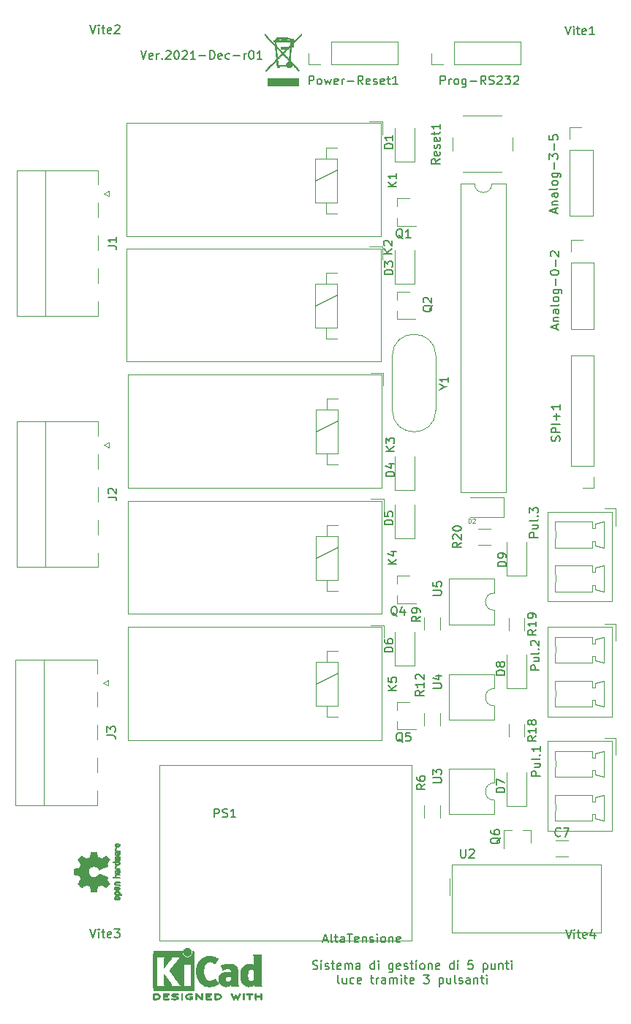
<source format=gto>
G04 #@! TF.GenerationSoftware,KiCad,Pcbnew,(5.1.10)-1*
G04 #@! TF.CreationDate,2021-12-06T14:15:13+01:00*
G04 #@! TF.ProjectId,LuciCameraLettoRoma,4c756369-4361-46d6-9572-614c6574746f,rev?*
G04 #@! TF.SameCoordinates,Original*
G04 #@! TF.FileFunction,Legend,Top*
G04 #@! TF.FilePolarity,Positive*
%FSLAX46Y46*%
G04 Gerber Fmt 4.6, Leading zero omitted, Abs format (unit mm)*
G04 Created by KiCad (PCBNEW (5.1.10)-1) date 2021-12-06 14:15:13*
%MOMM*%
%LPD*%
G01*
G04 APERTURE LIST*
%ADD10C,0.150000*%
%ADD11C,0.120000*%
%ADD12C,0.010000*%
%ADD13C,0.100000*%
%ADD14R,0.800000X0.900000*%
%ADD15C,7.000000*%
%ADD16C,0.800000*%
%ADD17O,1.700000X1.700000*%
%ADD18R,1.700000X1.700000*%
%ADD19O,1.500000X3.000000*%
%ADD20R,1.500000X3.000000*%
%ADD21O,3.600000X1.800000*%
%ADD22O,1.600000X1.600000*%
%ADD23R,1.600000X1.600000*%
%ADD24O,1.524000X2.000000*%
%ADD25R,1.524000X2.000000*%
%ADD26R,0.900000X0.800000*%
%ADD27O,2.000000X3.000000*%
%ADD28O,3.000000X2.000000*%
%ADD29R,3.000000X2.000000*%
%ADD30C,1.500000*%
%ADD31C,2.000000*%
G04 APERTURE END LIST*
D10*
X101005571Y-56221380D02*
X101338904Y-57221380D01*
X101672238Y-56221380D01*
X102386523Y-57173761D02*
X102291285Y-57221380D01*
X102100809Y-57221380D01*
X102005571Y-57173761D01*
X101957952Y-57078523D01*
X101957952Y-56697571D01*
X102005571Y-56602333D01*
X102100809Y-56554714D01*
X102291285Y-56554714D01*
X102386523Y-56602333D01*
X102434142Y-56697571D01*
X102434142Y-56792809D01*
X101957952Y-56888047D01*
X102862714Y-57221380D02*
X102862714Y-56554714D01*
X102862714Y-56745190D02*
X102910333Y-56649952D01*
X102957952Y-56602333D01*
X103053190Y-56554714D01*
X103148428Y-56554714D01*
X103481761Y-57126142D02*
X103529380Y-57173761D01*
X103481761Y-57221380D01*
X103434142Y-57173761D01*
X103481761Y-57126142D01*
X103481761Y-57221380D01*
X103910333Y-56316619D02*
X103957952Y-56269000D01*
X104053190Y-56221380D01*
X104291285Y-56221380D01*
X104386523Y-56269000D01*
X104434142Y-56316619D01*
X104481761Y-56411857D01*
X104481761Y-56507095D01*
X104434142Y-56649952D01*
X103862714Y-57221380D01*
X104481761Y-57221380D01*
X105100809Y-56221380D02*
X105196047Y-56221380D01*
X105291285Y-56269000D01*
X105338904Y-56316619D01*
X105386523Y-56411857D01*
X105434142Y-56602333D01*
X105434142Y-56840428D01*
X105386523Y-57030904D01*
X105338904Y-57126142D01*
X105291285Y-57173761D01*
X105196047Y-57221380D01*
X105100809Y-57221380D01*
X105005571Y-57173761D01*
X104957952Y-57126142D01*
X104910333Y-57030904D01*
X104862714Y-56840428D01*
X104862714Y-56602333D01*
X104910333Y-56411857D01*
X104957952Y-56316619D01*
X105005571Y-56269000D01*
X105100809Y-56221380D01*
X105815095Y-56316619D02*
X105862714Y-56269000D01*
X105957952Y-56221380D01*
X106196047Y-56221380D01*
X106291285Y-56269000D01*
X106338904Y-56316619D01*
X106386523Y-56411857D01*
X106386523Y-56507095D01*
X106338904Y-56649952D01*
X105767476Y-57221380D01*
X106386523Y-57221380D01*
X107338904Y-57221380D02*
X106767476Y-57221380D01*
X107053190Y-57221380D02*
X107053190Y-56221380D01*
X106957952Y-56364238D01*
X106862714Y-56459476D01*
X106767476Y-56507095D01*
X107767476Y-56840428D02*
X108529380Y-56840428D01*
X109005571Y-57221380D02*
X109005571Y-56221380D01*
X109243666Y-56221380D01*
X109386523Y-56269000D01*
X109481761Y-56364238D01*
X109529380Y-56459476D01*
X109577000Y-56649952D01*
X109577000Y-56792809D01*
X109529380Y-56983285D01*
X109481761Y-57078523D01*
X109386523Y-57173761D01*
X109243666Y-57221380D01*
X109005571Y-57221380D01*
X110386523Y-57173761D02*
X110291285Y-57221380D01*
X110100809Y-57221380D01*
X110005571Y-57173761D01*
X109957952Y-57078523D01*
X109957952Y-56697571D01*
X110005571Y-56602333D01*
X110100809Y-56554714D01*
X110291285Y-56554714D01*
X110386523Y-56602333D01*
X110434142Y-56697571D01*
X110434142Y-56792809D01*
X109957952Y-56888047D01*
X111291285Y-57173761D02*
X111196047Y-57221380D01*
X111005571Y-57221380D01*
X110910333Y-57173761D01*
X110862714Y-57126142D01*
X110815095Y-57030904D01*
X110815095Y-56745190D01*
X110862714Y-56649952D01*
X110910333Y-56602333D01*
X111005571Y-56554714D01*
X111196047Y-56554714D01*
X111291285Y-56602333D01*
X111719857Y-56840428D02*
X112481761Y-56840428D01*
X112957952Y-57221380D02*
X112957952Y-56554714D01*
X112957952Y-56745190D02*
X113005571Y-56649952D01*
X113053190Y-56602333D01*
X113148428Y-56554714D01*
X113243666Y-56554714D01*
X113767476Y-56221380D02*
X113862714Y-56221380D01*
X113957952Y-56269000D01*
X114005571Y-56316619D01*
X114053190Y-56411857D01*
X114100809Y-56602333D01*
X114100809Y-56840428D01*
X114053190Y-57030904D01*
X114005571Y-57126142D01*
X113957952Y-57173761D01*
X113862714Y-57221380D01*
X113767476Y-57221380D01*
X113672238Y-57173761D01*
X113624619Y-57126142D01*
X113577000Y-57030904D01*
X113529380Y-56840428D01*
X113529380Y-56602333D01*
X113577000Y-56411857D01*
X113624619Y-56316619D01*
X113672238Y-56269000D01*
X113767476Y-56221380D01*
X115053190Y-57221380D02*
X114481761Y-57221380D01*
X114767476Y-57221380D02*
X114767476Y-56221380D01*
X114672238Y-56364238D01*
X114577000Y-56459476D01*
X114481761Y-56507095D01*
X120913380Y-162520761D02*
X121056238Y-162568380D01*
X121294333Y-162568380D01*
X121389571Y-162520761D01*
X121437190Y-162473142D01*
X121484809Y-162377904D01*
X121484809Y-162282666D01*
X121437190Y-162187428D01*
X121389571Y-162139809D01*
X121294333Y-162092190D01*
X121103857Y-162044571D01*
X121008619Y-161996952D01*
X120961000Y-161949333D01*
X120913380Y-161854095D01*
X120913380Y-161758857D01*
X120961000Y-161663619D01*
X121008619Y-161616000D01*
X121103857Y-161568380D01*
X121341952Y-161568380D01*
X121484809Y-161616000D01*
X121913380Y-162568380D02*
X121913380Y-161901714D01*
X121913380Y-161568380D02*
X121865761Y-161616000D01*
X121913380Y-161663619D01*
X121961000Y-161616000D01*
X121913380Y-161568380D01*
X121913380Y-161663619D01*
X122341952Y-162520761D02*
X122437190Y-162568380D01*
X122627666Y-162568380D01*
X122722904Y-162520761D01*
X122770523Y-162425523D01*
X122770523Y-162377904D01*
X122722904Y-162282666D01*
X122627666Y-162235047D01*
X122484809Y-162235047D01*
X122389571Y-162187428D01*
X122341952Y-162092190D01*
X122341952Y-162044571D01*
X122389571Y-161949333D01*
X122484809Y-161901714D01*
X122627666Y-161901714D01*
X122722904Y-161949333D01*
X123056238Y-161901714D02*
X123437190Y-161901714D01*
X123199095Y-161568380D02*
X123199095Y-162425523D01*
X123246714Y-162520761D01*
X123341952Y-162568380D01*
X123437190Y-162568380D01*
X124151476Y-162520761D02*
X124056238Y-162568380D01*
X123865761Y-162568380D01*
X123770523Y-162520761D01*
X123722904Y-162425523D01*
X123722904Y-162044571D01*
X123770523Y-161949333D01*
X123865761Y-161901714D01*
X124056238Y-161901714D01*
X124151476Y-161949333D01*
X124199095Y-162044571D01*
X124199095Y-162139809D01*
X123722904Y-162235047D01*
X124627666Y-162568380D02*
X124627666Y-161901714D01*
X124627666Y-161996952D02*
X124675285Y-161949333D01*
X124770523Y-161901714D01*
X124913380Y-161901714D01*
X125008619Y-161949333D01*
X125056238Y-162044571D01*
X125056238Y-162568380D01*
X125056238Y-162044571D02*
X125103857Y-161949333D01*
X125199095Y-161901714D01*
X125341952Y-161901714D01*
X125437190Y-161949333D01*
X125484809Y-162044571D01*
X125484809Y-162568380D01*
X126389571Y-162568380D02*
X126389571Y-162044571D01*
X126341952Y-161949333D01*
X126246714Y-161901714D01*
X126056238Y-161901714D01*
X125961000Y-161949333D01*
X126389571Y-162520761D02*
X126294333Y-162568380D01*
X126056238Y-162568380D01*
X125961000Y-162520761D01*
X125913380Y-162425523D01*
X125913380Y-162330285D01*
X125961000Y-162235047D01*
X126056238Y-162187428D01*
X126294333Y-162187428D01*
X126389571Y-162139809D01*
X128056238Y-162568380D02*
X128056238Y-161568380D01*
X128056238Y-162520761D02*
X127961000Y-162568380D01*
X127770523Y-162568380D01*
X127675285Y-162520761D01*
X127627666Y-162473142D01*
X127580047Y-162377904D01*
X127580047Y-162092190D01*
X127627666Y-161996952D01*
X127675285Y-161949333D01*
X127770523Y-161901714D01*
X127961000Y-161901714D01*
X128056238Y-161949333D01*
X128532428Y-162568380D02*
X128532428Y-161901714D01*
X128532428Y-161568380D02*
X128484809Y-161616000D01*
X128532428Y-161663619D01*
X128580047Y-161616000D01*
X128532428Y-161568380D01*
X128532428Y-161663619D01*
X130199095Y-161901714D02*
X130199095Y-162711238D01*
X130151476Y-162806476D01*
X130103857Y-162854095D01*
X130008619Y-162901714D01*
X129865761Y-162901714D01*
X129770523Y-162854095D01*
X130199095Y-162520761D02*
X130103857Y-162568380D01*
X129913380Y-162568380D01*
X129818142Y-162520761D01*
X129770523Y-162473142D01*
X129722904Y-162377904D01*
X129722904Y-162092190D01*
X129770523Y-161996952D01*
X129818142Y-161949333D01*
X129913380Y-161901714D01*
X130103857Y-161901714D01*
X130199095Y-161949333D01*
X131056238Y-162520761D02*
X130961000Y-162568380D01*
X130770523Y-162568380D01*
X130675285Y-162520761D01*
X130627666Y-162425523D01*
X130627666Y-162044571D01*
X130675285Y-161949333D01*
X130770523Y-161901714D01*
X130961000Y-161901714D01*
X131056238Y-161949333D01*
X131103857Y-162044571D01*
X131103857Y-162139809D01*
X130627666Y-162235047D01*
X131484809Y-162520761D02*
X131580047Y-162568380D01*
X131770523Y-162568380D01*
X131865761Y-162520761D01*
X131913380Y-162425523D01*
X131913380Y-162377904D01*
X131865761Y-162282666D01*
X131770523Y-162235047D01*
X131627666Y-162235047D01*
X131532428Y-162187428D01*
X131484809Y-162092190D01*
X131484809Y-162044571D01*
X131532428Y-161949333D01*
X131627666Y-161901714D01*
X131770523Y-161901714D01*
X131865761Y-161949333D01*
X132199095Y-161901714D02*
X132580047Y-161901714D01*
X132341952Y-161568380D02*
X132341952Y-162425523D01*
X132389571Y-162520761D01*
X132484809Y-162568380D01*
X132580047Y-162568380D01*
X132913380Y-162568380D02*
X132913380Y-161901714D01*
X132913380Y-161568380D02*
X132865761Y-161616000D01*
X132913380Y-161663619D01*
X132961000Y-161616000D01*
X132913380Y-161568380D01*
X132913380Y-161663619D01*
X133532428Y-162568380D02*
X133437190Y-162520761D01*
X133389571Y-162473142D01*
X133341952Y-162377904D01*
X133341952Y-162092190D01*
X133389571Y-161996952D01*
X133437190Y-161949333D01*
X133532428Y-161901714D01*
X133675285Y-161901714D01*
X133770523Y-161949333D01*
X133818142Y-161996952D01*
X133865761Y-162092190D01*
X133865761Y-162377904D01*
X133818142Y-162473142D01*
X133770523Y-162520761D01*
X133675285Y-162568380D01*
X133532428Y-162568380D01*
X134294333Y-161901714D02*
X134294333Y-162568380D01*
X134294333Y-161996952D02*
X134341952Y-161949333D01*
X134437190Y-161901714D01*
X134580047Y-161901714D01*
X134675285Y-161949333D01*
X134722904Y-162044571D01*
X134722904Y-162568380D01*
X135580047Y-162520761D02*
X135484809Y-162568380D01*
X135294333Y-162568380D01*
X135199095Y-162520761D01*
X135151476Y-162425523D01*
X135151476Y-162044571D01*
X135199095Y-161949333D01*
X135294333Y-161901714D01*
X135484809Y-161901714D01*
X135580047Y-161949333D01*
X135627666Y-162044571D01*
X135627666Y-162139809D01*
X135151476Y-162235047D01*
X137246714Y-162568380D02*
X137246714Y-161568380D01*
X137246714Y-162520761D02*
X137151476Y-162568380D01*
X136961000Y-162568380D01*
X136865761Y-162520761D01*
X136818142Y-162473142D01*
X136770523Y-162377904D01*
X136770523Y-162092190D01*
X136818142Y-161996952D01*
X136865761Y-161949333D01*
X136961000Y-161901714D01*
X137151476Y-161901714D01*
X137246714Y-161949333D01*
X137722904Y-162568380D02*
X137722904Y-161901714D01*
X137722904Y-161568380D02*
X137675285Y-161616000D01*
X137722904Y-161663619D01*
X137770523Y-161616000D01*
X137722904Y-161568380D01*
X137722904Y-161663619D01*
X139437190Y-161568380D02*
X138961000Y-161568380D01*
X138913380Y-162044571D01*
X138961000Y-161996952D01*
X139056238Y-161949333D01*
X139294333Y-161949333D01*
X139389571Y-161996952D01*
X139437190Y-162044571D01*
X139484809Y-162139809D01*
X139484809Y-162377904D01*
X139437190Y-162473142D01*
X139389571Y-162520761D01*
X139294333Y-162568380D01*
X139056238Y-162568380D01*
X138961000Y-162520761D01*
X138913380Y-162473142D01*
X140675285Y-161901714D02*
X140675285Y-162901714D01*
X140675285Y-161949333D02*
X140770523Y-161901714D01*
X140961000Y-161901714D01*
X141056238Y-161949333D01*
X141103857Y-161996952D01*
X141151476Y-162092190D01*
X141151476Y-162377904D01*
X141103857Y-162473142D01*
X141056238Y-162520761D01*
X140961000Y-162568380D01*
X140770523Y-162568380D01*
X140675285Y-162520761D01*
X142008619Y-161901714D02*
X142008619Y-162568380D01*
X141580047Y-161901714D02*
X141580047Y-162425523D01*
X141627666Y-162520761D01*
X141722904Y-162568380D01*
X141865761Y-162568380D01*
X141961000Y-162520761D01*
X142008619Y-162473142D01*
X142484809Y-161901714D02*
X142484809Y-162568380D01*
X142484809Y-161996952D02*
X142532428Y-161949333D01*
X142627666Y-161901714D01*
X142770523Y-161901714D01*
X142865761Y-161949333D01*
X142913380Y-162044571D01*
X142913380Y-162568380D01*
X143246714Y-161901714D02*
X143627666Y-161901714D01*
X143389571Y-161568380D02*
X143389571Y-162425523D01*
X143437190Y-162520761D01*
X143532428Y-162568380D01*
X143627666Y-162568380D01*
X143961000Y-162568380D02*
X143961000Y-161901714D01*
X143961000Y-161568380D02*
X143913380Y-161616000D01*
X143961000Y-161663619D01*
X144008619Y-161616000D01*
X143961000Y-161568380D01*
X143961000Y-161663619D01*
X123984809Y-164218380D02*
X123889571Y-164170761D01*
X123841952Y-164075523D01*
X123841952Y-163218380D01*
X124794333Y-163551714D02*
X124794333Y-164218380D01*
X124365761Y-163551714D02*
X124365761Y-164075523D01*
X124413380Y-164170761D01*
X124508619Y-164218380D01*
X124651476Y-164218380D01*
X124746714Y-164170761D01*
X124794333Y-164123142D01*
X125699095Y-164170761D02*
X125603857Y-164218380D01*
X125413380Y-164218380D01*
X125318142Y-164170761D01*
X125270523Y-164123142D01*
X125222904Y-164027904D01*
X125222904Y-163742190D01*
X125270523Y-163646952D01*
X125318142Y-163599333D01*
X125413380Y-163551714D01*
X125603857Y-163551714D01*
X125699095Y-163599333D01*
X126508619Y-164170761D02*
X126413380Y-164218380D01*
X126222904Y-164218380D01*
X126127666Y-164170761D01*
X126080047Y-164075523D01*
X126080047Y-163694571D01*
X126127666Y-163599333D01*
X126222904Y-163551714D01*
X126413380Y-163551714D01*
X126508619Y-163599333D01*
X126556238Y-163694571D01*
X126556238Y-163789809D01*
X126080047Y-163885047D01*
X127603857Y-163551714D02*
X127984809Y-163551714D01*
X127746714Y-163218380D02*
X127746714Y-164075523D01*
X127794333Y-164170761D01*
X127889571Y-164218380D01*
X127984809Y-164218380D01*
X128318142Y-164218380D02*
X128318142Y-163551714D01*
X128318142Y-163742190D02*
X128365761Y-163646952D01*
X128413380Y-163599333D01*
X128508619Y-163551714D01*
X128603857Y-163551714D01*
X129365761Y-164218380D02*
X129365761Y-163694571D01*
X129318142Y-163599333D01*
X129222904Y-163551714D01*
X129032428Y-163551714D01*
X128937190Y-163599333D01*
X129365761Y-164170761D02*
X129270523Y-164218380D01*
X129032428Y-164218380D01*
X128937190Y-164170761D01*
X128889571Y-164075523D01*
X128889571Y-163980285D01*
X128937190Y-163885047D01*
X129032428Y-163837428D01*
X129270523Y-163837428D01*
X129365761Y-163789809D01*
X129841952Y-164218380D02*
X129841952Y-163551714D01*
X129841952Y-163646952D02*
X129889571Y-163599333D01*
X129984809Y-163551714D01*
X130127666Y-163551714D01*
X130222904Y-163599333D01*
X130270523Y-163694571D01*
X130270523Y-164218380D01*
X130270523Y-163694571D02*
X130318142Y-163599333D01*
X130413380Y-163551714D01*
X130556238Y-163551714D01*
X130651476Y-163599333D01*
X130699095Y-163694571D01*
X130699095Y-164218380D01*
X131175285Y-164218380D02*
X131175285Y-163551714D01*
X131175285Y-163218380D02*
X131127666Y-163266000D01*
X131175285Y-163313619D01*
X131222904Y-163266000D01*
X131175285Y-163218380D01*
X131175285Y-163313619D01*
X131508619Y-163551714D02*
X131889571Y-163551714D01*
X131651476Y-163218380D02*
X131651476Y-164075523D01*
X131699095Y-164170761D01*
X131794333Y-164218380D01*
X131889571Y-164218380D01*
X132603857Y-164170761D02*
X132508619Y-164218380D01*
X132318142Y-164218380D01*
X132222904Y-164170761D01*
X132175285Y-164075523D01*
X132175285Y-163694571D01*
X132222904Y-163599333D01*
X132318142Y-163551714D01*
X132508619Y-163551714D01*
X132603857Y-163599333D01*
X132651476Y-163694571D01*
X132651476Y-163789809D01*
X132175285Y-163885047D01*
X133746714Y-163218380D02*
X134365761Y-163218380D01*
X134032428Y-163599333D01*
X134175285Y-163599333D01*
X134270523Y-163646952D01*
X134318142Y-163694571D01*
X134365761Y-163789809D01*
X134365761Y-164027904D01*
X134318142Y-164123142D01*
X134270523Y-164170761D01*
X134175285Y-164218380D01*
X133889571Y-164218380D01*
X133794333Y-164170761D01*
X133746714Y-164123142D01*
X135556238Y-163551714D02*
X135556238Y-164551714D01*
X135556238Y-163599333D02*
X135651476Y-163551714D01*
X135841952Y-163551714D01*
X135937190Y-163599333D01*
X135984809Y-163646952D01*
X136032428Y-163742190D01*
X136032428Y-164027904D01*
X135984809Y-164123142D01*
X135937190Y-164170761D01*
X135841952Y-164218380D01*
X135651476Y-164218380D01*
X135556238Y-164170761D01*
X136889571Y-163551714D02*
X136889571Y-164218380D01*
X136461000Y-163551714D02*
X136461000Y-164075523D01*
X136508619Y-164170761D01*
X136603857Y-164218380D01*
X136746714Y-164218380D01*
X136841952Y-164170761D01*
X136889571Y-164123142D01*
X137508619Y-164218380D02*
X137413380Y-164170761D01*
X137365761Y-164075523D01*
X137365761Y-163218380D01*
X137841952Y-164170761D02*
X137937190Y-164218380D01*
X138127666Y-164218380D01*
X138222904Y-164170761D01*
X138270523Y-164075523D01*
X138270523Y-164027904D01*
X138222904Y-163932666D01*
X138127666Y-163885047D01*
X137984809Y-163885047D01*
X137889571Y-163837428D01*
X137841952Y-163742190D01*
X137841952Y-163694571D01*
X137889571Y-163599333D01*
X137984809Y-163551714D01*
X138127666Y-163551714D01*
X138222904Y-163599333D01*
X139127666Y-164218380D02*
X139127666Y-163694571D01*
X139080047Y-163599333D01*
X138984809Y-163551714D01*
X138794333Y-163551714D01*
X138699095Y-163599333D01*
X139127666Y-164170761D02*
X139032428Y-164218380D01*
X138794333Y-164218380D01*
X138699095Y-164170761D01*
X138651476Y-164075523D01*
X138651476Y-163980285D01*
X138699095Y-163885047D01*
X138794333Y-163837428D01*
X139032428Y-163837428D01*
X139127666Y-163789809D01*
X139603857Y-163551714D02*
X139603857Y-164218380D01*
X139603857Y-163646952D02*
X139651476Y-163599333D01*
X139746714Y-163551714D01*
X139889571Y-163551714D01*
X139984809Y-163599333D01*
X140032428Y-163694571D01*
X140032428Y-164218380D01*
X140365761Y-163551714D02*
X140746714Y-163551714D01*
X140508619Y-163218380D02*
X140508619Y-164075523D01*
X140556238Y-164170761D01*
X140651476Y-164218380D01*
X140746714Y-164218380D01*
X141080047Y-164218380D02*
X141080047Y-163551714D01*
X141080047Y-163218380D02*
X141032428Y-163266000D01*
X141080047Y-163313619D01*
X141127666Y-163266000D01*
X141080047Y-163218380D01*
X141080047Y-163313619D01*
D11*
X140054936Y-113432000D02*
X141509064Y-113432000D01*
X140054936Y-111612000D02*
X141509064Y-111612000D01*
X143616000Y-121888936D02*
X143616000Y-123343064D01*
X145436000Y-121888936D02*
X145436000Y-123343064D01*
X143616000Y-134208936D02*
X143616000Y-135663064D01*
X145436000Y-134208936D02*
X145436000Y-135663064D01*
X146167000Y-146449000D02*
X146167000Y-147909000D01*
X143007000Y-146449000D02*
X143007000Y-148609000D01*
X143007000Y-146449000D02*
X143937000Y-146449000D01*
X146167000Y-146449000D02*
X145237000Y-146449000D01*
X145661000Y-116963000D02*
X145661000Y-113078000D01*
X143391000Y-116963000D02*
X145661000Y-116963000D01*
X143391000Y-113078000D02*
X143391000Y-116963000D01*
X145661000Y-130047000D02*
X145661000Y-126162000D01*
X143391000Y-130047000D02*
X145661000Y-130047000D01*
X143391000Y-126162000D02*
X143391000Y-130047000D01*
X145661000Y-143636000D02*
X145661000Y-139751000D01*
X143391000Y-143636000D02*
X145661000Y-143636000D01*
X143391000Y-139751000D02*
X143391000Y-143636000D01*
X149070748Y-149500000D02*
X150493252Y-149500000D01*
X149070748Y-147680000D02*
X150493252Y-147680000D01*
D12*
G36*
X119222822Y-60294822D02*
G01*
X115702029Y-60294822D01*
X115702029Y-59427198D01*
X119222822Y-59427198D01*
X119222822Y-60294822D01*
G37*
X119222822Y-60294822D02*
X115702029Y-60294822D01*
X115702029Y-59427198D01*
X119222822Y-59427198D01*
X119222822Y-60294822D01*
G36*
X119599430Y-54341848D02*
G01*
X119598811Y-54428931D01*
X119147086Y-54887891D01*
X118695361Y-55346852D01*
X118695032Y-55557471D01*
X118694703Y-55768089D01*
X118419610Y-55768089D01*
X118412522Y-55821530D01*
X118409838Y-55845888D01*
X118405313Y-55891759D01*
X118399191Y-55956405D01*
X118391712Y-56037091D01*
X118383119Y-56131081D01*
X118373654Y-56235637D01*
X118363558Y-56348025D01*
X118353074Y-56465507D01*
X118342444Y-56585348D01*
X118331909Y-56704811D01*
X118321713Y-56821159D01*
X118312095Y-56931657D01*
X118303300Y-57033569D01*
X118295568Y-57124158D01*
X118289142Y-57200687D01*
X118284263Y-57260421D01*
X118281175Y-57300624D01*
X118280117Y-57318559D01*
X118280118Y-57318644D01*
X118287827Y-57333035D01*
X118310981Y-57362748D01*
X118349895Y-57408131D01*
X118404884Y-57469529D01*
X118476264Y-57547288D01*
X118564349Y-57641754D01*
X118669454Y-57753272D01*
X118791895Y-57882188D01*
X118826310Y-57918287D01*
X119372137Y-58490416D01*
X119283881Y-58578436D01*
X119212485Y-58500758D01*
X119186366Y-58472686D01*
X119145566Y-58429274D01*
X119092777Y-58373366D01*
X119030691Y-58307808D01*
X118962000Y-58235441D01*
X118889396Y-58159112D01*
X118845960Y-58113524D01*
X118764416Y-58028119D01*
X118698504Y-57959710D01*
X118646544Y-57907053D01*
X118606855Y-57868905D01*
X118577757Y-57844020D01*
X118557569Y-57831156D01*
X118544610Y-57829068D01*
X118537200Y-57836513D01*
X118533658Y-57852246D01*
X118532303Y-57875023D01*
X118532121Y-57881239D01*
X118522703Y-57924061D01*
X118499497Y-57975819D01*
X118467136Y-58028328D01*
X118430252Y-58073403D01*
X118415493Y-58087328D01*
X118339767Y-58136047D01*
X118251308Y-58163306D01*
X118173100Y-58169773D01*
X118084468Y-58157576D01*
X118002612Y-58121813D01*
X117930164Y-58063722D01*
X117916797Y-58049262D01*
X117867918Y-57993733D01*
X117022326Y-57993733D01*
X117022326Y-58169773D01*
X116795990Y-58169773D01*
X116795990Y-58087531D01*
X116793150Y-58031386D01*
X116783607Y-57992416D01*
X116772009Y-57971219D01*
X116763723Y-57956052D01*
X116756627Y-57934062D01*
X116750252Y-57901987D01*
X116744128Y-57856569D01*
X116737784Y-57794548D01*
X116730750Y-57712662D01*
X116725934Y-57651746D01*
X116703839Y-57366343D01*
X116161435Y-57915805D01*
X116063363Y-58015228D01*
X115969216Y-58110815D01*
X115880715Y-58200810D01*
X115799580Y-58283457D01*
X115727531Y-58357001D01*
X115666288Y-58419684D01*
X115617573Y-58469752D01*
X115583104Y-58505448D01*
X115564621Y-58524995D01*
X115534257Y-58555944D01*
X115508929Y-58577530D01*
X115495305Y-58584723D01*
X115477905Y-58576297D01*
X115452540Y-58555245D01*
X115443942Y-58546671D01*
X115407486Y-58508620D01*
X115608198Y-58304658D01*
X115659404Y-58252699D01*
X115725431Y-58185820D01*
X115803382Y-58106950D01*
X115890362Y-58019014D01*
X115983474Y-57924941D01*
X116079821Y-57827658D01*
X116176508Y-57730093D01*
X116245866Y-57660145D01*
X116351297Y-57553550D01*
X116439871Y-57463307D01*
X116512719Y-57388192D01*
X116570977Y-57326986D01*
X116615775Y-57278466D01*
X116637979Y-57253129D01*
X116816276Y-57253129D01*
X116838599Y-57538555D01*
X116845331Y-57622219D01*
X116851843Y-57698727D01*
X116857766Y-57764081D01*
X116862732Y-57814281D01*
X116866371Y-57845329D01*
X116867542Y-57852273D01*
X116874162Y-57880565D01*
X117823636Y-57880565D01*
X117829974Y-57801606D01*
X117849110Y-57708315D01*
X117889154Y-57625791D01*
X117947582Y-57557038D01*
X118021871Y-57505063D01*
X118105252Y-57473863D01*
X118132302Y-57459228D01*
X118145844Y-57427819D01*
X118146128Y-57426434D01*
X118147753Y-57413174D01*
X118145744Y-57399595D01*
X118138142Y-57383181D01*
X118122984Y-57361411D01*
X118098312Y-57331767D01*
X118062164Y-57291732D01*
X118012580Y-57238785D01*
X117947599Y-57170409D01*
X117943401Y-57166005D01*
X117873507Y-57092611D01*
X117799200Y-57014437D01*
X117725586Y-56936864D01*
X117657771Y-56865275D01*
X117600860Y-56805051D01*
X117588168Y-56791587D01*
X117539513Y-56740820D01*
X117496291Y-56697375D01*
X117461605Y-56664241D01*
X117438556Y-56644405D01*
X117430818Y-56640046D01*
X117419278Y-56649170D01*
X117392290Y-56674200D01*
X117351979Y-56713052D01*
X117300471Y-56763643D01*
X117239891Y-56823888D01*
X117172364Y-56891704D01*
X117117174Y-56947565D01*
X116816276Y-57253129D01*
X116637979Y-57253129D01*
X116648249Y-57241411D01*
X116669529Y-57214599D01*
X116680749Y-57196808D01*
X116683246Y-57188570D01*
X116682300Y-57170590D01*
X116679427Y-57129892D01*
X116674813Y-57068819D01*
X116668642Y-56989713D01*
X116661102Y-56894914D01*
X116652379Y-56786767D01*
X116642657Y-56667612D01*
X116632124Y-56539791D01*
X116623635Y-56437635D01*
X116575604Y-55861674D01*
X116699195Y-55861674D01*
X116699727Y-55874104D01*
X116702231Y-55909110D01*
X116706504Y-55964215D01*
X116712347Y-56036943D01*
X116719557Y-56124814D01*
X116727934Y-56225351D01*
X116737277Y-56336077D01*
X116746242Y-56441205D01*
X116756398Y-56560483D01*
X116765858Y-56673080D01*
X116774404Y-56776305D01*
X116781821Y-56867473D01*
X116787892Y-56943895D01*
X116792399Y-57002883D01*
X116795127Y-57041749D01*
X116795884Y-57056844D01*
X116797065Y-57066238D01*
X116801744Y-57069966D01*
X116811724Y-57066471D01*
X116828810Y-57054199D01*
X116854804Y-57031594D01*
X116891510Y-56997100D01*
X116940733Y-56949162D01*
X117004274Y-56886224D01*
X117071695Y-56818968D01*
X117347399Y-56543477D01*
X117345467Y-56541406D01*
X117527710Y-56541406D01*
X117536016Y-56552780D01*
X117559267Y-56579563D01*
X117595135Y-56619292D01*
X117641287Y-56669507D01*
X117695394Y-56727746D01*
X117755126Y-56791547D01*
X117818152Y-56858449D01*
X117882142Y-56925990D01*
X117944764Y-56991710D01*
X118003690Y-57053146D01*
X118056588Y-57107837D01*
X118101128Y-57153322D01*
X118134980Y-57187138D01*
X118155812Y-57206826D01*
X118161494Y-57210837D01*
X118163366Y-57197891D01*
X118167254Y-57162134D01*
X118172943Y-57105804D01*
X118180219Y-57031140D01*
X118188869Y-56940380D01*
X118198678Y-56835762D01*
X118209434Y-56719526D01*
X118220921Y-56593908D01*
X118230093Y-56492618D01*
X118241826Y-56361279D01*
X118252665Y-56237552D01*
X118262430Y-56123681D01*
X118270937Y-56021911D01*
X118278005Y-55934487D01*
X118283451Y-55863653D01*
X118287092Y-55811653D01*
X118288747Y-55780732D01*
X118288558Y-55772703D01*
X118278666Y-55779854D01*
X118253476Y-55802841D01*
X118215190Y-55839439D01*
X118166011Y-55887422D01*
X118108139Y-55944566D01*
X118043778Y-56008647D01*
X117975129Y-56077438D01*
X117904395Y-56148716D01*
X117833778Y-56220255D01*
X117765480Y-56289830D01*
X117701704Y-56355217D01*
X117644650Y-56414191D01*
X117596522Y-56464527D01*
X117559522Y-56503999D01*
X117535852Y-56530383D01*
X117527710Y-56541406D01*
X117345467Y-56541406D01*
X117244591Y-56433295D01*
X117192232Y-56377377D01*
X117133465Y-56314948D01*
X117070615Y-56248443D01*
X117006005Y-56180298D01*
X116941958Y-56112948D01*
X116880797Y-56048828D01*
X116824847Y-55990372D01*
X116776430Y-55940018D01*
X116737870Y-55900198D01*
X116711491Y-55873350D01*
X116699616Y-55861908D01*
X116699195Y-55861674D01*
X116575604Y-55861674D01*
X116563599Y-55717726D01*
X115963062Y-55086158D01*
X115362525Y-54454589D01*
X115362966Y-54366315D01*
X115363408Y-54278040D01*
X115460417Y-54381666D01*
X115514709Y-54439463D01*
X115578808Y-54507368D01*
X115650984Y-54583572D01*
X115729508Y-54666269D01*
X115812651Y-54753653D01*
X115898681Y-54843915D01*
X115985870Y-54935250D01*
X116072487Y-55025849D01*
X116156803Y-55113907D01*
X116237088Y-55197615D01*
X116311613Y-55275167D01*
X116378646Y-55344757D01*
X116436459Y-55404576D01*
X116483321Y-55452818D01*
X116517504Y-55487676D01*
X116537276Y-55507343D01*
X116541610Y-55511116D01*
X116541908Y-55497992D01*
X116540269Y-55464389D01*
X116536977Y-55414880D01*
X116532318Y-55354037D01*
X116530318Y-55329732D01*
X116515423Y-55151951D01*
X116632045Y-55151951D01*
X116638066Y-55180243D01*
X116641137Y-55202618D01*
X116645452Y-55244717D01*
X116650512Y-55301178D01*
X116655819Y-55366635D01*
X116657656Y-55390862D01*
X116663073Y-55460421D01*
X116668541Y-55525018D01*
X116673512Y-55578548D01*
X116677439Y-55614910D01*
X116678325Y-55621509D01*
X116681666Y-55635056D01*
X116688899Y-55650914D01*
X116701560Y-55670861D01*
X116721189Y-55696673D01*
X116749322Y-55730129D01*
X116787498Y-55773007D01*
X116837254Y-55827083D01*
X116900129Y-55894136D01*
X116977659Y-55975943D01*
X117056749Y-56058950D01*
X117135436Y-56141094D01*
X117208888Y-56217169D01*
X117275276Y-56285325D01*
X117332773Y-56343712D01*
X117379549Y-56390481D01*
X117413776Y-56423782D01*
X117433627Y-56441767D01*
X117437860Y-56444442D01*
X117448997Y-56434741D01*
X117475029Y-56409441D01*
X117513430Y-56371082D01*
X117561672Y-56322200D01*
X117617230Y-56265334D01*
X117657408Y-56223906D01*
X117867169Y-56007000D01*
X117248663Y-56007000D01*
X117248663Y-55768089D01*
X118003119Y-55768089D01*
X118003119Y-55874542D01*
X118141435Y-55736654D01*
X118239553Y-55638840D01*
X118430643Y-55638840D01*
X118432471Y-55654270D01*
X118441723Y-55662867D01*
X118464050Y-55666613D01*
X118505105Y-55667489D01*
X118512376Y-55667495D01*
X118594109Y-55667495D01*
X118594109Y-55448172D01*
X118512376Y-55529179D01*
X118466270Y-55578428D01*
X118438694Y-55616159D01*
X118430643Y-55638840D01*
X118239553Y-55638840D01*
X118279752Y-55598766D01*
X118279752Y-55475952D01*
X118280137Y-55419450D01*
X118281900Y-55383505D01*
X118285950Y-55363530D01*
X118293199Y-55354937D01*
X118304130Y-55353139D01*
X118316288Y-55350498D01*
X118325273Y-55339912D01*
X118332174Y-55317381D01*
X118338076Y-55278909D01*
X118344065Y-55220498D01*
X118345987Y-55199104D01*
X118350148Y-55151951D01*
X116632045Y-55151951D01*
X116515423Y-55151951D01*
X116355891Y-55151951D01*
X116355891Y-55038782D01*
X116423686Y-55038782D01*
X116463338Y-55037696D01*
X116484884Y-55032454D01*
X116487520Y-55029334D01*
X116626384Y-55029334D01*
X116633692Y-55036462D01*
X116659007Y-55038662D01*
X116676092Y-55038782D01*
X116733119Y-55038782D01*
X116945779Y-55038782D01*
X118360302Y-55038782D01*
X118312458Y-54989786D01*
X118238150Y-54929324D01*
X118146184Y-54882691D01*
X118035002Y-54849249D01*
X117924529Y-54830753D01*
X117852227Y-54822122D01*
X117852227Y-54913040D01*
X117273812Y-54913040D01*
X117273812Y-54809893D01*
X117188935Y-54818496D01*
X117129632Y-54825756D01*
X117066449Y-54835379D01*
X117028614Y-54842252D01*
X116953168Y-54857407D01*
X116949474Y-54948095D01*
X116945779Y-55038782D01*
X116733119Y-55038782D01*
X116733119Y-54988485D01*
X116731456Y-54956976D01*
X116727303Y-54939463D01*
X116725629Y-54938188D01*
X116707013Y-54946254D01*
X116679817Y-54965820D01*
X116652552Y-54989944D01*
X116633733Y-55011682D01*
X116632057Y-55014508D01*
X116626384Y-55029334D01*
X116487520Y-55029334D01*
X116495338Y-55020081D01*
X116499558Y-55006604D01*
X116516781Y-54971627D01*
X116549862Y-54929579D01*
X116593107Y-54886356D01*
X116640826Y-54847854D01*
X116672170Y-54827801D01*
X116707877Y-54805851D01*
X116726181Y-54787411D01*
X116732612Y-54765668D01*
X116733106Y-54752718D01*
X116733106Y-54749575D01*
X117374406Y-54749575D01*
X117374406Y-54812446D01*
X117751633Y-54812446D01*
X117751633Y-54749575D01*
X117374406Y-54749575D01*
X116733106Y-54749575D01*
X116733119Y-54711852D01*
X116838952Y-54711852D01*
X116887645Y-54713029D01*
X116925595Y-54716165D01*
X116946692Y-54720671D01*
X116948977Y-54722495D01*
X116962359Y-54725295D01*
X116994926Y-54724148D01*
X117041084Y-54719393D01*
X117072624Y-54715003D01*
X117129812Y-54706378D01*
X117182114Y-54698591D01*
X117221418Y-54692847D01*
X117232945Y-54691215D01*
X117263063Y-54681888D01*
X117273812Y-54667272D01*
X117277080Y-54661320D01*
X117288770Y-54656778D01*
X117311712Y-54653470D01*
X117348735Y-54651215D01*
X117402668Y-54649834D01*
X117476340Y-54649150D01*
X117563020Y-54648980D01*
X117655529Y-54649077D01*
X117725906Y-54649530D01*
X117777164Y-54650590D01*
X117812320Y-54652503D01*
X117834389Y-54655519D01*
X117846385Y-54659885D01*
X117851324Y-54665849D01*
X117852227Y-54672784D01*
X117859921Y-54694795D01*
X117885121Y-54707321D01*
X117931009Y-54711788D01*
X117939264Y-54711852D01*
X118016973Y-54719868D01*
X118105233Y-54741936D01*
X118196085Y-54775084D01*
X118281570Y-54816339D01*
X118353726Y-54862731D01*
X118363072Y-54870082D01*
X118393533Y-54893998D01*
X118411572Y-54903576D01*
X118424169Y-54900480D01*
X118437100Y-54887704D01*
X118475293Y-54862678D01*
X118524998Y-54853071D01*
X118578524Y-54858067D01*
X118628178Y-54876851D01*
X118666267Y-54908606D01*
X118669025Y-54912297D01*
X118697526Y-54971575D01*
X118702828Y-55032934D01*
X118685518Y-55091427D01*
X118646180Y-55142104D01*
X118641370Y-55146289D01*
X118613440Y-55166167D01*
X118585102Y-55174921D01*
X118545263Y-55175553D01*
X118535311Y-55174992D01*
X118496332Y-55173562D01*
X118476254Y-55176839D01*
X118468985Y-55186728D01*
X118468240Y-55195961D01*
X118466716Y-55222744D01*
X118462935Y-55263025D01*
X118460218Y-55287124D01*
X118456277Y-55325401D01*
X118457916Y-55344996D01*
X118467421Y-55352158D01*
X118484351Y-55353139D01*
X118494392Y-55349901D01*
X118510590Y-55339420D01*
X118534145Y-55320548D01*
X118566257Y-55292135D01*
X118608128Y-55253035D01*
X118660957Y-55202097D01*
X118725945Y-55138173D01*
X118804291Y-55060114D01*
X118897197Y-54966772D01*
X119005863Y-54856998D01*
X119058231Y-54803952D01*
X119600049Y-54254767D01*
X119599430Y-54341848D01*
G37*
X119599430Y-54341848D02*
X119598811Y-54428931D01*
X119147086Y-54887891D01*
X118695361Y-55346852D01*
X118695032Y-55557471D01*
X118694703Y-55768089D01*
X118419610Y-55768089D01*
X118412522Y-55821530D01*
X118409838Y-55845888D01*
X118405313Y-55891759D01*
X118399191Y-55956405D01*
X118391712Y-56037091D01*
X118383119Y-56131081D01*
X118373654Y-56235637D01*
X118363558Y-56348025D01*
X118353074Y-56465507D01*
X118342444Y-56585348D01*
X118331909Y-56704811D01*
X118321713Y-56821159D01*
X118312095Y-56931657D01*
X118303300Y-57033569D01*
X118295568Y-57124158D01*
X118289142Y-57200687D01*
X118284263Y-57260421D01*
X118281175Y-57300624D01*
X118280117Y-57318559D01*
X118280118Y-57318644D01*
X118287827Y-57333035D01*
X118310981Y-57362748D01*
X118349895Y-57408131D01*
X118404884Y-57469529D01*
X118476264Y-57547288D01*
X118564349Y-57641754D01*
X118669454Y-57753272D01*
X118791895Y-57882188D01*
X118826310Y-57918287D01*
X119372137Y-58490416D01*
X119283881Y-58578436D01*
X119212485Y-58500758D01*
X119186366Y-58472686D01*
X119145566Y-58429274D01*
X119092777Y-58373366D01*
X119030691Y-58307808D01*
X118962000Y-58235441D01*
X118889396Y-58159112D01*
X118845960Y-58113524D01*
X118764416Y-58028119D01*
X118698504Y-57959710D01*
X118646544Y-57907053D01*
X118606855Y-57868905D01*
X118577757Y-57844020D01*
X118557569Y-57831156D01*
X118544610Y-57829068D01*
X118537200Y-57836513D01*
X118533658Y-57852246D01*
X118532303Y-57875023D01*
X118532121Y-57881239D01*
X118522703Y-57924061D01*
X118499497Y-57975819D01*
X118467136Y-58028328D01*
X118430252Y-58073403D01*
X118415493Y-58087328D01*
X118339767Y-58136047D01*
X118251308Y-58163306D01*
X118173100Y-58169773D01*
X118084468Y-58157576D01*
X118002612Y-58121813D01*
X117930164Y-58063722D01*
X117916797Y-58049262D01*
X117867918Y-57993733D01*
X117022326Y-57993733D01*
X117022326Y-58169773D01*
X116795990Y-58169773D01*
X116795990Y-58087531D01*
X116793150Y-58031386D01*
X116783607Y-57992416D01*
X116772009Y-57971219D01*
X116763723Y-57956052D01*
X116756627Y-57934062D01*
X116750252Y-57901987D01*
X116744128Y-57856569D01*
X116737784Y-57794548D01*
X116730750Y-57712662D01*
X116725934Y-57651746D01*
X116703839Y-57366343D01*
X116161435Y-57915805D01*
X116063363Y-58015228D01*
X115969216Y-58110815D01*
X115880715Y-58200810D01*
X115799580Y-58283457D01*
X115727531Y-58357001D01*
X115666288Y-58419684D01*
X115617573Y-58469752D01*
X115583104Y-58505448D01*
X115564621Y-58524995D01*
X115534257Y-58555944D01*
X115508929Y-58577530D01*
X115495305Y-58584723D01*
X115477905Y-58576297D01*
X115452540Y-58555245D01*
X115443942Y-58546671D01*
X115407486Y-58508620D01*
X115608198Y-58304658D01*
X115659404Y-58252699D01*
X115725431Y-58185820D01*
X115803382Y-58106950D01*
X115890362Y-58019014D01*
X115983474Y-57924941D01*
X116079821Y-57827658D01*
X116176508Y-57730093D01*
X116245866Y-57660145D01*
X116351297Y-57553550D01*
X116439871Y-57463307D01*
X116512719Y-57388192D01*
X116570977Y-57326986D01*
X116615775Y-57278466D01*
X116637979Y-57253129D01*
X116816276Y-57253129D01*
X116838599Y-57538555D01*
X116845331Y-57622219D01*
X116851843Y-57698727D01*
X116857766Y-57764081D01*
X116862732Y-57814281D01*
X116866371Y-57845329D01*
X116867542Y-57852273D01*
X116874162Y-57880565D01*
X117823636Y-57880565D01*
X117829974Y-57801606D01*
X117849110Y-57708315D01*
X117889154Y-57625791D01*
X117947582Y-57557038D01*
X118021871Y-57505063D01*
X118105252Y-57473863D01*
X118132302Y-57459228D01*
X118145844Y-57427819D01*
X118146128Y-57426434D01*
X118147753Y-57413174D01*
X118145744Y-57399595D01*
X118138142Y-57383181D01*
X118122984Y-57361411D01*
X118098312Y-57331767D01*
X118062164Y-57291732D01*
X118012580Y-57238785D01*
X117947599Y-57170409D01*
X117943401Y-57166005D01*
X117873507Y-57092611D01*
X117799200Y-57014437D01*
X117725586Y-56936864D01*
X117657771Y-56865275D01*
X117600860Y-56805051D01*
X117588168Y-56791587D01*
X117539513Y-56740820D01*
X117496291Y-56697375D01*
X117461605Y-56664241D01*
X117438556Y-56644405D01*
X117430818Y-56640046D01*
X117419278Y-56649170D01*
X117392290Y-56674200D01*
X117351979Y-56713052D01*
X117300471Y-56763643D01*
X117239891Y-56823888D01*
X117172364Y-56891704D01*
X117117174Y-56947565D01*
X116816276Y-57253129D01*
X116637979Y-57253129D01*
X116648249Y-57241411D01*
X116669529Y-57214599D01*
X116680749Y-57196808D01*
X116683246Y-57188570D01*
X116682300Y-57170590D01*
X116679427Y-57129892D01*
X116674813Y-57068819D01*
X116668642Y-56989713D01*
X116661102Y-56894914D01*
X116652379Y-56786767D01*
X116642657Y-56667612D01*
X116632124Y-56539791D01*
X116623635Y-56437635D01*
X116575604Y-55861674D01*
X116699195Y-55861674D01*
X116699727Y-55874104D01*
X116702231Y-55909110D01*
X116706504Y-55964215D01*
X116712347Y-56036943D01*
X116719557Y-56124814D01*
X116727934Y-56225351D01*
X116737277Y-56336077D01*
X116746242Y-56441205D01*
X116756398Y-56560483D01*
X116765858Y-56673080D01*
X116774404Y-56776305D01*
X116781821Y-56867473D01*
X116787892Y-56943895D01*
X116792399Y-57002883D01*
X116795127Y-57041749D01*
X116795884Y-57056844D01*
X116797065Y-57066238D01*
X116801744Y-57069966D01*
X116811724Y-57066471D01*
X116828810Y-57054199D01*
X116854804Y-57031594D01*
X116891510Y-56997100D01*
X116940733Y-56949162D01*
X117004274Y-56886224D01*
X117071695Y-56818968D01*
X117347399Y-56543477D01*
X117345467Y-56541406D01*
X117527710Y-56541406D01*
X117536016Y-56552780D01*
X117559267Y-56579563D01*
X117595135Y-56619292D01*
X117641287Y-56669507D01*
X117695394Y-56727746D01*
X117755126Y-56791547D01*
X117818152Y-56858449D01*
X117882142Y-56925990D01*
X117944764Y-56991710D01*
X118003690Y-57053146D01*
X118056588Y-57107837D01*
X118101128Y-57153322D01*
X118134980Y-57187138D01*
X118155812Y-57206826D01*
X118161494Y-57210837D01*
X118163366Y-57197891D01*
X118167254Y-57162134D01*
X118172943Y-57105804D01*
X118180219Y-57031140D01*
X118188869Y-56940380D01*
X118198678Y-56835762D01*
X118209434Y-56719526D01*
X118220921Y-56593908D01*
X118230093Y-56492618D01*
X118241826Y-56361279D01*
X118252665Y-56237552D01*
X118262430Y-56123681D01*
X118270937Y-56021911D01*
X118278005Y-55934487D01*
X118283451Y-55863653D01*
X118287092Y-55811653D01*
X118288747Y-55780732D01*
X118288558Y-55772703D01*
X118278666Y-55779854D01*
X118253476Y-55802841D01*
X118215190Y-55839439D01*
X118166011Y-55887422D01*
X118108139Y-55944566D01*
X118043778Y-56008647D01*
X117975129Y-56077438D01*
X117904395Y-56148716D01*
X117833778Y-56220255D01*
X117765480Y-56289830D01*
X117701704Y-56355217D01*
X117644650Y-56414191D01*
X117596522Y-56464527D01*
X117559522Y-56503999D01*
X117535852Y-56530383D01*
X117527710Y-56541406D01*
X117345467Y-56541406D01*
X117244591Y-56433295D01*
X117192232Y-56377377D01*
X117133465Y-56314948D01*
X117070615Y-56248443D01*
X117006005Y-56180298D01*
X116941958Y-56112948D01*
X116880797Y-56048828D01*
X116824847Y-55990372D01*
X116776430Y-55940018D01*
X116737870Y-55900198D01*
X116711491Y-55873350D01*
X116699616Y-55861908D01*
X116699195Y-55861674D01*
X116575604Y-55861674D01*
X116563599Y-55717726D01*
X115963062Y-55086158D01*
X115362525Y-54454589D01*
X115362966Y-54366315D01*
X115363408Y-54278040D01*
X115460417Y-54381666D01*
X115514709Y-54439463D01*
X115578808Y-54507368D01*
X115650984Y-54583572D01*
X115729508Y-54666269D01*
X115812651Y-54753653D01*
X115898681Y-54843915D01*
X115985870Y-54935250D01*
X116072487Y-55025849D01*
X116156803Y-55113907D01*
X116237088Y-55197615D01*
X116311613Y-55275167D01*
X116378646Y-55344757D01*
X116436459Y-55404576D01*
X116483321Y-55452818D01*
X116517504Y-55487676D01*
X116537276Y-55507343D01*
X116541610Y-55511116D01*
X116541908Y-55497992D01*
X116540269Y-55464389D01*
X116536977Y-55414880D01*
X116532318Y-55354037D01*
X116530318Y-55329732D01*
X116515423Y-55151951D01*
X116632045Y-55151951D01*
X116638066Y-55180243D01*
X116641137Y-55202618D01*
X116645452Y-55244717D01*
X116650512Y-55301178D01*
X116655819Y-55366635D01*
X116657656Y-55390862D01*
X116663073Y-55460421D01*
X116668541Y-55525018D01*
X116673512Y-55578548D01*
X116677439Y-55614910D01*
X116678325Y-55621509D01*
X116681666Y-55635056D01*
X116688899Y-55650914D01*
X116701560Y-55670861D01*
X116721189Y-55696673D01*
X116749322Y-55730129D01*
X116787498Y-55773007D01*
X116837254Y-55827083D01*
X116900129Y-55894136D01*
X116977659Y-55975943D01*
X117056749Y-56058950D01*
X117135436Y-56141094D01*
X117208888Y-56217169D01*
X117275276Y-56285325D01*
X117332773Y-56343712D01*
X117379549Y-56390481D01*
X117413776Y-56423782D01*
X117433627Y-56441767D01*
X117437860Y-56444442D01*
X117448997Y-56434741D01*
X117475029Y-56409441D01*
X117513430Y-56371082D01*
X117561672Y-56322200D01*
X117617230Y-56265334D01*
X117657408Y-56223906D01*
X117867169Y-56007000D01*
X117248663Y-56007000D01*
X117248663Y-55768089D01*
X118003119Y-55768089D01*
X118003119Y-55874542D01*
X118141435Y-55736654D01*
X118239553Y-55638840D01*
X118430643Y-55638840D01*
X118432471Y-55654270D01*
X118441723Y-55662867D01*
X118464050Y-55666613D01*
X118505105Y-55667489D01*
X118512376Y-55667495D01*
X118594109Y-55667495D01*
X118594109Y-55448172D01*
X118512376Y-55529179D01*
X118466270Y-55578428D01*
X118438694Y-55616159D01*
X118430643Y-55638840D01*
X118239553Y-55638840D01*
X118279752Y-55598766D01*
X118279752Y-55475952D01*
X118280137Y-55419450D01*
X118281900Y-55383505D01*
X118285950Y-55363530D01*
X118293199Y-55354937D01*
X118304130Y-55353139D01*
X118316288Y-55350498D01*
X118325273Y-55339912D01*
X118332174Y-55317381D01*
X118338076Y-55278909D01*
X118344065Y-55220498D01*
X118345987Y-55199104D01*
X118350148Y-55151951D01*
X116632045Y-55151951D01*
X116515423Y-55151951D01*
X116355891Y-55151951D01*
X116355891Y-55038782D01*
X116423686Y-55038782D01*
X116463338Y-55037696D01*
X116484884Y-55032454D01*
X116487520Y-55029334D01*
X116626384Y-55029334D01*
X116633692Y-55036462D01*
X116659007Y-55038662D01*
X116676092Y-55038782D01*
X116733119Y-55038782D01*
X116945779Y-55038782D01*
X118360302Y-55038782D01*
X118312458Y-54989786D01*
X118238150Y-54929324D01*
X118146184Y-54882691D01*
X118035002Y-54849249D01*
X117924529Y-54830753D01*
X117852227Y-54822122D01*
X117852227Y-54913040D01*
X117273812Y-54913040D01*
X117273812Y-54809893D01*
X117188935Y-54818496D01*
X117129632Y-54825756D01*
X117066449Y-54835379D01*
X117028614Y-54842252D01*
X116953168Y-54857407D01*
X116949474Y-54948095D01*
X116945779Y-55038782D01*
X116733119Y-55038782D01*
X116733119Y-54988485D01*
X116731456Y-54956976D01*
X116727303Y-54939463D01*
X116725629Y-54938188D01*
X116707013Y-54946254D01*
X116679817Y-54965820D01*
X116652552Y-54989944D01*
X116633733Y-55011682D01*
X116632057Y-55014508D01*
X116626384Y-55029334D01*
X116487520Y-55029334D01*
X116495338Y-55020081D01*
X116499558Y-55006604D01*
X116516781Y-54971627D01*
X116549862Y-54929579D01*
X116593107Y-54886356D01*
X116640826Y-54847854D01*
X116672170Y-54827801D01*
X116707877Y-54805851D01*
X116726181Y-54787411D01*
X116732612Y-54765668D01*
X116733106Y-54752718D01*
X116733106Y-54749575D01*
X117374406Y-54749575D01*
X117374406Y-54812446D01*
X117751633Y-54812446D01*
X117751633Y-54749575D01*
X117374406Y-54749575D01*
X116733106Y-54749575D01*
X116733119Y-54711852D01*
X116838952Y-54711852D01*
X116887645Y-54713029D01*
X116925595Y-54716165D01*
X116946692Y-54720671D01*
X116948977Y-54722495D01*
X116962359Y-54725295D01*
X116994926Y-54724148D01*
X117041084Y-54719393D01*
X117072624Y-54715003D01*
X117129812Y-54706378D01*
X117182114Y-54698591D01*
X117221418Y-54692847D01*
X117232945Y-54691215D01*
X117263063Y-54681888D01*
X117273812Y-54667272D01*
X117277080Y-54661320D01*
X117288770Y-54656778D01*
X117311712Y-54653470D01*
X117348735Y-54651215D01*
X117402668Y-54649834D01*
X117476340Y-54649150D01*
X117563020Y-54648980D01*
X117655529Y-54649077D01*
X117725906Y-54649530D01*
X117777164Y-54650590D01*
X117812320Y-54652503D01*
X117834389Y-54655519D01*
X117846385Y-54659885D01*
X117851324Y-54665849D01*
X117852227Y-54672784D01*
X117859921Y-54694795D01*
X117885121Y-54707321D01*
X117931009Y-54711788D01*
X117939264Y-54711852D01*
X118016973Y-54719868D01*
X118105233Y-54741936D01*
X118196085Y-54775084D01*
X118281570Y-54816339D01*
X118353726Y-54862731D01*
X118363072Y-54870082D01*
X118393533Y-54893998D01*
X118411572Y-54903576D01*
X118424169Y-54900480D01*
X118437100Y-54887704D01*
X118475293Y-54862678D01*
X118524998Y-54853071D01*
X118578524Y-54858067D01*
X118628178Y-54876851D01*
X118666267Y-54908606D01*
X118669025Y-54912297D01*
X118697526Y-54971575D01*
X118702828Y-55032934D01*
X118685518Y-55091427D01*
X118646180Y-55142104D01*
X118641370Y-55146289D01*
X118613440Y-55166167D01*
X118585102Y-55174921D01*
X118545263Y-55175553D01*
X118535311Y-55174992D01*
X118496332Y-55173562D01*
X118476254Y-55176839D01*
X118468985Y-55186728D01*
X118468240Y-55195961D01*
X118466716Y-55222744D01*
X118462935Y-55263025D01*
X118460218Y-55287124D01*
X118456277Y-55325401D01*
X118457916Y-55344996D01*
X118467421Y-55352158D01*
X118484351Y-55353139D01*
X118494392Y-55349901D01*
X118510590Y-55339420D01*
X118534145Y-55320548D01*
X118566257Y-55292135D01*
X118608128Y-55253035D01*
X118660957Y-55202097D01*
X118725945Y-55138173D01*
X118804291Y-55060114D01*
X118897197Y-54966772D01*
X119005863Y-54856998D01*
X119058231Y-54803952D01*
X119600049Y-54254767D01*
X119599430Y-54341848D01*
G36*
X97931918Y-153657256D02*
G01*
X97959568Y-153601799D01*
X98010480Y-153552852D01*
X98029338Y-153539371D01*
X98054015Y-153524686D01*
X98080816Y-153515158D01*
X98116587Y-153509707D01*
X98168169Y-153507253D01*
X98236267Y-153506714D01*
X98329588Y-153509148D01*
X98399657Y-153517606D01*
X98451931Y-153533826D01*
X98491869Y-153559546D01*
X98524929Y-153596503D01*
X98526886Y-153599218D01*
X98546908Y-153635640D01*
X98556815Y-153679498D01*
X98559257Y-153735276D01*
X98559257Y-153825952D01*
X98647283Y-153825990D01*
X98696308Y-153826834D01*
X98725065Y-153831976D01*
X98742311Y-153845413D01*
X98756808Y-153871142D01*
X98759769Y-153877321D01*
X98773648Y-153906236D01*
X98782414Y-153928624D01*
X98783171Y-153945271D01*
X98773023Y-153956964D01*
X98749073Y-153964490D01*
X98708426Y-153968634D01*
X98648186Y-153970185D01*
X98565455Y-153969929D01*
X98457339Y-153968651D01*
X98425000Y-153968252D01*
X98313524Y-153966815D01*
X98240603Y-153965528D01*
X98240603Y-153826029D01*
X98302499Y-153825245D01*
X98342997Y-153821760D01*
X98369708Y-153813876D01*
X98390244Y-153799895D01*
X98400260Y-153790403D01*
X98429567Y-153751596D01*
X98431952Y-153717237D01*
X98407750Y-153681784D01*
X98406857Y-153680886D01*
X98388153Y-153666461D01*
X98362732Y-153657687D01*
X98323584Y-153653261D01*
X98263697Y-153651882D01*
X98250430Y-153651857D01*
X98167901Y-153655188D01*
X98110691Y-153666031D01*
X98075766Y-153685660D01*
X98060094Y-153715350D01*
X98058514Y-153732509D01*
X98065926Y-153773234D01*
X98090330Y-153801168D01*
X98134980Y-153817983D01*
X98203130Y-153825350D01*
X98240603Y-153826029D01*
X98240603Y-153965528D01*
X98227245Y-153965292D01*
X98162333Y-153963323D01*
X98114958Y-153960550D01*
X98081290Y-153956612D01*
X98057498Y-153951151D01*
X98039753Y-153943808D01*
X98024224Y-153934223D01*
X98018381Y-153930113D01*
X97963185Y-153875595D01*
X97931890Y-153806664D01*
X97923165Y-153726928D01*
X97931918Y-153657256D01*
G37*
X97931918Y-153657256D02*
X97959568Y-153601799D01*
X98010480Y-153552852D01*
X98029338Y-153539371D01*
X98054015Y-153524686D01*
X98080816Y-153515158D01*
X98116587Y-153509707D01*
X98168169Y-153507253D01*
X98236267Y-153506714D01*
X98329588Y-153509148D01*
X98399657Y-153517606D01*
X98451931Y-153533826D01*
X98491869Y-153559546D01*
X98524929Y-153596503D01*
X98526886Y-153599218D01*
X98546908Y-153635640D01*
X98556815Y-153679498D01*
X98559257Y-153735276D01*
X98559257Y-153825952D01*
X98647283Y-153825990D01*
X98696308Y-153826834D01*
X98725065Y-153831976D01*
X98742311Y-153845413D01*
X98756808Y-153871142D01*
X98759769Y-153877321D01*
X98773648Y-153906236D01*
X98782414Y-153928624D01*
X98783171Y-153945271D01*
X98773023Y-153956964D01*
X98749073Y-153964490D01*
X98708426Y-153968634D01*
X98648186Y-153970185D01*
X98565455Y-153969929D01*
X98457339Y-153968651D01*
X98425000Y-153968252D01*
X98313524Y-153966815D01*
X98240603Y-153965528D01*
X98240603Y-153826029D01*
X98302499Y-153825245D01*
X98342997Y-153821760D01*
X98369708Y-153813876D01*
X98390244Y-153799895D01*
X98400260Y-153790403D01*
X98429567Y-153751596D01*
X98431952Y-153717237D01*
X98407750Y-153681784D01*
X98406857Y-153680886D01*
X98388153Y-153666461D01*
X98362732Y-153657687D01*
X98323584Y-153653261D01*
X98263697Y-153651882D01*
X98250430Y-153651857D01*
X98167901Y-153655188D01*
X98110691Y-153666031D01*
X98075766Y-153685660D01*
X98060094Y-153715350D01*
X98058514Y-153732509D01*
X98065926Y-153773234D01*
X98090330Y-153801168D01*
X98134980Y-153817983D01*
X98203130Y-153825350D01*
X98240603Y-153826029D01*
X98240603Y-153965528D01*
X98227245Y-153965292D01*
X98162333Y-153963323D01*
X98114958Y-153960550D01*
X98081290Y-153956612D01*
X98057498Y-153951151D01*
X98039753Y-153943808D01*
X98024224Y-153934223D01*
X98018381Y-153930113D01*
X97963185Y-153875595D01*
X97931890Y-153806664D01*
X97923165Y-153726928D01*
X97931918Y-153657256D01*
G36*
X97939780Y-152540907D02*
G01*
X97966723Y-152494328D01*
X97993466Y-152461943D01*
X98021484Y-152438258D01*
X98055748Y-152421941D01*
X98101227Y-152411661D01*
X98162892Y-152406086D01*
X98245711Y-152403884D01*
X98305246Y-152403629D01*
X98524391Y-152403629D01*
X98552044Y-152465314D01*
X98579697Y-152527000D01*
X98339670Y-152534257D01*
X98250028Y-152537256D01*
X98184962Y-152540402D01*
X98140026Y-152544299D01*
X98110770Y-152549553D01*
X98092748Y-152556769D01*
X98081511Y-152566550D01*
X98079079Y-152569688D01*
X98060083Y-152617239D01*
X98067600Y-152665303D01*
X98087543Y-152693914D01*
X98101675Y-152705553D01*
X98120220Y-152713609D01*
X98148334Y-152718729D01*
X98191173Y-152721559D01*
X98253895Y-152722744D01*
X98319261Y-152722943D01*
X98401268Y-152722982D01*
X98459316Y-152724386D01*
X98498465Y-152729086D01*
X98523780Y-152739013D01*
X98540323Y-152756097D01*
X98553156Y-152782268D01*
X98566491Y-152817225D01*
X98581007Y-152855404D01*
X98323389Y-152850859D01*
X98230519Y-152849029D01*
X98161889Y-152846888D01*
X98112711Y-152843819D01*
X98078198Y-152839206D01*
X98053562Y-152832432D01*
X98034016Y-152822881D01*
X98016770Y-152811366D01*
X97961680Y-152755810D01*
X97929822Y-152688020D01*
X97922191Y-152614287D01*
X97939780Y-152540907D01*
G37*
X97939780Y-152540907D02*
X97966723Y-152494328D01*
X97993466Y-152461943D01*
X98021484Y-152438258D01*
X98055748Y-152421941D01*
X98101227Y-152411661D01*
X98162892Y-152406086D01*
X98245711Y-152403884D01*
X98305246Y-152403629D01*
X98524391Y-152403629D01*
X98552044Y-152465314D01*
X98579697Y-152527000D01*
X98339670Y-152534257D01*
X98250028Y-152537256D01*
X98184962Y-152540402D01*
X98140026Y-152544299D01*
X98110770Y-152549553D01*
X98092748Y-152556769D01*
X98081511Y-152566550D01*
X98079079Y-152569688D01*
X98060083Y-152617239D01*
X98067600Y-152665303D01*
X98087543Y-152693914D01*
X98101675Y-152705553D01*
X98120220Y-152713609D01*
X98148334Y-152718729D01*
X98191173Y-152721559D01*
X98253895Y-152722744D01*
X98319261Y-152722943D01*
X98401268Y-152722982D01*
X98459316Y-152724386D01*
X98498465Y-152729086D01*
X98523780Y-152739013D01*
X98540323Y-152756097D01*
X98553156Y-152782268D01*
X98566491Y-152817225D01*
X98581007Y-152855404D01*
X98323389Y-152850859D01*
X98230519Y-152849029D01*
X98161889Y-152846888D01*
X98112711Y-152843819D01*
X98078198Y-152839206D01*
X98053562Y-152832432D01*
X98034016Y-152822881D01*
X98016770Y-152811366D01*
X97961680Y-152755810D01*
X97929822Y-152688020D01*
X97922191Y-152614287D01*
X97939780Y-152540907D01*
G36*
X97933962Y-154215885D02*
G01*
X97969733Y-154147855D01*
X98027301Y-154097649D01*
X98064312Y-154079815D01*
X98119882Y-154065937D01*
X98190096Y-154058833D01*
X98266727Y-154058160D01*
X98341552Y-154063573D01*
X98406342Y-154074730D01*
X98452873Y-154091286D01*
X98460887Y-154096374D01*
X98520707Y-154156645D01*
X98556535Y-154228231D01*
X98567020Y-154305908D01*
X98550810Y-154384452D01*
X98541092Y-154406311D01*
X98511143Y-154448878D01*
X98471433Y-154486237D01*
X98466397Y-154489768D01*
X98442124Y-154504119D01*
X98416178Y-154513606D01*
X98382022Y-154519210D01*
X98333119Y-154521914D01*
X98262935Y-154522701D01*
X98247200Y-154522714D01*
X98242192Y-154522678D01*
X98242192Y-154377571D01*
X98308430Y-154376727D01*
X98352386Y-154373404D01*
X98380779Y-154366417D01*
X98400325Y-154354584D01*
X98406857Y-154348543D01*
X98431680Y-154313814D01*
X98430548Y-154280097D01*
X98409016Y-154246005D01*
X98386029Y-154225671D01*
X98352478Y-154213629D01*
X98299569Y-154206866D01*
X98293399Y-154206402D01*
X98197513Y-154205248D01*
X98126299Y-154217312D01*
X98080194Y-154242430D01*
X98059635Y-154280440D01*
X98058514Y-154294008D01*
X98064152Y-154329636D01*
X98083686Y-154354006D01*
X98121042Y-154368907D01*
X98180150Y-154376125D01*
X98242192Y-154377571D01*
X98242192Y-154522678D01*
X98172413Y-154522174D01*
X98120159Y-154519904D01*
X98083949Y-154514932D01*
X98057299Y-154506287D01*
X98033722Y-154492995D01*
X98029338Y-154490057D01*
X97970249Y-154440687D01*
X97935947Y-154386891D01*
X97922331Y-154321398D01*
X97921665Y-154299158D01*
X97933962Y-154215885D01*
G37*
X97933962Y-154215885D02*
X97969733Y-154147855D01*
X98027301Y-154097649D01*
X98064312Y-154079815D01*
X98119882Y-154065937D01*
X98190096Y-154058833D01*
X98266727Y-154058160D01*
X98341552Y-154063573D01*
X98406342Y-154074730D01*
X98452873Y-154091286D01*
X98460887Y-154096374D01*
X98520707Y-154156645D01*
X98556535Y-154228231D01*
X98567020Y-154305908D01*
X98550810Y-154384452D01*
X98541092Y-154406311D01*
X98511143Y-154448878D01*
X98471433Y-154486237D01*
X98466397Y-154489768D01*
X98442124Y-154504119D01*
X98416178Y-154513606D01*
X98382022Y-154519210D01*
X98333119Y-154521914D01*
X98262935Y-154522701D01*
X98247200Y-154522714D01*
X98242192Y-154522678D01*
X98242192Y-154377571D01*
X98308430Y-154376727D01*
X98352386Y-154373404D01*
X98380779Y-154366417D01*
X98400325Y-154354584D01*
X98406857Y-154348543D01*
X98431680Y-154313814D01*
X98430548Y-154280097D01*
X98409016Y-154246005D01*
X98386029Y-154225671D01*
X98352478Y-154213629D01*
X98299569Y-154206866D01*
X98293399Y-154206402D01*
X98197513Y-154205248D01*
X98126299Y-154217312D01*
X98080194Y-154242430D01*
X98059635Y-154280440D01*
X98058514Y-154294008D01*
X98064152Y-154329636D01*
X98083686Y-154354006D01*
X98121042Y-154368907D01*
X98180150Y-154376125D01*
X98242192Y-154377571D01*
X98242192Y-154522678D01*
X98172413Y-154522174D01*
X98120159Y-154519904D01*
X98083949Y-154514932D01*
X98057299Y-154506287D01*
X98033722Y-154492995D01*
X98029338Y-154490057D01*
X97970249Y-154440687D01*
X97935947Y-154386891D01*
X97922331Y-154321398D01*
X97921665Y-154299158D01*
X97933962Y-154215885D01*
G36*
X97943239Y-153088697D02*
G01*
X97981735Y-153031473D01*
X98037335Y-152987251D01*
X98108086Y-152960833D01*
X98160162Y-152955490D01*
X98181893Y-152956097D01*
X98198531Y-152961178D01*
X98213437Y-152975145D01*
X98229973Y-153002411D01*
X98251498Y-153047388D01*
X98281374Y-153114489D01*
X98281524Y-153114829D01*
X98309813Y-153176593D01*
X98334933Y-153227241D01*
X98354179Y-153261596D01*
X98364848Y-153274482D01*
X98364934Y-153274486D01*
X98388166Y-153263128D01*
X98413774Y-153236569D01*
X98432221Y-153206077D01*
X98435886Y-153190630D01*
X98423212Y-153148485D01*
X98391471Y-153112192D01*
X98356572Y-153094483D01*
X98330845Y-153077448D01*
X98301546Y-153044078D01*
X98276235Y-153004851D01*
X98262471Y-152970244D01*
X98261714Y-152963007D01*
X98274160Y-152954861D01*
X98305972Y-152954370D01*
X98348866Y-152960357D01*
X98394558Y-152971643D01*
X98434761Y-152987050D01*
X98436322Y-152987829D01*
X98501062Y-153034196D01*
X98545097Y-153094289D01*
X98566711Y-153162535D01*
X98564185Y-153233362D01*
X98535804Y-153301196D01*
X98533808Y-153304212D01*
X98485448Y-153357573D01*
X98422352Y-153392660D01*
X98339387Y-153412078D01*
X98316078Y-153414684D01*
X98206055Y-153419299D01*
X98154748Y-153413767D01*
X98154748Y-153274486D01*
X98186753Y-153272676D01*
X98196093Y-153262778D01*
X98189105Y-153238102D01*
X98172587Y-153199205D01*
X98151881Y-153155725D01*
X98151333Y-153154644D01*
X98131949Y-153117791D01*
X98119013Y-153103000D01*
X98105451Y-153106647D01*
X98087632Y-153122005D01*
X98061845Y-153161077D01*
X98059950Y-153203154D01*
X98078717Y-153240897D01*
X98114915Y-153266966D01*
X98154748Y-153274486D01*
X98154748Y-153413767D01*
X98118027Y-153409806D01*
X98048212Y-153385450D01*
X97999302Y-153351544D01*
X97949878Y-153290347D01*
X97925359Y-153222937D01*
X97923797Y-153154120D01*
X97943239Y-153088697D01*
G37*
X97943239Y-153088697D02*
X97981735Y-153031473D01*
X98037335Y-152987251D01*
X98108086Y-152960833D01*
X98160162Y-152955490D01*
X98181893Y-152956097D01*
X98198531Y-152961178D01*
X98213437Y-152975145D01*
X98229973Y-153002411D01*
X98251498Y-153047388D01*
X98281374Y-153114489D01*
X98281524Y-153114829D01*
X98309813Y-153176593D01*
X98334933Y-153227241D01*
X98354179Y-153261596D01*
X98364848Y-153274482D01*
X98364934Y-153274486D01*
X98388166Y-153263128D01*
X98413774Y-153236569D01*
X98432221Y-153206077D01*
X98435886Y-153190630D01*
X98423212Y-153148485D01*
X98391471Y-153112192D01*
X98356572Y-153094483D01*
X98330845Y-153077448D01*
X98301546Y-153044078D01*
X98276235Y-153004851D01*
X98262471Y-152970244D01*
X98261714Y-152963007D01*
X98274160Y-152954861D01*
X98305972Y-152954370D01*
X98348866Y-152960357D01*
X98394558Y-152971643D01*
X98434761Y-152987050D01*
X98436322Y-152987829D01*
X98501062Y-153034196D01*
X98545097Y-153094289D01*
X98566711Y-153162535D01*
X98564185Y-153233362D01*
X98535804Y-153301196D01*
X98533808Y-153304212D01*
X98485448Y-153357573D01*
X98422352Y-153392660D01*
X98339387Y-153412078D01*
X98316078Y-153414684D01*
X98206055Y-153419299D01*
X98154748Y-153413767D01*
X98154748Y-153274486D01*
X98186753Y-153272676D01*
X98196093Y-153262778D01*
X98189105Y-153238102D01*
X98172587Y-153199205D01*
X98151881Y-153155725D01*
X98151333Y-153154644D01*
X98131949Y-153117791D01*
X98119013Y-153103000D01*
X98105451Y-153106647D01*
X98087632Y-153122005D01*
X98061845Y-153161077D01*
X98059950Y-153203154D01*
X98078717Y-153240897D01*
X98114915Y-153266966D01*
X98154748Y-153274486D01*
X98154748Y-153413767D01*
X98118027Y-153409806D01*
X98048212Y-153385450D01*
X97999302Y-153351544D01*
X97949878Y-153290347D01*
X97925359Y-153222937D01*
X97923797Y-153154120D01*
X97943239Y-153088697D01*
G36*
X97863289Y-151881114D02*
G01*
X97922613Y-151876861D01*
X97957572Y-151871975D01*
X97972820Y-151865205D01*
X97973015Y-151855298D01*
X97971195Y-151852086D01*
X97958015Y-151809356D01*
X97958785Y-151753773D01*
X97972333Y-151697263D01*
X97989861Y-151661918D01*
X98017861Y-151625679D01*
X98049549Y-151599187D01*
X98089813Y-151581001D01*
X98143543Y-151569678D01*
X98215626Y-151563778D01*
X98310951Y-151561857D01*
X98329237Y-151561823D01*
X98534646Y-151561800D01*
X98550580Y-151607509D01*
X98561420Y-151639973D01*
X98566468Y-151657785D01*
X98566514Y-151658309D01*
X98552828Y-151660063D01*
X98515076Y-151661556D01*
X98458224Y-151662674D01*
X98387234Y-151663303D01*
X98344073Y-151663400D01*
X98258973Y-151663602D01*
X98197981Y-151664642D01*
X98156177Y-151667169D01*
X98128642Y-151671836D01*
X98110456Y-151679293D01*
X98096698Y-151690189D01*
X98090073Y-151696993D01*
X98063375Y-151743728D01*
X98061375Y-151794728D01*
X98083955Y-151840999D01*
X98092107Y-151849556D01*
X98107436Y-151862107D01*
X98125618Y-151870812D01*
X98151909Y-151876369D01*
X98191562Y-151879474D01*
X98249832Y-151880824D01*
X98330173Y-151881114D01*
X98534646Y-151881114D01*
X98550580Y-151926823D01*
X98561420Y-151959287D01*
X98566468Y-151977099D01*
X98566514Y-151977623D01*
X98552623Y-151978963D01*
X98513439Y-151980172D01*
X98452700Y-151981199D01*
X98374141Y-151981998D01*
X98281498Y-151982519D01*
X98178509Y-151982714D01*
X97781342Y-151982714D01*
X97761444Y-151935543D01*
X97741547Y-151888371D01*
X97863289Y-151881114D01*
G37*
X97863289Y-151881114D02*
X97922613Y-151876861D01*
X97957572Y-151871975D01*
X97972820Y-151865205D01*
X97973015Y-151855298D01*
X97971195Y-151852086D01*
X97958015Y-151809356D01*
X97958785Y-151753773D01*
X97972333Y-151697263D01*
X97989861Y-151661918D01*
X98017861Y-151625679D01*
X98049549Y-151599187D01*
X98089813Y-151581001D01*
X98143543Y-151569678D01*
X98215626Y-151563778D01*
X98310951Y-151561857D01*
X98329237Y-151561823D01*
X98534646Y-151561800D01*
X98550580Y-151607509D01*
X98561420Y-151639973D01*
X98566468Y-151657785D01*
X98566514Y-151658309D01*
X98552828Y-151660063D01*
X98515076Y-151661556D01*
X98458224Y-151662674D01*
X98387234Y-151663303D01*
X98344073Y-151663400D01*
X98258973Y-151663602D01*
X98197981Y-151664642D01*
X98156177Y-151667169D01*
X98128642Y-151671836D01*
X98110456Y-151679293D01*
X98096698Y-151690189D01*
X98090073Y-151696993D01*
X98063375Y-151743728D01*
X98061375Y-151794728D01*
X98083955Y-151840999D01*
X98092107Y-151849556D01*
X98107436Y-151862107D01*
X98125618Y-151870812D01*
X98151909Y-151876369D01*
X98191562Y-151879474D01*
X98249832Y-151880824D01*
X98330173Y-151881114D01*
X98534646Y-151881114D01*
X98550580Y-151926823D01*
X98561420Y-151959287D01*
X98566468Y-151977099D01*
X98566514Y-151977623D01*
X98552623Y-151978963D01*
X98513439Y-151980172D01*
X98452700Y-151981199D01*
X98374141Y-151981998D01*
X98281498Y-151982519D01*
X98178509Y-151982714D01*
X97781342Y-151982714D01*
X97761444Y-151935543D01*
X97741547Y-151888371D01*
X97863289Y-151881114D01*
G36*
X97962968Y-151217256D02*
G01*
X97984087Y-151160384D01*
X97984493Y-151159733D01*
X98010380Y-151124560D01*
X98040633Y-151098593D01*
X98080058Y-151080330D01*
X98133462Y-151068268D01*
X98205651Y-151060904D01*
X98301432Y-151056736D01*
X98315078Y-151056371D01*
X98520842Y-151051124D01*
X98543678Y-151095284D01*
X98559110Y-151127237D01*
X98566423Y-151146530D01*
X98566514Y-151147422D01*
X98553022Y-151150761D01*
X98516626Y-151153413D01*
X98463452Y-151155044D01*
X98420393Y-151155400D01*
X98350641Y-151155408D01*
X98306837Y-151158597D01*
X98285944Y-151169712D01*
X98284925Y-151193499D01*
X98300741Y-151234704D01*
X98329815Y-151296914D01*
X98353963Y-151342659D01*
X98374913Y-151366187D01*
X98397747Y-151373104D01*
X98398877Y-151373114D01*
X98438212Y-151361701D01*
X98459462Y-151327908D01*
X98462539Y-151276191D01*
X98462006Y-151238939D01*
X98472735Y-151219297D01*
X98498505Y-151207048D01*
X98531337Y-151199998D01*
X98549966Y-151210158D01*
X98552632Y-151213983D01*
X98563340Y-151249999D01*
X98564856Y-151300434D01*
X98557759Y-151352374D01*
X98544788Y-151389178D01*
X98501585Y-151440062D01*
X98441446Y-151468986D01*
X98394462Y-151474714D01*
X98352082Y-151470343D01*
X98317488Y-151454525D01*
X98286763Y-151423203D01*
X98255990Y-151372322D01*
X98221252Y-151297824D01*
X98219288Y-151293286D01*
X98188287Y-151226179D01*
X98162862Y-151184768D01*
X98140014Y-151167019D01*
X98116745Y-151170893D01*
X98090056Y-151194357D01*
X98083914Y-151201373D01*
X98060100Y-151248370D01*
X98061103Y-151297067D01*
X98084451Y-151339478D01*
X98127675Y-151367616D01*
X98136160Y-151370231D01*
X98177308Y-151395692D01*
X98197128Y-151427999D01*
X98216770Y-151474714D01*
X98165950Y-151474714D01*
X98092082Y-151460504D01*
X98024327Y-151418325D01*
X98001661Y-151396376D01*
X97972569Y-151346483D01*
X97959400Y-151283033D01*
X97962968Y-151217256D01*
G37*
X97962968Y-151217256D02*
X97984087Y-151160384D01*
X97984493Y-151159733D01*
X98010380Y-151124560D01*
X98040633Y-151098593D01*
X98080058Y-151080330D01*
X98133462Y-151068268D01*
X98205651Y-151060904D01*
X98301432Y-151056736D01*
X98315078Y-151056371D01*
X98520842Y-151051124D01*
X98543678Y-151095284D01*
X98559110Y-151127237D01*
X98566423Y-151146530D01*
X98566514Y-151147422D01*
X98553022Y-151150761D01*
X98516626Y-151153413D01*
X98463452Y-151155044D01*
X98420393Y-151155400D01*
X98350641Y-151155408D01*
X98306837Y-151158597D01*
X98285944Y-151169712D01*
X98284925Y-151193499D01*
X98300741Y-151234704D01*
X98329815Y-151296914D01*
X98353963Y-151342659D01*
X98374913Y-151366187D01*
X98397747Y-151373104D01*
X98398877Y-151373114D01*
X98438212Y-151361701D01*
X98459462Y-151327908D01*
X98462539Y-151276191D01*
X98462006Y-151238939D01*
X98472735Y-151219297D01*
X98498505Y-151207048D01*
X98531337Y-151199998D01*
X98549966Y-151210158D01*
X98552632Y-151213983D01*
X98563340Y-151249999D01*
X98564856Y-151300434D01*
X98557759Y-151352374D01*
X98544788Y-151389178D01*
X98501585Y-151440062D01*
X98441446Y-151468986D01*
X98394462Y-151474714D01*
X98352082Y-151470343D01*
X98317488Y-151454525D01*
X98286763Y-151423203D01*
X98255990Y-151372322D01*
X98221252Y-151297824D01*
X98219288Y-151293286D01*
X98188287Y-151226179D01*
X98162862Y-151184768D01*
X98140014Y-151167019D01*
X98116745Y-151170893D01*
X98090056Y-151194357D01*
X98083914Y-151201373D01*
X98060100Y-151248370D01*
X98061103Y-151297067D01*
X98084451Y-151339478D01*
X98127675Y-151367616D01*
X98136160Y-151370231D01*
X98177308Y-151395692D01*
X98197128Y-151427999D01*
X98216770Y-151474714D01*
X98165950Y-151474714D01*
X98092082Y-151460504D01*
X98024327Y-151418325D01*
X98001661Y-151396376D01*
X97972569Y-151346483D01*
X97959400Y-151283033D01*
X97962968Y-151217256D01*
G36*
X97961755Y-150727074D02*
G01*
X97986084Y-150661142D01*
X98029117Y-150607727D01*
X98059409Y-150586836D01*
X98114994Y-150564061D01*
X98155186Y-150564534D01*
X98182217Y-150588438D01*
X98186813Y-150597283D01*
X98201144Y-150635470D01*
X98197472Y-150654972D01*
X98173407Y-150661578D01*
X98160114Y-150661914D01*
X98111210Y-150674008D01*
X98076999Y-150705529D01*
X98060476Y-150749341D01*
X98064634Y-150798305D01*
X98086227Y-150838106D01*
X98098544Y-150851550D01*
X98113487Y-150861079D01*
X98136075Y-150867515D01*
X98171328Y-150871683D01*
X98224266Y-150874403D01*
X98299907Y-150876498D01*
X98323857Y-150877040D01*
X98405790Y-150879019D01*
X98463455Y-150881269D01*
X98501608Y-150884643D01*
X98525004Y-150889994D01*
X98538398Y-150898176D01*
X98546545Y-150910041D01*
X98550144Y-150917638D01*
X98562452Y-150949898D01*
X98566514Y-150968889D01*
X98552948Y-150975164D01*
X98511934Y-150978994D01*
X98442999Y-150980400D01*
X98345669Y-150979402D01*
X98330657Y-150979092D01*
X98241859Y-150976899D01*
X98177019Y-150974307D01*
X98131067Y-150970618D01*
X98098935Y-150965136D01*
X98075553Y-150957165D01*
X98055852Y-150946007D01*
X98047410Y-150940170D01*
X98010057Y-150906704D01*
X97981003Y-150869273D01*
X97978467Y-150864691D01*
X97958443Y-150797574D01*
X97961755Y-150727074D01*
G37*
X97961755Y-150727074D02*
X97986084Y-150661142D01*
X98029117Y-150607727D01*
X98059409Y-150586836D01*
X98114994Y-150564061D01*
X98155186Y-150564534D01*
X98182217Y-150588438D01*
X98186813Y-150597283D01*
X98201144Y-150635470D01*
X98197472Y-150654972D01*
X98173407Y-150661578D01*
X98160114Y-150661914D01*
X98111210Y-150674008D01*
X98076999Y-150705529D01*
X98060476Y-150749341D01*
X98064634Y-150798305D01*
X98086227Y-150838106D01*
X98098544Y-150851550D01*
X98113487Y-150861079D01*
X98136075Y-150867515D01*
X98171328Y-150871683D01*
X98224266Y-150874403D01*
X98299907Y-150876498D01*
X98323857Y-150877040D01*
X98405790Y-150879019D01*
X98463455Y-150881269D01*
X98501608Y-150884643D01*
X98525004Y-150889994D01*
X98538398Y-150898176D01*
X98546545Y-150910041D01*
X98550144Y-150917638D01*
X98562452Y-150949898D01*
X98566514Y-150968889D01*
X98552948Y-150975164D01*
X98511934Y-150978994D01*
X98442999Y-150980400D01*
X98345669Y-150979402D01*
X98330657Y-150979092D01*
X98241859Y-150976899D01*
X98177019Y-150974307D01*
X98131067Y-150970618D01*
X98098935Y-150965136D01*
X98075553Y-150957165D01*
X98055852Y-150946007D01*
X98047410Y-150940170D01*
X98010057Y-150906704D01*
X97981003Y-150869273D01*
X97978467Y-150864691D01*
X97958443Y-150797574D01*
X97961755Y-150727074D01*
G36*
X98077358Y-150066883D02*
G01*
X98185837Y-150067067D01*
X98269287Y-150067781D01*
X98331704Y-150069325D01*
X98377085Y-150071999D01*
X98409429Y-150076106D01*
X98432733Y-150081945D01*
X98450995Y-150089818D01*
X98461418Y-150095779D01*
X98517945Y-150145145D01*
X98553377Y-150207736D01*
X98566090Y-150276987D01*
X98554463Y-150346332D01*
X98533568Y-150387625D01*
X98497422Y-150430975D01*
X98453276Y-150460519D01*
X98395462Y-150478345D01*
X98318313Y-150486537D01*
X98261714Y-150487698D01*
X98257647Y-150487542D01*
X98257647Y-150386143D01*
X98322550Y-150385524D01*
X98365514Y-150382686D01*
X98393622Y-150376160D01*
X98413953Y-150364477D01*
X98429288Y-150350517D01*
X98458890Y-150303635D01*
X98461419Y-150253299D01*
X98436705Y-150205724D01*
X98433356Y-150202021D01*
X98415935Y-150186217D01*
X98395209Y-150176307D01*
X98364362Y-150170942D01*
X98316577Y-150168772D01*
X98263748Y-150168429D01*
X98197381Y-150169173D01*
X98153106Y-150172252D01*
X98124009Y-150178939D01*
X98103173Y-150190504D01*
X98092107Y-150199987D01*
X98064198Y-150244040D01*
X98060843Y-150294776D01*
X98082159Y-150343204D01*
X98090073Y-150352550D01*
X98107647Y-150368460D01*
X98128587Y-150378390D01*
X98159782Y-150383722D01*
X98208122Y-150385837D01*
X98257647Y-150386143D01*
X98257647Y-150487542D01*
X98170568Y-150484190D01*
X98102086Y-150472274D01*
X98050600Y-150449865D01*
X98010443Y-150414876D01*
X97989861Y-150387625D01*
X97967625Y-150338093D01*
X97957304Y-150280684D01*
X97960067Y-150227318D01*
X97971212Y-150197457D01*
X97974383Y-150185739D01*
X97962557Y-150177963D01*
X97930866Y-150172535D01*
X97882593Y-150168429D01*
X97828829Y-150163933D01*
X97796482Y-150157687D01*
X97777985Y-150146324D01*
X97765770Y-150126472D01*
X97760362Y-150114000D01*
X97740601Y-150066829D01*
X98077358Y-150066883D01*
G37*
X98077358Y-150066883D02*
X98185837Y-150067067D01*
X98269287Y-150067781D01*
X98331704Y-150069325D01*
X98377085Y-150071999D01*
X98409429Y-150076106D01*
X98432733Y-150081945D01*
X98450995Y-150089818D01*
X98461418Y-150095779D01*
X98517945Y-150145145D01*
X98553377Y-150207736D01*
X98566090Y-150276987D01*
X98554463Y-150346332D01*
X98533568Y-150387625D01*
X98497422Y-150430975D01*
X98453276Y-150460519D01*
X98395462Y-150478345D01*
X98318313Y-150486537D01*
X98261714Y-150487698D01*
X98257647Y-150487542D01*
X98257647Y-150386143D01*
X98322550Y-150385524D01*
X98365514Y-150382686D01*
X98393622Y-150376160D01*
X98413953Y-150364477D01*
X98429288Y-150350517D01*
X98458890Y-150303635D01*
X98461419Y-150253299D01*
X98436705Y-150205724D01*
X98433356Y-150202021D01*
X98415935Y-150186217D01*
X98395209Y-150176307D01*
X98364362Y-150170942D01*
X98316577Y-150168772D01*
X98263748Y-150168429D01*
X98197381Y-150169173D01*
X98153106Y-150172252D01*
X98124009Y-150178939D01*
X98103173Y-150190504D01*
X98092107Y-150199987D01*
X98064198Y-150244040D01*
X98060843Y-150294776D01*
X98082159Y-150343204D01*
X98090073Y-150352550D01*
X98107647Y-150368460D01*
X98128587Y-150378390D01*
X98159782Y-150383722D01*
X98208122Y-150385837D01*
X98257647Y-150386143D01*
X98257647Y-150487542D01*
X98170568Y-150484190D01*
X98102086Y-150472274D01*
X98050600Y-150449865D01*
X98010443Y-150414876D01*
X97989861Y-150387625D01*
X97967625Y-150338093D01*
X97957304Y-150280684D01*
X97960067Y-150227318D01*
X97971212Y-150197457D01*
X97974383Y-150185739D01*
X97962557Y-150177963D01*
X97930866Y-150172535D01*
X97882593Y-150168429D01*
X97828829Y-150163933D01*
X97796482Y-150157687D01*
X97777985Y-150146324D01*
X97765770Y-150126472D01*
X97760362Y-150114000D01*
X97740601Y-150066829D01*
X98077358Y-150066883D01*
G36*
X97970663Y-149477167D02*
G01*
X98008850Y-149474952D01*
X98066886Y-149473216D01*
X98140180Y-149472101D01*
X98217055Y-149471743D01*
X98477196Y-149471743D01*
X98523127Y-149517674D01*
X98551429Y-149549325D01*
X98562893Y-149577110D01*
X98562168Y-149615085D01*
X98560321Y-149630160D01*
X98554948Y-149677274D01*
X98551869Y-149716244D01*
X98551585Y-149725743D01*
X98553445Y-149757767D01*
X98558114Y-149803568D01*
X98560321Y-149821326D01*
X98563735Y-149864943D01*
X98556320Y-149894255D01*
X98533427Y-149923320D01*
X98523127Y-149933812D01*
X98477196Y-149979743D01*
X97990602Y-149979743D01*
X97973758Y-149942774D01*
X97961282Y-149910941D01*
X97956914Y-149892317D01*
X97970718Y-149887542D01*
X98009286Y-149883079D01*
X98068356Y-149879225D01*
X98143663Y-149876278D01*
X98207286Y-149874857D01*
X98457657Y-149870886D01*
X98462556Y-149836241D01*
X98459131Y-149804732D01*
X98448041Y-149789292D01*
X98427308Y-149784977D01*
X98383145Y-149781292D01*
X98321146Y-149778531D01*
X98246909Y-149776988D01*
X98208706Y-149776765D01*
X97988783Y-149776543D01*
X97972849Y-149730834D01*
X97962015Y-149698482D01*
X97956962Y-149680885D01*
X97956914Y-149680377D01*
X97970648Y-149678612D01*
X98008730Y-149676671D01*
X98066482Y-149674718D01*
X98139227Y-149672916D01*
X98207286Y-149671657D01*
X98457657Y-149667686D01*
X98457657Y-149580600D01*
X98229240Y-149576604D01*
X98000822Y-149572608D01*
X97978868Y-149530153D01*
X97963793Y-149498808D01*
X97956951Y-149480256D01*
X97956914Y-149479721D01*
X97970663Y-149477167D01*
G37*
X97970663Y-149477167D02*
X98008850Y-149474952D01*
X98066886Y-149473216D01*
X98140180Y-149472101D01*
X98217055Y-149471743D01*
X98477196Y-149471743D01*
X98523127Y-149517674D01*
X98551429Y-149549325D01*
X98562893Y-149577110D01*
X98562168Y-149615085D01*
X98560321Y-149630160D01*
X98554948Y-149677274D01*
X98551869Y-149716244D01*
X98551585Y-149725743D01*
X98553445Y-149757767D01*
X98558114Y-149803568D01*
X98560321Y-149821326D01*
X98563735Y-149864943D01*
X98556320Y-149894255D01*
X98533427Y-149923320D01*
X98523127Y-149933812D01*
X98477196Y-149979743D01*
X97990602Y-149979743D01*
X97973758Y-149942774D01*
X97961282Y-149910941D01*
X97956914Y-149892317D01*
X97970718Y-149887542D01*
X98009286Y-149883079D01*
X98068356Y-149879225D01*
X98143663Y-149876278D01*
X98207286Y-149874857D01*
X98457657Y-149870886D01*
X98462556Y-149836241D01*
X98459131Y-149804732D01*
X98448041Y-149789292D01*
X98427308Y-149784977D01*
X98383145Y-149781292D01*
X98321146Y-149778531D01*
X98246909Y-149776988D01*
X98208706Y-149776765D01*
X97988783Y-149776543D01*
X97972849Y-149730834D01*
X97962015Y-149698482D01*
X97956962Y-149680885D01*
X97956914Y-149680377D01*
X97970648Y-149678612D01*
X98008730Y-149676671D01*
X98066482Y-149674718D01*
X98139227Y-149672916D01*
X98207286Y-149671657D01*
X98457657Y-149667686D01*
X98457657Y-149580600D01*
X98229240Y-149576604D01*
X98000822Y-149572608D01*
X97978868Y-149530153D01*
X97963793Y-149498808D01*
X97956951Y-149480256D01*
X97956914Y-149479721D01*
X97970663Y-149477167D01*
G36*
X97968335Y-149112124D02*
G01*
X97987344Y-149070333D01*
X98010378Y-149037531D01*
X98036133Y-149013497D01*
X98069358Y-148996903D01*
X98114800Y-148986423D01*
X98177207Y-148980729D01*
X98261327Y-148978493D01*
X98316721Y-148978257D01*
X98532826Y-148978257D01*
X98549670Y-149015226D01*
X98561981Y-149044344D01*
X98566514Y-149058769D01*
X98553025Y-149061528D01*
X98516653Y-149063718D01*
X98463542Y-149065058D01*
X98421372Y-149065343D01*
X98360447Y-149066566D01*
X98312115Y-149069864D01*
X98282518Y-149074679D01*
X98276229Y-149078504D01*
X98282652Y-149104217D01*
X98299125Y-149144582D01*
X98321458Y-149191321D01*
X98345457Y-149236155D01*
X98366930Y-149270807D01*
X98381685Y-149286998D01*
X98381845Y-149287062D01*
X98409152Y-149285670D01*
X98435219Y-149273182D01*
X98456392Y-149251257D01*
X98463474Y-149219257D01*
X98462649Y-149191908D01*
X98462042Y-149153174D01*
X98471116Y-149132842D01*
X98495092Y-149120631D01*
X98499613Y-149119091D01*
X98533806Y-149113797D01*
X98554568Y-149127953D01*
X98564462Y-149164852D01*
X98566292Y-149204711D01*
X98552727Y-149276438D01*
X98533355Y-149313568D01*
X98487845Y-149359424D01*
X98431983Y-149383744D01*
X98372957Y-149385927D01*
X98317953Y-149365371D01*
X98283486Y-149334451D01*
X98264189Y-149303580D01*
X98239759Y-149255058D01*
X98214985Y-149198515D01*
X98211199Y-149189090D01*
X98183791Y-149126981D01*
X98159634Y-149091178D01*
X98135619Y-149079663D01*
X98108635Y-149090420D01*
X98087543Y-149108886D01*
X98061572Y-149152531D01*
X98059624Y-149200554D01*
X98079637Y-149244594D01*
X98119551Y-149276291D01*
X98129848Y-149280451D01*
X98167724Y-149304673D01*
X98195842Y-149340035D01*
X98218917Y-149384657D01*
X98153485Y-149384657D01*
X98113506Y-149382031D01*
X98081997Y-149370770D01*
X98048378Y-149345801D01*
X98022484Y-149321831D01*
X97985817Y-149284559D01*
X97966121Y-149255599D01*
X97958220Y-149224495D01*
X97956914Y-149189287D01*
X97968335Y-149112124D01*
G37*
X97968335Y-149112124D02*
X97987344Y-149070333D01*
X98010378Y-149037531D01*
X98036133Y-149013497D01*
X98069358Y-148996903D01*
X98114800Y-148986423D01*
X98177207Y-148980729D01*
X98261327Y-148978493D01*
X98316721Y-148978257D01*
X98532826Y-148978257D01*
X98549670Y-149015226D01*
X98561981Y-149044344D01*
X98566514Y-149058769D01*
X98553025Y-149061528D01*
X98516653Y-149063718D01*
X98463542Y-149065058D01*
X98421372Y-149065343D01*
X98360447Y-149066566D01*
X98312115Y-149069864D01*
X98282518Y-149074679D01*
X98276229Y-149078504D01*
X98282652Y-149104217D01*
X98299125Y-149144582D01*
X98321458Y-149191321D01*
X98345457Y-149236155D01*
X98366930Y-149270807D01*
X98381685Y-149286998D01*
X98381845Y-149287062D01*
X98409152Y-149285670D01*
X98435219Y-149273182D01*
X98456392Y-149251257D01*
X98463474Y-149219257D01*
X98462649Y-149191908D01*
X98462042Y-149153174D01*
X98471116Y-149132842D01*
X98495092Y-149120631D01*
X98499613Y-149119091D01*
X98533806Y-149113797D01*
X98554568Y-149127953D01*
X98564462Y-149164852D01*
X98566292Y-149204711D01*
X98552727Y-149276438D01*
X98533355Y-149313568D01*
X98487845Y-149359424D01*
X98431983Y-149383744D01*
X98372957Y-149385927D01*
X98317953Y-149365371D01*
X98283486Y-149334451D01*
X98264189Y-149303580D01*
X98239759Y-149255058D01*
X98214985Y-149198515D01*
X98211199Y-149189090D01*
X98183791Y-149126981D01*
X98159634Y-149091178D01*
X98135619Y-149079663D01*
X98108635Y-149090420D01*
X98087543Y-149108886D01*
X98061572Y-149152531D01*
X98059624Y-149200554D01*
X98079637Y-149244594D01*
X98119551Y-149276291D01*
X98129848Y-149280451D01*
X98167724Y-149304673D01*
X98195842Y-149340035D01*
X98218917Y-149384657D01*
X98153485Y-149384657D01*
X98113506Y-149382031D01*
X98081997Y-149370770D01*
X98048378Y-149345801D01*
X98022484Y-149321831D01*
X97985817Y-149284559D01*
X97966121Y-149255599D01*
X97958220Y-149224495D01*
X97956914Y-149189287D01*
X97968335Y-149112124D01*
G36*
X97970752Y-148604400D02*
G01*
X97978334Y-148587052D01*
X98011128Y-148545644D01*
X98058547Y-148510235D01*
X98109151Y-148488336D01*
X98134098Y-148484771D01*
X98168927Y-148496721D01*
X98187357Y-148522933D01*
X98198516Y-148551036D01*
X98200572Y-148563905D01*
X98185649Y-148570171D01*
X98153175Y-148582544D01*
X98138502Y-148587972D01*
X98087744Y-148618410D01*
X98062427Y-148662480D01*
X98063206Y-148718990D01*
X98064203Y-148723175D01*
X98078507Y-148753345D01*
X98106393Y-148775524D01*
X98151287Y-148790673D01*
X98216615Y-148799750D01*
X98305804Y-148803714D01*
X98353261Y-148804086D01*
X98428071Y-148804270D01*
X98479069Y-148805478D01*
X98511471Y-148808691D01*
X98530495Y-148814891D01*
X98541356Y-148825060D01*
X98549272Y-148840181D01*
X98549670Y-148841054D01*
X98561981Y-148870172D01*
X98566514Y-148884597D01*
X98552809Y-148886814D01*
X98514925Y-148888711D01*
X98457715Y-148890153D01*
X98386027Y-148891002D01*
X98333565Y-148891171D01*
X98232047Y-148890308D01*
X98155032Y-148886930D01*
X98098023Y-148879858D01*
X98056526Y-148867912D01*
X98026043Y-148849910D01*
X98002080Y-148824673D01*
X97985355Y-148799753D01*
X97963097Y-148739829D01*
X97958076Y-148670089D01*
X97970752Y-148604400D01*
G37*
X97970752Y-148604400D02*
X97978334Y-148587052D01*
X98011128Y-148545644D01*
X98058547Y-148510235D01*
X98109151Y-148488336D01*
X98134098Y-148484771D01*
X98168927Y-148496721D01*
X98187357Y-148522933D01*
X98198516Y-148551036D01*
X98200572Y-148563905D01*
X98185649Y-148570171D01*
X98153175Y-148582544D01*
X98138502Y-148587972D01*
X98087744Y-148618410D01*
X98062427Y-148662480D01*
X98063206Y-148718990D01*
X98064203Y-148723175D01*
X98078507Y-148753345D01*
X98106393Y-148775524D01*
X98151287Y-148790673D01*
X98216615Y-148799750D01*
X98305804Y-148803714D01*
X98353261Y-148804086D01*
X98428071Y-148804270D01*
X98479069Y-148805478D01*
X98511471Y-148808691D01*
X98530495Y-148814891D01*
X98541356Y-148825060D01*
X98549272Y-148840181D01*
X98549670Y-148841054D01*
X98561981Y-148870172D01*
X98566514Y-148884597D01*
X98552809Y-148886814D01*
X98514925Y-148888711D01*
X98457715Y-148890153D01*
X98386027Y-148891002D01*
X98333565Y-148891171D01*
X98232047Y-148890308D01*
X98155032Y-148886930D01*
X98098023Y-148879858D01*
X98056526Y-148867912D01*
X98026043Y-148849910D01*
X98002080Y-148824673D01*
X97985355Y-148799753D01*
X97963097Y-148739829D01*
X97958076Y-148670089D01*
X97970752Y-148604400D01*
G36*
X97978966Y-148103405D02*
G01*
X98016497Y-148045979D01*
X98050096Y-148018281D01*
X98111064Y-147996338D01*
X98159308Y-147994595D01*
X98223816Y-147998543D01*
X98288934Y-148147314D01*
X98322202Y-148219651D01*
X98348964Y-148266916D01*
X98372144Y-148291493D01*
X98394667Y-148295763D01*
X98419455Y-148282111D01*
X98435886Y-148267057D01*
X98462235Y-148223254D01*
X98464081Y-148175611D01*
X98443546Y-148131855D01*
X98402752Y-148099711D01*
X98388347Y-148093962D01*
X98343356Y-148066424D01*
X98324182Y-148034742D01*
X98307779Y-147991286D01*
X98369966Y-147991286D01*
X98412283Y-147995128D01*
X98447969Y-148010177D01*
X98488943Y-148041720D01*
X98494267Y-148046408D01*
X98530720Y-148081494D01*
X98550283Y-148111653D01*
X98559283Y-148149385D01*
X98562230Y-148180665D01*
X98562965Y-148236615D01*
X98553660Y-148276445D01*
X98539846Y-148301292D01*
X98509467Y-148340344D01*
X98476613Y-148367375D01*
X98435294Y-148384483D01*
X98379521Y-148393762D01*
X98303305Y-148397307D01*
X98264622Y-148397590D01*
X98218247Y-148396628D01*
X98218247Y-148308993D01*
X98243126Y-148307977D01*
X98247200Y-148305444D01*
X98241665Y-148288726D01*
X98227017Y-148252751D01*
X98206190Y-148204669D01*
X98201714Y-148194614D01*
X98170814Y-148133848D01*
X98143657Y-148100368D01*
X98118220Y-148093010D01*
X98092481Y-148110609D01*
X98081109Y-148125144D01*
X98058364Y-148177590D01*
X98062122Y-148226678D01*
X98089884Y-148267773D01*
X98139152Y-148296242D01*
X98178257Y-148305369D01*
X98218247Y-148308993D01*
X98218247Y-148396628D01*
X98174249Y-148395715D01*
X98107384Y-148388804D01*
X98058695Y-148375116D01*
X98022849Y-148352904D01*
X97994513Y-148320426D01*
X97985355Y-148306267D01*
X97961507Y-148241947D01*
X97960006Y-148171527D01*
X97978966Y-148103405D01*
G37*
X97978966Y-148103405D02*
X98016497Y-148045979D01*
X98050096Y-148018281D01*
X98111064Y-147996338D01*
X98159308Y-147994595D01*
X98223816Y-147998543D01*
X98288934Y-148147314D01*
X98322202Y-148219651D01*
X98348964Y-148266916D01*
X98372144Y-148291493D01*
X98394667Y-148295763D01*
X98419455Y-148282111D01*
X98435886Y-148267057D01*
X98462235Y-148223254D01*
X98464081Y-148175611D01*
X98443546Y-148131855D01*
X98402752Y-148099711D01*
X98388347Y-148093962D01*
X98343356Y-148066424D01*
X98324182Y-148034742D01*
X98307779Y-147991286D01*
X98369966Y-147991286D01*
X98412283Y-147995128D01*
X98447969Y-148010177D01*
X98488943Y-148041720D01*
X98494267Y-148046408D01*
X98530720Y-148081494D01*
X98550283Y-148111653D01*
X98559283Y-148149385D01*
X98562230Y-148180665D01*
X98562965Y-148236615D01*
X98553660Y-148276445D01*
X98539846Y-148301292D01*
X98509467Y-148340344D01*
X98476613Y-148367375D01*
X98435294Y-148384483D01*
X98379521Y-148393762D01*
X98303305Y-148397307D01*
X98264622Y-148397590D01*
X98218247Y-148396628D01*
X98218247Y-148308993D01*
X98243126Y-148307977D01*
X98247200Y-148305444D01*
X98241665Y-148288726D01*
X98227017Y-148252751D01*
X98206190Y-148204669D01*
X98201714Y-148194614D01*
X98170814Y-148133848D01*
X98143657Y-148100368D01*
X98118220Y-148093010D01*
X98092481Y-148110609D01*
X98081109Y-148125144D01*
X98058364Y-148177590D01*
X98062122Y-148226678D01*
X98089884Y-148267773D01*
X98139152Y-148296242D01*
X98178257Y-148305369D01*
X98218247Y-148308993D01*
X98218247Y-148396628D01*
X98174249Y-148395715D01*
X98107384Y-148388804D01*
X98058695Y-148375116D01*
X98022849Y-148352904D01*
X97994513Y-148320426D01*
X97985355Y-148306267D01*
X97961507Y-148241947D01*
X97960006Y-148171527D01*
X97978966Y-148103405D01*
G36*
X93254348Y-151153090D02*
G01*
X93254778Y-151074546D01*
X93255942Y-151017702D01*
X93258207Y-150978895D01*
X93261940Y-150954462D01*
X93267506Y-150940738D01*
X93275273Y-150934060D01*
X93285605Y-150930764D01*
X93286943Y-150930444D01*
X93311079Y-150925438D01*
X93358701Y-150916171D01*
X93424741Y-150903608D01*
X93504128Y-150888713D01*
X93591796Y-150872449D01*
X93594875Y-150871881D01*
X93680789Y-150855590D01*
X93756696Y-150840348D01*
X93818045Y-150827139D01*
X93860282Y-150816946D01*
X93878855Y-150810752D01*
X93879184Y-150810457D01*
X93888253Y-150792212D01*
X93903367Y-150754595D01*
X93921262Y-150705729D01*
X93921358Y-150705457D01*
X93944493Y-150643907D01*
X93973965Y-150571343D01*
X94003597Y-150502943D01*
X94005062Y-150499706D01*
X94055626Y-150388298D01*
X93887160Y-150141601D01*
X93835803Y-150065923D01*
X93789889Y-149997369D01*
X93752030Y-149939912D01*
X93724837Y-149897524D01*
X93710921Y-149874175D01*
X93709889Y-149871958D01*
X93714484Y-149854990D01*
X93736655Y-149823299D01*
X93777447Y-149775648D01*
X93837905Y-149710802D01*
X93902227Y-149644603D01*
X93965612Y-149580786D01*
X94023451Y-149523671D01*
X94072175Y-149476695D01*
X94108210Y-149443297D01*
X94127984Y-149426915D01*
X94129002Y-149426306D01*
X94142572Y-149424495D01*
X94164733Y-149431317D01*
X94198478Y-149448460D01*
X94246800Y-149477607D01*
X94312692Y-149520445D01*
X94397517Y-149577552D01*
X94472177Y-149628234D01*
X94539140Y-149673539D01*
X94594516Y-149710850D01*
X94634420Y-149737548D01*
X94654962Y-149751015D01*
X94656356Y-149751863D01*
X94676038Y-149750219D01*
X94714293Y-149737755D01*
X94763889Y-149716952D01*
X94779728Y-149709538D01*
X94850290Y-149677186D01*
X94930353Y-149642672D01*
X94999629Y-149614635D01*
X95051045Y-149594432D01*
X95090119Y-149578385D01*
X95110541Y-149569112D01*
X95112114Y-149567959D01*
X95114721Y-149550904D01*
X95121863Y-149510702D01*
X95132523Y-149452698D01*
X95145685Y-149382237D01*
X95160333Y-149304665D01*
X95175449Y-149225328D01*
X95190018Y-149149569D01*
X95203022Y-149082736D01*
X95213445Y-149030172D01*
X95220270Y-148997224D01*
X95222199Y-148989143D01*
X95226962Y-148980795D01*
X95237718Y-148974494D01*
X95258098Y-148969955D01*
X95291734Y-148966896D01*
X95342255Y-148965033D01*
X95413292Y-148964082D01*
X95508476Y-148963760D01*
X95547492Y-148963743D01*
X95864799Y-148963743D01*
X95879839Y-149039943D01*
X95887995Y-149082337D01*
X95899899Y-149145600D01*
X95914116Y-149222038D01*
X95929210Y-149303957D01*
X95933355Y-149326600D01*
X95948053Y-149402194D01*
X95962505Y-149468047D01*
X95975375Y-149518634D01*
X95985322Y-149548426D01*
X95988287Y-149553388D01*
X96009283Y-149565574D01*
X96049967Y-149583047D01*
X96102322Y-149602423D01*
X96113600Y-149606266D01*
X96183523Y-149631661D01*
X96262418Y-149663183D01*
X96333266Y-149694031D01*
X96333595Y-149694183D01*
X96444733Y-149745553D01*
X96693253Y-149576601D01*
X96941772Y-149407648D01*
X97159058Y-149624571D01*
X97223726Y-149690181D01*
X97280733Y-149750021D01*
X97327033Y-149800733D01*
X97359584Y-149838954D01*
X97375343Y-149861325D01*
X97376343Y-149864534D01*
X97368469Y-149883374D01*
X97346578Y-149921820D01*
X97313267Y-149975670D01*
X97271131Y-150040724D01*
X97223943Y-150111060D01*
X97175810Y-150182445D01*
X97133928Y-150246092D01*
X97100871Y-150297959D01*
X97079218Y-150334005D01*
X97071543Y-150350133D01*
X97078037Y-150369811D01*
X97095150Y-150407125D01*
X97119326Y-150454379D01*
X97122013Y-150459388D01*
X97153927Y-150523023D01*
X97169579Y-150566659D01*
X97169745Y-150593798D01*
X97155204Y-150607943D01*
X97155000Y-150608025D01*
X97137779Y-150615095D01*
X97096899Y-150631958D01*
X97035525Y-150657305D01*
X96956819Y-150689829D01*
X96863947Y-150728222D01*
X96760072Y-150771178D01*
X96659502Y-150812778D01*
X96548516Y-150858496D01*
X96445703Y-150900474D01*
X96354215Y-150937452D01*
X96277201Y-150968173D01*
X96217815Y-150991378D01*
X96179209Y-151005810D01*
X96164800Y-151010257D01*
X96148272Y-150999104D01*
X96121930Y-150969931D01*
X96092887Y-150931029D01*
X96001039Y-150820243D01*
X95895759Y-150733649D01*
X95779266Y-150672284D01*
X95653776Y-150637185D01*
X95521507Y-150629392D01*
X95460457Y-150635057D01*
X95333795Y-150665922D01*
X95221941Y-150719080D01*
X95126001Y-150791233D01*
X95047076Y-150879083D01*
X94986270Y-150979335D01*
X94944687Y-151088690D01*
X94923428Y-151203853D01*
X94923599Y-151321525D01*
X94946301Y-151438410D01*
X94992638Y-151551211D01*
X95063713Y-151656631D01*
X95103911Y-151700632D01*
X95207129Y-151785021D01*
X95319925Y-151843778D01*
X95439010Y-151877296D01*
X95561095Y-151885965D01*
X95682893Y-151870177D01*
X95801116Y-151830322D01*
X95912475Y-151766793D01*
X96013684Y-151679979D01*
X96092887Y-151582971D01*
X96123162Y-151542563D01*
X96149219Y-151514018D01*
X96164825Y-151503743D01*
X96181843Y-151509123D01*
X96222500Y-151524425D01*
X96283642Y-151548388D01*
X96362119Y-151579756D01*
X96454780Y-151617268D01*
X96558472Y-151659667D01*
X96659526Y-151701337D01*
X96770607Y-151747310D01*
X96873541Y-151789893D01*
X96965165Y-151827779D01*
X97042316Y-151859660D01*
X97101831Y-151884229D01*
X97140544Y-151900180D01*
X97155000Y-151906090D01*
X97169685Y-151920052D01*
X97169642Y-151947060D01*
X97154099Y-151990587D01*
X97122284Y-152054110D01*
X97122013Y-152054612D01*
X97097323Y-152102440D01*
X97079338Y-152141103D01*
X97071614Y-152162905D01*
X97071543Y-152163867D01*
X97079378Y-152180279D01*
X97101165Y-152216513D01*
X97134328Y-152268526D01*
X97176291Y-152332275D01*
X97223943Y-152402940D01*
X97272191Y-152474884D01*
X97314151Y-152539726D01*
X97347227Y-152593265D01*
X97368821Y-152631303D01*
X97376343Y-152649467D01*
X97366457Y-152666192D01*
X97338826Y-152699820D01*
X97296495Y-152746990D01*
X97242505Y-152804342D01*
X97179899Y-152868516D01*
X97158983Y-152889503D01*
X96941623Y-153106501D01*
X96699220Y-152941332D01*
X96624781Y-152891136D01*
X96557972Y-152847081D01*
X96502665Y-152811638D01*
X96462729Y-152787281D01*
X96442036Y-152776478D01*
X96440563Y-152776162D01*
X96421058Y-152781857D01*
X96381822Y-152797174D01*
X96329430Y-152819463D01*
X96294355Y-152835107D01*
X96227201Y-152864359D01*
X96159358Y-152891906D01*
X96102034Y-152913263D01*
X96084572Y-152919065D01*
X96037938Y-152935548D01*
X96001905Y-152951660D01*
X95988287Y-152960510D01*
X95979952Y-152980040D01*
X95968137Y-153022666D01*
X95954181Y-153082855D01*
X95939422Y-153155078D01*
X95933355Y-153187400D01*
X95918273Y-153269478D01*
X95903669Y-153348205D01*
X95890980Y-153415891D01*
X95881642Y-153464840D01*
X95879839Y-153474057D01*
X95864799Y-153550257D01*
X95547492Y-153550257D01*
X95443154Y-153550086D01*
X95364213Y-153549384D01*
X95307038Y-153547866D01*
X95267999Y-153545251D01*
X95243465Y-153541254D01*
X95229805Y-153535591D01*
X95223389Y-153527980D01*
X95222199Y-153524857D01*
X95217980Y-153506022D01*
X95209562Y-153464412D01*
X95197961Y-153405370D01*
X95184195Y-153334243D01*
X95169280Y-153256375D01*
X95154232Y-153177113D01*
X95140069Y-153101802D01*
X95127806Y-153035787D01*
X95118461Y-152984413D01*
X95113050Y-152953025D01*
X95112114Y-152946041D01*
X95099596Y-152939715D01*
X95066246Y-152925710D01*
X95018377Y-152906645D01*
X94999629Y-152899366D01*
X94927195Y-152870004D01*
X94847170Y-152835429D01*
X94779728Y-152804463D01*
X94728159Y-152781677D01*
X94685785Y-152766518D01*
X94659834Y-152761458D01*
X94656356Y-152762264D01*
X94639936Y-152772959D01*
X94603417Y-152797380D01*
X94550687Y-152832905D01*
X94485635Y-152876913D01*
X94412151Y-152926783D01*
X94397645Y-152936644D01*
X94311704Y-152994508D01*
X94246261Y-153037044D01*
X94198304Y-153065946D01*
X94164820Y-153082910D01*
X94142795Y-153089633D01*
X94129217Y-153087810D01*
X94129131Y-153087764D01*
X94111297Y-153073414D01*
X94076817Y-153041677D01*
X94029268Y-152995990D01*
X93972222Y-152939796D01*
X93909255Y-152876532D01*
X93902227Y-152869398D01*
X93825020Y-152789670D01*
X93768330Y-152728143D01*
X93731110Y-152683579D01*
X93712315Y-152654743D01*
X93709889Y-152642042D01*
X93720471Y-152623506D01*
X93744916Y-152585039D01*
X93780612Y-152530614D01*
X93824947Y-152464202D01*
X93875311Y-152389775D01*
X93887160Y-152372399D01*
X94055626Y-152125703D01*
X94005062Y-152014294D01*
X93975595Y-151946543D01*
X93945959Y-151873817D01*
X93922330Y-151811297D01*
X93921358Y-151808543D01*
X93903457Y-151759640D01*
X93888320Y-151721943D01*
X93879210Y-151703575D01*
X93879184Y-151703544D01*
X93862717Y-151697715D01*
X93822219Y-151687808D01*
X93762242Y-151674805D01*
X93687340Y-151659691D01*
X93602064Y-151643448D01*
X93594875Y-151642119D01*
X93507014Y-151625825D01*
X93427260Y-151610867D01*
X93360681Y-151598209D01*
X93312347Y-151588814D01*
X93287325Y-151583646D01*
X93286943Y-151583556D01*
X93276299Y-151580411D01*
X93268262Y-151574296D01*
X93262467Y-151561547D01*
X93258547Y-151538500D01*
X93256135Y-151501491D01*
X93254865Y-151446856D01*
X93254371Y-151370933D01*
X93254286Y-151270056D01*
X93254286Y-151257000D01*
X93254348Y-151153090D01*
G37*
X93254348Y-151153090D02*
X93254778Y-151074546D01*
X93255942Y-151017702D01*
X93258207Y-150978895D01*
X93261940Y-150954462D01*
X93267506Y-150940738D01*
X93275273Y-150934060D01*
X93285605Y-150930764D01*
X93286943Y-150930444D01*
X93311079Y-150925438D01*
X93358701Y-150916171D01*
X93424741Y-150903608D01*
X93504128Y-150888713D01*
X93591796Y-150872449D01*
X93594875Y-150871881D01*
X93680789Y-150855590D01*
X93756696Y-150840348D01*
X93818045Y-150827139D01*
X93860282Y-150816946D01*
X93878855Y-150810752D01*
X93879184Y-150810457D01*
X93888253Y-150792212D01*
X93903367Y-150754595D01*
X93921262Y-150705729D01*
X93921358Y-150705457D01*
X93944493Y-150643907D01*
X93973965Y-150571343D01*
X94003597Y-150502943D01*
X94005062Y-150499706D01*
X94055626Y-150388298D01*
X93887160Y-150141601D01*
X93835803Y-150065923D01*
X93789889Y-149997369D01*
X93752030Y-149939912D01*
X93724837Y-149897524D01*
X93710921Y-149874175D01*
X93709889Y-149871958D01*
X93714484Y-149854990D01*
X93736655Y-149823299D01*
X93777447Y-149775648D01*
X93837905Y-149710802D01*
X93902227Y-149644603D01*
X93965612Y-149580786D01*
X94023451Y-149523671D01*
X94072175Y-149476695D01*
X94108210Y-149443297D01*
X94127984Y-149426915D01*
X94129002Y-149426306D01*
X94142572Y-149424495D01*
X94164733Y-149431317D01*
X94198478Y-149448460D01*
X94246800Y-149477607D01*
X94312692Y-149520445D01*
X94397517Y-149577552D01*
X94472177Y-149628234D01*
X94539140Y-149673539D01*
X94594516Y-149710850D01*
X94634420Y-149737548D01*
X94654962Y-149751015D01*
X94656356Y-149751863D01*
X94676038Y-149750219D01*
X94714293Y-149737755D01*
X94763889Y-149716952D01*
X94779728Y-149709538D01*
X94850290Y-149677186D01*
X94930353Y-149642672D01*
X94999629Y-149614635D01*
X95051045Y-149594432D01*
X95090119Y-149578385D01*
X95110541Y-149569112D01*
X95112114Y-149567959D01*
X95114721Y-149550904D01*
X95121863Y-149510702D01*
X95132523Y-149452698D01*
X95145685Y-149382237D01*
X95160333Y-149304665D01*
X95175449Y-149225328D01*
X95190018Y-149149569D01*
X95203022Y-149082736D01*
X95213445Y-149030172D01*
X95220270Y-148997224D01*
X95222199Y-148989143D01*
X95226962Y-148980795D01*
X95237718Y-148974494D01*
X95258098Y-148969955D01*
X95291734Y-148966896D01*
X95342255Y-148965033D01*
X95413292Y-148964082D01*
X95508476Y-148963760D01*
X95547492Y-148963743D01*
X95864799Y-148963743D01*
X95879839Y-149039943D01*
X95887995Y-149082337D01*
X95899899Y-149145600D01*
X95914116Y-149222038D01*
X95929210Y-149303957D01*
X95933355Y-149326600D01*
X95948053Y-149402194D01*
X95962505Y-149468047D01*
X95975375Y-149518634D01*
X95985322Y-149548426D01*
X95988287Y-149553388D01*
X96009283Y-149565574D01*
X96049967Y-149583047D01*
X96102322Y-149602423D01*
X96113600Y-149606266D01*
X96183523Y-149631661D01*
X96262418Y-149663183D01*
X96333266Y-149694031D01*
X96333595Y-149694183D01*
X96444733Y-149745553D01*
X96693253Y-149576601D01*
X96941772Y-149407648D01*
X97159058Y-149624571D01*
X97223726Y-149690181D01*
X97280733Y-149750021D01*
X97327033Y-149800733D01*
X97359584Y-149838954D01*
X97375343Y-149861325D01*
X97376343Y-149864534D01*
X97368469Y-149883374D01*
X97346578Y-149921820D01*
X97313267Y-149975670D01*
X97271131Y-150040724D01*
X97223943Y-150111060D01*
X97175810Y-150182445D01*
X97133928Y-150246092D01*
X97100871Y-150297959D01*
X97079218Y-150334005D01*
X97071543Y-150350133D01*
X97078037Y-150369811D01*
X97095150Y-150407125D01*
X97119326Y-150454379D01*
X97122013Y-150459388D01*
X97153927Y-150523023D01*
X97169579Y-150566659D01*
X97169745Y-150593798D01*
X97155204Y-150607943D01*
X97155000Y-150608025D01*
X97137779Y-150615095D01*
X97096899Y-150631958D01*
X97035525Y-150657305D01*
X96956819Y-150689829D01*
X96863947Y-150728222D01*
X96760072Y-150771178D01*
X96659502Y-150812778D01*
X96548516Y-150858496D01*
X96445703Y-150900474D01*
X96354215Y-150937452D01*
X96277201Y-150968173D01*
X96217815Y-150991378D01*
X96179209Y-151005810D01*
X96164800Y-151010257D01*
X96148272Y-150999104D01*
X96121930Y-150969931D01*
X96092887Y-150931029D01*
X96001039Y-150820243D01*
X95895759Y-150733649D01*
X95779266Y-150672284D01*
X95653776Y-150637185D01*
X95521507Y-150629392D01*
X95460457Y-150635057D01*
X95333795Y-150665922D01*
X95221941Y-150719080D01*
X95126001Y-150791233D01*
X95047076Y-150879083D01*
X94986270Y-150979335D01*
X94944687Y-151088690D01*
X94923428Y-151203853D01*
X94923599Y-151321525D01*
X94946301Y-151438410D01*
X94992638Y-151551211D01*
X95063713Y-151656631D01*
X95103911Y-151700632D01*
X95207129Y-151785021D01*
X95319925Y-151843778D01*
X95439010Y-151877296D01*
X95561095Y-151885965D01*
X95682893Y-151870177D01*
X95801116Y-151830322D01*
X95912475Y-151766793D01*
X96013684Y-151679979D01*
X96092887Y-151582971D01*
X96123162Y-151542563D01*
X96149219Y-151514018D01*
X96164825Y-151503743D01*
X96181843Y-151509123D01*
X96222500Y-151524425D01*
X96283642Y-151548388D01*
X96362119Y-151579756D01*
X96454780Y-151617268D01*
X96558472Y-151659667D01*
X96659526Y-151701337D01*
X96770607Y-151747310D01*
X96873541Y-151789893D01*
X96965165Y-151827779D01*
X97042316Y-151859660D01*
X97101831Y-151884229D01*
X97140544Y-151900180D01*
X97155000Y-151906090D01*
X97169685Y-151920052D01*
X97169642Y-151947060D01*
X97154099Y-151990587D01*
X97122284Y-152054110D01*
X97122013Y-152054612D01*
X97097323Y-152102440D01*
X97079338Y-152141103D01*
X97071614Y-152162905D01*
X97071543Y-152163867D01*
X97079378Y-152180279D01*
X97101165Y-152216513D01*
X97134328Y-152268526D01*
X97176291Y-152332275D01*
X97223943Y-152402940D01*
X97272191Y-152474884D01*
X97314151Y-152539726D01*
X97347227Y-152593265D01*
X97368821Y-152631303D01*
X97376343Y-152649467D01*
X97366457Y-152666192D01*
X97338826Y-152699820D01*
X97296495Y-152746990D01*
X97242505Y-152804342D01*
X97179899Y-152868516D01*
X97158983Y-152889503D01*
X96941623Y-153106501D01*
X96699220Y-152941332D01*
X96624781Y-152891136D01*
X96557972Y-152847081D01*
X96502665Y-152811638D01*
X96462729Y-152787281D01*
X96442036Y-152776478D01*
X96440563Y-152776162D01*
X96421058Y-152781857D01*
X96381822Y-152797174D01*
X96329430Y-152819463D01*
X96294355Y-152835107D01*
X96227201Y-152864359D01*
X96159358Y-152891906D01*
X96102034Y-152913263D01*
X96084572Y-152919065D01*
X96037938Y-152935548D01*
X96001905Y-152951660D01*
X95988287Y-152960510D01*
X95979952Y-152980040D01*
X95968137Y-153022666D01*
X95954181Y-153082855D01*
X95939422Y-153155078D01*
X95933355Y-153187400D01*
X95918273Y-153269478D01*
X95903669Y-153348205D01*
X95890980Y-153415891D01*
X95881642Y-153464840D01*
X95879839Y-153474057D01*
X95864799Y-153550257D01*
X95547492Y-153550257D01*
X95443154Y-153550086D01*
X95364213Y-153549384D01*
X95307038Y-153547866D01*
X95267999Y-153545251D01*
X95243465Y-153541254D01*
X95229805Y-153535591D01*
X95223389Y-153527980D01*
X95222199Y-153524857D01*
X95217980Y-153506022D01*
X95209562Y-153464412D01*
X95197961Y-153405370D01*
X95184195Y-153334243D01*
X95169280Y-153256375D01*
X95154232Y-153177113D01*
X95140069Y-153101802D01*
X95127806Y-153035787D01*
X95118461Y-152984413D01*
X95113050Y-152953025D01*
X95112114Y-152946041D01*
X95099596Y-152939715D01*
X95066246Y-152925710D01*
X95018377Y-152906645D01*
X94999629Y-152899366D01*
X94927195Y-152870004D01*
X94847170Y-152835429D01*
X94779728Y-152804463D01*
X94728159Y-152781677D01*
X94685785Y-152766518D01*
X94659834Y-152761458D01*
X94656356Y-152762264D01*
X94639936Y-152772959D01*
X94603417Y-152797380D01*
X94550687Y-152832905D01*
X94485635Y-152876913D01*
X94412151Y-152926783D01*
X94397645Y-152936644D01*
X94311704Y-152994508D01*
X94246261Y-153037044D01*
X94198304Y-153065946D01*
X94164820Y-153082910D01*
X94142795Y-153089633D01*
X94129217Y-153087810D01*
X94129131Y-153087764D01*
X94111297Y-153073414D01*
X94076817Y-153041677D01*
X94029268Y-152995990D01*
X93972222Y-152939796D01*
X93909255Y-152876532D01*
X93902227Y-152869398D01*
X93825020Y-152789670D01*
X93768330Y-152728143D01*
X93731110Y-152683579D01*
X93712315Y-152654743D01*
X93709889Y-152642042D01*
X93720471Y-152623506D01*
X93744916Y-152585039D01*
X93780612Y-152530614D01*
X93824947Y-152464202D01*
X93875311Y-152389775D01*
X93887160Y-152372399D01*
X94055626Y-152125703D01*
X94005062Y-152014294D01*
X93975595Y-151946543D01*
X93945959Y-151873817D01*
X93922330Y-151811297D01*
X93921358Y-151808543D01*
X93903457Y-151759640D01*
X93888320Y-151721943D01*
X93879210Y-151703575D01*
X93879184Y-151703544D01*
X93862717Y-151697715D01*
X93822219Y-151687808D01*
X93762242Y-151674805D01*
X93687340Y-151659691D01*
X93602064Y-151643448D01*
X93594875Y-151642119D01*
X93507014Y-151625825D01*
X93427260Y-151610867D01*
X93360681Y-151598209D01*
X93312347Y-151588814D01*
X93287325Y-151583646D01*
X93286943Y-151583556D01*
X93276299Y-151580411D01*
X93268262Y-151574296D01*
X93262467Y-151561547D01*
X93258547Y-151538500D01*
X93256135Y-151501491D01*
X93254865Y-151446856D01*
X93254371Y-151370933D01*
X93254286Y-151270056D01*
X93254286Y-151257000D01*
X93254348Y-151153090D01*
G36*
X105765600Y-160557054D02*
G01*
X105776465Y-160670993D01*
X105808082Y-160778616D01*
X105858985Y-160877615D01*
X105927707Y-160965684D01*
X106012781Y-161040516D01*
X106109768Y-161098384D01*
X106216036Y-161138005D01*
X106323050Y-161156573D01*
X106428700Y-161155434D01*
X106530875Y-161135930D01*
X106627466Y-161099406D01*
X106716362Y-161047205D01*
X106795454Y-160980673D01*
X106862631Y-160901152D01*
X106915783Y-160809987D01*
X106952801Y-160708523D01*
X106971573Y-160598102D01*
X106973511Y-160548206D01*
X106973511Y-160460267D01*
X107025440Y-160460267D01*
X107061747Y-160463111D01*
X107088645Y-160474911D01*
X107115751Y-160498649D01*
X107154133Y-160537031D01*
X107154133Y-162728602D01*
X107154124Y-162990739D01*
X107154092Y-163231241D01*
X107154028Y-163451048D01*
X107153924Y-163651101D01*
X107153773Y-163832344D01*
X107153566Y-163995716D01*
X107153294Y-164142160D01*
X107152950Y-164272617D01*
X107152526Y-164388029D01*
X107152013Y-164489338D01*
X107151403Y-164577484D01*
X107150688Y-164653410D01*
X107149860Y-164718057D01*
X107148911Y-164772367D01*
X107147833Y-164817280D01*
X107146617Y-164853740D01*
X107145255Y-164882687D01*
X107143739Y-164905063D01*
X107142062Y-164921809D01*
X107140214Y-164933868D01*
X107138187Y-164942180D01*
X107135975Y-164947687D01*
X107134892Y-164949537D01*
X107130729Y-164956549D01*
X107127195Y-164962996D01*
X107123365Y-164968900D01*
X107118318Y-164974286D01*
X107111129Y-164979178D01*
X107100877Y-164983598D01*
X107086636Y-164987572D01*
X107067486Y-164991121D01*
X107042501Y-164994270D01*
X107010760Y-164997042D01*
X106971338Y-164999461D01*
X106923314Y-165001551D01*
X106865763Y-165003335D01*
X106797763Y-165004837D01*
X106718390Y-165006080D01*
X106626721Y-165007089D01*
X106521834Y-165007885D01*
X106402804Y-165008494D01*
X106268710Y-165008939D01*
X106118627Y-165009243D01*
X105951633Y-165009430D01*
X105766804Y-165009524D01*
X105563217Y-165009548D01*
X105339950Y-165009525D01*
X105096078Y-165009480D01*
X104830679Y-165009437D01*
X104792296Y-165009432D01*
X104525318Y-165009389D01*
X104279998Y-165009318D01*
X104055417Y-165009213D01*
X103850655Y-165009066D01*
X103664794Y-165008869D01*
X103496912Y-165008616D01*
X103346092Y-165008300D01*
X103211413Y-165007913D01*
X103091956Y-165007447D01*
X102986801Y-165006897D01*
X102895029Y-165006253D01*
X102815721Y-165005511D01*
X102747957Y-165004661D01*
X102690818Y-165003697D01*
X102643383Y-165002611D01*
X102604734Y-165001397D01*
X102573951Y-165000047D01*
X102550115Y-164998555D01*
X102532306Y-164996911D01*
X102519605Y-164995111D01*
X102511092Y-164993145D01*
X102506734Y-164991477D01*
X102498272Y-164987906D01*
X102490503Y-164985270D01*
X102483398Y-164982634D01*
X102476927Y-164979062D01*
X102471061Y-164973621D01*
X102465771Y-164965375D01*
X102461026Y-164953390D01*
X102456798Y-164936731D01*
X102453057Y-164914463D01*
X102449773Y-164885652D01*
X102446917Y-164849363D01*
X102444460Y-164804661D01*
X102442371Y-164750611D01*
X102440622Y-164686279D01*
X102439183Y-164610730D01*
X102438024Y-164523030D01*
X102437117Y-164422243D01*
X102436431Y-164307434D01*
X102435937Y-164177670D01*
X102435605Y-164032015D01*
X102435407Y-163869535D01*
X102435313Y-163689295D01*
X102435292Y-163490360D01*
X102435315Y-163271796D01*
X102435354Y-163032668D01*
X102435378Y-162772040D01*
X102435378Y-162729889D01*
X102435364Y-162466992D01*
X102435339Y-162225732D01*
X102435329Y-162005165D01*
X102435358Y-161804352D01*
X102435452Y-161622349D01*
X102435638Y-161458216D01*
X102435941Y-161311011D01*
X102436386Y-161179792D01*
X102436966Y-161069867D01*
X102739803Y-161069867D01*
X102779593Y-161127711D01*
X102790764Y-161143479D01*
X102800834Y-161157441D01*
X102809862Y-161170784D01*
X102817903Y-161184693D01*
X102825014Y-161200356D01*
X102831253Y-161218958D01*
X102836675Y-161241686D01*
X102841338Y-161269727D01*
X102845299Y-161304267D01*
X102848615Y-161346492D01*
X102851341Y-161397589D01*
X102853536Y-161458744D01*
X102855255Y-161531144D01*
X102856556Y-161615975D01*
X102857495Y-161714422D01*
X102858130Y-161827674D01*
X102858516Y-161956916D01*
X102858712Y-162103334D01*
X102858773Y-162268116D01*
X102858757Y-162452447D01*
X102858720Y-162657513D01*
X102858711Y-162780133D01*
X102858735Y-162997082D01*
X102858769Y-163192642D01*
X102858757Y-163367999D01*
X102858642Y-163524341D01*
X102858370Y-163662857D01*
X102857882Y-163784734D01*
X102857124Y-163891160D01*
X102856038Y-163983322D01*
X102854569Y-164062409D01*
X102852660Y-164129608D01*
X102850256Y-164186107D01*
X102847299Y-164233093D01*
X102843734Y-164271755D01*
X102839505Y-164303280D01*
X102834554Y-164328855D01*
X102828827Y-164349670D01*
X102822267Y-164366911D01*
X102814817Y-164381765D01*
X102806421Y-164395422D01*
X102797024Y-164409069D01*
X102786568Y-164423893D01*
X102780477Y-164432783D01*
X102741704Y-164490400D01*
X103273268Y-164490400D01*
X103396517Y-164490365D01*
X103499013Y-164490215D01*
X103582580Y-164489878D01*
X103649044Y-164489286D01*
X103700229Y-164488367D01*
X103737959Y-164487051D01*
X103764060Y-164485269D01*
X103780356Y-164482951D01*
X103788672Y-164480026D01*
X103790832Y-164476424D01*
X103788661Y-164472075D01*
X103787465Y-164470645D01*
X103762315Y-164433573D01*
X103736417Y-164380772D01*
X103712808Y-164318770D01*
X103704539Y-164292357D01*
X103699922Y-164274416D01*
X103696021Y-164253355D01*
X103692752Y-164227089D01*
X103690034Y-164193532D01*
X103687785Y-164150599D01*
X103685923Y-164096204D01*
X103684364Y-164028262D01*
X103683028Y-163944688D01*
X103681831Y-163843395D01*
X103680692Y-163722300D01*
X103680315Y-163677600D01*
X103679298Y-163552449D01*
X103678540Y-163448082D01*
X103678097Y-163362707D01*
X103678030Y-163294533D01*
X103678395Y-163241765D01*
X103679252Y-163202614D01*
X103680659Y-163175285D01*
X103682675Y-163157986D01*
X103685357Y-163148926D01*
X103688764Y-163146312D01*
X103692956Y-163148351D01*
X103697429Y-163152667D01*
X103707784Y-163165602D01*
X103729842Y-163194676D01*
X103762043Y-163237759D01*
X103802826Y-163292718D01*
X103850630Y-163357423D01*
X103903895Y-163429742D01*
X103961060Y-163507544D01*
X104020563Y-163588698D01*
X104080845Y-163671072D01*
X104140345Y-163752536D01*
X104197502Y-163830957D01*
X104250755Y-163904204D01*
X104298543Y-163970147D01*
X104339307Y-164026654D01*
X104371484Y-164071593D01*
X104393515Y-164102834D01*
X104398083Y-164109466D01*
X104421004Y-164146369D01*
X104447812Y-164194359D01*
X104473211Y-164243897D01*
X104476432Y-164250577D01*
X104498110Y-164298772D01*
X104510696Y-164336334D01*
X104516426Y-164372160D01*
X104517544Y-164414200D01*
X104516910Y-164490400D01*
X105671349Y-164490400D01*
X105580185Y-164396669D01*
X105533388Y-164346775D01*
X105483101Y-164290295D01*
X105437056Y-164236026D01*
X105416631Y-164210673D01*
X105386193Y-164171128D01*
X105346138Y-164117916D01*
X105297639Y-164052667D01*
X105241865Y-163977011D01*
X105179989Y-163892577D01*
X105113181Y-163800994D01*
X105042613Y-163703892D01*
X104969455Y-163602901D01*
X104894879Y-163499650D01*
X104820056Y-163395768D01*
X104746157Y-163292885D01*
X104674354Y-163192631D01*
X104605816Y-163096636D01*
X104541716Y-163006527D01*
X104483225Y-162923936D01*
X104431514Y-162850492D01*
X104387753Y-162787824D01*
X104353115Y-162737561D01*
X104328770Y-162701334D01*
X104315889Y-162680771D01*
X104314131Y-162676668D01*
X104322090Y-162665342D01*
X104342885Y-162638162D01*
X104375153Y-162596829D01*
X104417530Y-162543044D01*
X104468653Y-162478506D01*
X104527159Y-162404918D01*
X104591686Y-162323978D01*
X104660869Y-162237388D01*
X104733347Y-162146848D01*
X104807754Y-162054060D01*
X104867483Y-161979702D01*
X105878489Y-161979702D01*
X105884398Y-161992659D01*
X105898728Y-162014908D01*
X105899775Y-162016391D01*
X105918562Y-162046544D01*
X105938209Y-162083375D01*
X105942108Y-162091511D01*
X105945644Y-162099940D01*
X105948770Y-162110059D01*
X105951514Y-162123260D01*
X105953908Y-162140938D01*
X105955981Y-162164484D01*
X105957765Y-162195293D01*
X105959288Y-162234757D01*
X105960581Y-162284269D01*
X105961674Y-162345223D01*
X105962597Y-162419011D01*
X105963381Y-162507028D01*
X105964055Y-162610665D01*
X105964650Y-162731316D01*
X105965195Y-162870374D01*
X105965721Y-163029232D01*
X105966255Y-163208089D01*
X105966794Y-163393207D01*
X105967228Y-163557145D01*
X105967491Y-163701303D01*
X105967516Y-163827079D01*
X105967235Y-163935871D01*
X105966581Y-164029077D01*
X105965486Y-164108097D01*
X105963882Y-164174328D01*
X105961703Y-164229170D01*
X105958881Y-164274021D01*
X105955349Y-164310278D01*
X105951039Y-164339341D01*
X105945883Y-164362609D01*
X105939815Y-164381479D01*
X105932767Y-164397351D01*
X105924671Y-164411622D01*
X105915460Y-164425691D01*
X105906960Y-164438158D01*
X105889824Y-164464452D01*
X105879678Y-164482037D01*
X105878489Y-164485257D01*
X105889396Y-164486334D01*
X105920589Y-164487335D01*
X105969777Y-164488235D01*
X106034667Y-164489010D01*
X106112970Y-164489637D01*
X106202393Y-164490091D01*
X106300644Y-164490349D01*
X106369555Y-164490400D01*
X106474548Y-164490180D01*
X106571390Y-164489548D01*
X106657893Y-164488549D01*
X106731868Y-164487227D01*
X106791126Y-164485626D01*
X106833480Y-164483791D01*
X106856740Y-164481765D01*
X106860622Y-164480493D01*
X106852924Y-164465591D01*
X106844926Y-164457560D01*
X106831754Y-164440434D01*
X106814515Y-164410183D01*
X106802593Y-164385622D01*
X106775955Y-164326711D01*
X106772880Y-163149845D01*
X106769805Y-161972978D01*
X106324147Y-161972978D01*
X106226330Y-161973142D01*
X106135936Y-161973611D01*
X106055370Y-161974347D01*
X105987038Y-161975316D01*
X105933344Y-161976480D01*
X105896695Y-161977803D01*
X105879496Y-161979249D01*
X105878489Y-161979702D01*
X104867483Y-161979702D01*
X104882730Y-161960722D01*
X104956910Y-161868537D01*
X105028931Y-161779204D01*
X105097431Y-161694424D01*
X105161045Y-161615898D01*
X105218412Y-161545326D01*
X105268167Y-161484409D01*
X105308948Y-161434847D01*
X105326112Y-161414178D01*
X105412404Y-161313516D01*
X105489003Y-161230259D01*
X105557817Y-161162438D01*
X105620752Y-161108089D01*
X105630133Y-161100722D01*
X105669644Y-161070117D01*
X104537884Y-161069867D01*
X104543173Y-161117844D01*
X104539870Y-161175188D01*
X104518339Y-161243463D01*
X104478365Y-161323212D01*
X104433057Y-161395495D01*
X104416839Y-161418140D01*
X104388786Y-161455696D01*
X104350570Y-161506021D01*
X104303863Y-161566973D01*
X104250339Y-161636411D01*
X104191669Y-161712194D01*
X104129525Y-161792180D01*
X104065579Y-161874228D01*
X104001505Y-161956196D01*
X103938973Y-162035943D01*
X103879657Y-162111327D01*
X103825229Y-162180207D01*
X103777361Y-162240442D01*
X103737725Y-162289889D01*
X103707994Y-162326408D01*
X103689839Y-162347858D01*
X103686780Y-162351156D01*
X103683921Y-162343149D01*
X103681707Y-162312855D01*
X103680143Y-162260556D01*
X103679233Y-162186531D01*
X103678980Y-162091063D01*
X103679387Y-161974434D01*
X103680296Y-161854445D01*
X103681618Y-161722333D01*
X103683143Y-161610594D01*
X103685119Y-161517025D01*
X103687794Y-161439419D01*
X103691418Y-161375574D01*
X103696239Y-161323283D01*
X103702506Y-161280344D01*
X103710468Y-161244551D01*
X103720373Y-161213700D01*
X103732469Y-161185586D01*
X103747007Y-161158005D01*
X103761689Y-161132966D01*
X103799686Y-161069867D01*
X102739803Y-161069867D01*
X102436966Y-161069867D01*
X102436999Y-161063617D01*
X102437805Y-160961544D01*
X102438830Y-160872633D01*
X102440100Y-160795941D01*
X102441640Y-160730527D01*
X102443476Y-160675449D01*
X102445633Y-160629765D01*
X102448137Y-160592534D01*
X102451013Y-160562813D01*
X102454287Y-160539662D01*
X102457985Y-160522139D01*
X102462131Y-160509301D01*
X102466753Y-160500208D01*
X102471874Y-160493918D01*
X102477522Y-160489488D01*
X102483721Y-160485978D01*
X102490496Y-160482445D01*
X102496492Y-160478876D01*
X102501725Y-160476300D01*
X102509901Y-160473972D01*
X102522114Y-160471878D01*
X102539459Y-160470007D01*
X102563031Y-160468347D01*
X102593923Y-160466884D01*
X102633232Y-160465608D01*
X102682050Y-160464504D01*
X102741473Y-160463561D01*
X102812596Y-160462767D01*
X102896512Y-160462109D01*
X102994317Y-160461575D01*
X103107106Y-160461153D01*
X103235971Y-160460829D01*
X103382009Y-160460592D01*
X103546314Y-160460430D01*
X103729980Y-160460330D01*
X103934103Y-160460280D01*
X104145247Y-160460267D01*
X105765600Y-160460267D01*
X105765600Y-160557054D01*
G37*
X105765600Y-160557054D02*
X105776465Y-160670993D01*
X105808082Y-160778616D01*
X105858985Y-160877615D01*
X105927707Y-160965684D01*
X106012781Y-161040516D01*
X106109768Y-161098384D01*
X106216036Y-161138005D01*
X106323050Y-161156573D01*
X106428700Y-161155434D01*
X106530875Y-161135930D01*
X106627466Y-161099406D01*
X106716362Y-161047205D01*
X106795454Y-160980673D01*
X106862631Y-160901152D01*
X106915783Y-160809987D01*
X106952801Y-160708523D01*
X106971573Y-160598102D01*
X106973511Y-160548206D01*
X106973511Y-160460267D01*
X107025440Y-160460267D01*
X107061747Y-160463111D01*
X107088645Y-160474911D01*
X107115751Y-160498649D01*
X107154133Y-160537031D01*
X107154133Y-162728602D01*
X107154124Y-162990739D01*
X107154092Y-163231241D01*
X107154028Y-163451048D01*
X107153924Y-163651101D01*
X107153773Y-163832344D01*
X107153566Y-163995716D01*
X107153294Y-164142160D01*
X107152950Y-164272617D01*
X107152526Y-164388029D01*
X107152013Y-164489338D01*
X107151403Y-164577484D01*
X107150688Y-164653410D01*
X107149860Y-164718057D01*
X107148911Y-164772367D01*
X107147833Y-164817280D01*
X107146617Y-164853740D01*
X107145255Y-164882687D01*
X107143739Y-164905063D01*
X107142062Y-164921809D01*
X107140214Y-164933868D01*
X107138187Y-164942180D01*
X107135975Y-164947687D01*
X107134892Y-164949537D01*
X107130729Y-164956549D01*
X107127195Y-164962996D01*
X107123365Y-164968900D01*
X107118318Y-164974286D01*
X107111129Y-164979178D01*
X107100877Y-164983598D01*
X107086636Y-164987572D01*
X107067486Y-164991121D01*
X107042501Y-164994270D01*
X107010760Y-164997042D01*
X106971338Y-164999461D01*
X106923314Y-165001551D01*
X106865763Y-165003335D01*
X106797763Y-165004837D01*
X106718390Y-165006080D01*
X106626721Y-165007089D01*
X106521834Y-165007885D01*
X106402804Y-165008494D01*
X106268710Y-165008939D01*
X106118627Y-165009243D01*
X105951633Y-165009430D01*
X105766804Y-165009524D01*
X105563217Y-165009548D01*
X105339950Y-165009525D01*
X105096078Y-165009480D01*
X104830679Y-165009437D01*
X104792296Y-165009432D01*
X104525318Y-165009389D01*
X104279998Y-165009318D01*
X104055417Y-165009213D01*
X103850655Y-165009066D01*
X103664794Y-165008869D01*
X103496912Y-165008616D01*
X103346092Y-165008300D01*
X103211413Y-165007913D01*
X103091956Y-165007447D01*
X102986801Y-165006897D01*
X102895029Y-165006253D01*
X102815721Y-165005511D01*
X102747957Y-165004661D01*
X102690818Y-165003697D01*
X102643383Y-165002611D01*
X102604734Y-165001397D01*
X102573951Y-165000047D01*
X102550115Y-164998555D01*
X102532306Y-164996911D01*
X102519605Y-164995111D01*
X102511092Y-164993145D01*
X102506734Y-164991477D01*
X102498272Y-164987906D01*
X102490503Y-164985270D01*
X102483398Y-164982634D01*
X102476927Y-164979062D01*
X102471061Y-164973621D01*
X102465771Y-164965375D01*
X102461026Y-164953390D01*
X102456798Y-164936731D01*
X102453057Y-164914463D01*
X102449773Y-164885652D01*
X102446917Y-164849363D01*
X102444460Y-164804661D01*
X102442371Y-164750611D01*
X102440622Y-164686279D01*
X102439183Y-164610730D01*
X102438024Y-164523030D01*
X102437117Y-164422243D01*
X102436431Y-164307434D01*
X102435937Y-164177670D01*
X102435605Y-164032015D01*
X102435407Y-163869535D01*
X102435313Y-163689295D01*
X102435292Y-163490360D01*
X102435315Y-163271796D01*
X102435354Y-163032668D01*
X102435378Y-162772040D01*
X102435378Y-162729889D01*
X102435364Y-162466992D01*
X102435339Y-162225732D01*
X102435329Y-162005165D01*
X102435358Y-161804352D01*
X102435452Y-161622349D01*
X102435638Y-161458216D01*
X102435941Y-161311011D01*
X102436386Y-161179792D01*
X102436966Y-161069867D01*
X102739803Y-161069867D01*
X102779593Y-161127711D01*
X102790764Y-161143479D01*
X102800834Y-161157441D01*
X102809862Y-161170784D01*
X102817903Y-161184693D01*
X102825014Y-161200356D01*
X102831253Y-161218958D01*
X102836675Y-161241686D01*
X102841338Y-161269727D01*
X102845299Y-161304267D01*
X102848615Y-161346492D01*
X102851341Y-161397589D01*
X102853536Y-161458744D01*
X102855255Y-161531144D01*
X102856556Y-161615975D01*
X102857495Y-161714422D01*
X102858130Y-161827674D01*
X102858516Y-161956916D01*
X102858712Y-162103334D01*
X102858773Y-162268116D01*
X102858757Y-162452447D01*
X102858720Y-162657513D01*
X102858711Y-162780133D01*
X102858735Y-162997082D01*
X102858769Y-163192642D01*
X102858757Y-163367999D01*
X102858642Y-163524341D01*
X102858370Y-163662857D01*
X102857882Y-163784734D01*
X102857124Y-163891160D01*
X102856038Y-163983322D01*
X102854569Y-164062409D01*
X102852660Y-164129608D01*
X102850256Y-164186107D01*
X102847299Y-164233093D01*
X102843734Y-164271755D01*
X102839505Y-164303280D01*
X102834554Y-164328855D01*
X102828827Y-164349670D01*
X102822267Y-164366911D01*
X102814817Y-164381765D01*
X102806421Y-164395422D01*
X102797024Y-164409069D01*
X102786568Y-164423893D01*
X102780477Y-164432783D01*
X102741704Y-164490400D01*
X103273268Y-164490400D01*
X103396517Y-164490365D01*
X103499013Y-164490215D01*
X103582580Y-164489878D01*
X103649044Y-164489286D01*
X103700229Y-164488367D01*
X103737959Y-164487051D01*
X103764060Y-164485269D01*
X103780356Y-164482951D01*
X103788672Y-164480026D01*
X103790832Y-164476424D01*
X103788661Y-164472075D01*
X103787465Y-164470645D01*
X103762315Y-164433573D01*
X103736417Y-164380772D01*
X103712808Y-164318770D01*
X103704539Y-164292357D01*
X103699922Y-164274416D01*
X103696021Y-164253355D01*
X103692752Y-164227089D01*
X103690034Y-164193532D01*
X103687785Y-164150599D01*
X103685923Y-164096204D01*
X103684364Y-164028262D01*
X103683028Y-163944688D01*
X103681831Y-163843395D01*
X103680692Y-163722300D01*
X103680315Y-163677600D01*
X103679298Y-163552449D01*
X103678540Y-163448082D01*
X103678097Y-163362707D01*
X103678030Y-163294533D01*
X103678395Y-163241765D01*
X103679252Y-163202614D01*
X103680659Y-163175285D01*
X103682675Y-163157986D01*
X103685357Y-163148926D01*
X103688764Y-163146312D01*
X103692956Y-163148351D01*
X103697429Y-163152667D01*
X103707784Y-163165602D01*
X103729842Y-163194676D01*
X103762043Y-163237759D01*
X103802826Y-163292718D01*
X103850630Y-163357423D01*
X103903895Y-163429742D01*
X103961060Y-163507544D01*
X104020563Y-163588698D01*
X104080845Y-163671072D01*
X104140345Y-163752536D01*
X104197502Y-163830957D01*
X104250755Y-163904204D01*
X104298543Y-163970147D01*
X104339307Y-164026654D01*
X104371484Y-164071593D01*
X104393515Y-164102834D01*
X104398083Y-164109466D01*
X104421004Y-164146369D01*
X104447812Y-164194359D01*
X104473211Y-164243897D01*
X104476432Y-164250577D01*
X104498110Y-164298772D01*
X104510696Y-164336334D01*
X104516426Y-164372160D01*
X104517544Y-164414200D01*
X104516910Y-164490400D01*
X105671349Y-164490400D01*
X105580185Y-164396669D01*
X105533388Y-164346775D01*
X105483101Y-164290295D01*
X105437056Y-164236026D01*
X105416631Y-164210673D01*
X105386193Y-164171128D01*
X105346138Y-164117916D01*
X105297639Y-164052667D01*
X105241865Y-163977011D01*
X105179989Y-163892577D01*
X105113181Y-163800994D01*
X105042613Y-163703892D01*
X104969455Y-163602901D01*
X104894879Y-163499650D01*
X104820056Y-163395768D01*
X104746157Y-163292885D01*
X104674354Y-163192631D01*
X104605816Y-163096636D01*
X104541716Y-163006527D01*
X104483225Y-162923936D01*
X104431514Y-162850492D01*
X104387753Y-162787824D01*
X104353115Y-162737561D01*
X104328770Y-162701334D01*
X104315889Y-162680771D01*
X104314131Y-162676668D01*
X104322090Y-162665342D01*
X104342885Y-162638162D01*
X104375153Y-162596829D01*
X104417530Y-162543044D01*
X104468653Y-162478506D01*
X104527159Y-162404918D01*
X104591686Y-162323978D01*
X104660869Y-162237388D01*
X104733347Y-162146848D01*
X104807754Y-162054060D01*
X104867483Y-161979702D01*
X105878489Y-161979702D01*
X105884398Y-161992659D01*
X105898728Y-162014908D01*
X105899775Y-162016391D01*
X105918562Y-162046544D01*
X105938209Y-162083375D01*
X105942108Y-162091511D01*
X105945644Y-162099940D01*
X105948770Y-162110059D01*
X105951514Y-162123260D01*
X105953908Y-162140938D01*
X105955981Y-162164484D01*
X105957765Y-162195293D01*
X105959288Y-162234757D01*
X105960581Y-162284269D01*
X105961674Y-162345223D01*
X105962597Y-162419011D01*
X105963381Y-162507028D01*
X105964055Y-162610665D01*
X105964650Y-162731316D01*
X105965195Y-162870374D01*
X105965721Y-163029232D01*
X105966255Y-163208089D01*
X105966794Y-163393207D01*
X105967228Y-163557145D01*
X105967491Y-163701303D01*
X105967516Y-163827079D01*
X105967235Y-163935871D01*
X105966581Y-164029077D01*
X105965486Y-164108097D01*
X105963882Y-164174328D01*
X105961703Y-164229170D01*
X105958881Y-164274021D01*
X105955349Y-164310278D01*
X105951039Y-164339341D01*
X105945883Y-164362609D01*
X105939815Y-164381479D01*
X105932767Y-164397351D01*
X105924671Y-164411622D01*
X105915460Y-164425691D01*
X105906960Y-164438158D01*
X105889824Y-164464452D01*
X105879678Y-164482037D01*
X105878489Y-164485257D01*
X105889396Y-164486334D01*
X105920589Y-164487335D01*
X105969777Y-164488235D01*
X106034667Y-164489010D01*
X106112970Y-164489637D01*
X106202393Y-164490091D01*
X106300644Y-164490349D01*
X106369555Y-164490400D01*
X106474548Y-164490180D01*
X106571390Y-164489548D01*
X106657893Y-164488549D01*
X106731868Y-164487227D01*
X106791126Y-164485626D01*
X106833480Y-164483791D01*
X106856740Y-164481765D01*
X106860622Y-164480493D01*
X106852924Y-164465591D01*
X106844926Y-164457560D01*
X106831754Y-164440434D01*
X106814515Y-164410183D01*
X106802593Y-164385622D01*
X106775955Y-164326711D01*
X106772880Y-163149845D01*
X106769805Y-161972978D01*
X106324147Y-161972978D01*
X106226330Y-161973142D01*
X106135936Y-161973611D01*
X106055370Y-161974347D01*
X105987038Y-161975316D01*
X105933344Y-161976480D01*
X105896695Y-161977803D01*
X105879496Y-161979249D01*
X105878489Y-161979702D01*
X104867483Y-161979702D01*
X104882730Y-161960722D01*
X104956910Y-161868537D01*
X105028931Y-161779204D01*
X105097431Y-161694424D01*
X105161045Y-161615898D01*
X105218412Y-161545326D01*
X105268167Y-161484409D01*
X105308948Y-161434847D01*
X105326112Y-161414178D01*
X105412404Y-161313516D01*
X105489003Y-161230259D01*
X105557817Y-161162438D01*
X105620752Y-161108089D01*
X105630133Y-161100722D01*
X105669644Y-161070117D01*
X104537884Y-161069867D01*
X104543173Y-161117844D01*
X104539870Y-161175188D01*
X104518339Y-161243463D01*
X104478365Y-161323212D01*
X104433057Y-161395495D01*
X104416839Y-161418140D01*
X104388786Y-161455696D01*
X104350570Y-161506021D01*
X104303863Y-161566973D01*
X104250339Y-161636411D01*
X104191669Y-161712194D01*
X104129525Y-161792180D01*
X104065579Y-161874228D01*
X104001505Y-161956196D01*
X103938973Y-162035943D01*
X103879657Y-162111327D01*
X103825229Y-162180207D01*
X103777361Y-162240442D01*
X103737725Y-162289889D01*
X103707994Y-162326408D01*
X103689839Y-162347858D01*
X103686780Y-162351156D01*
X103683921Y-162343149D01*
X103681707Y-162312855D01*
X103680143Y-162260556D01*
X103679233Y-162186531D01*
X103678980Y-162091063D01*
X103679387Y-161974434D01*
X103680296Y-161854445D01*
X103681618Y-161722333D01*
X103683143Y-161610594D01*
X103685119Y-161517025D01*
X103687794Y-161439419D01*
X103691418Y-161375574D01*
X103696239Y-161323283D01*
X103702506Y-161280344D01*
X103710468Y-161244551D01*
X103720373Y-161213700D01*
X103732469Y-161185586D01*
X103747007Y-161158005D01*
X103761689Y-161132966D01*
X103799686Y-161069867D01*
X102739803Y-161069867D01*
X102436966Y-161069867D01*
X102436999Y-161063617D01*
X102437805Y-160961544D01*
X102438830Y-160872633D01*
X102440100Y-160795941D01*
X102441640Y-160730527D01*
X102443476Y-160675449D01*
X102445633Y-160629765D01*
X102448137Y-160592534D01*
X102451013Y-160562813D01*
X102454287Y-160539662D01*
X102457985Y-160522139D01*
X102462131Y-160509301D01*
X102466753Y-160500208D01*
X102471874Y-160493918D01*
X102477522Y-160489488D01*
X102483721Y-160485978D01*
X102490496Y-160482445D01*
X102496492Y-160478876D01*
X102501725Y-160476300D01*
X102509901Y-160473972D01*
X102522114Y-160471878D01*
X102539459Y-160470007D01*
X102563031Y-160468347D01*
X102593923Y-160466884D01*
X102633232Y-160465608D01*
X102682050Y-160464504D01*
X102741473Y-160463561D01*
X102812596Y-160462767D01*
X102896512Y-160462109D01*
X102994317Y-160461575D01*
X103107106Y-160461153D01*
X103235971Y-160460829D01*
X103382009Y-160460592D01*
X103546314Y-160460430D01*
X103729980Y-160460330D01*
X103934103Y-160460280D01*
X104145247Y-160460267D01*
X105765600Y-160460267D01*
X105765600Y-160557054D01*
G36*
X109040429Y-161017071D02*
G01*
X109200570Y-161038245D01*
X109364510Y-161078385D01*
X109534313Y-161137889D01*
X109712043Y-161217154D01*
X109723310Y-161222699D01*
X109781005Y-161250725D01*
X109832552Y-161274802D01*
X109874191Y-161293249D01*
X109902162Y-161304386D01*
X109911733Y-161306933D01*
X109930950Y-161311941D01*
X109935561Y-161316147D01*
X109930458Y-161326580D01*
X109914418Y-161352868D01*
X109889288Y-161392257D01*
X109856914Y-161441991D01*
X109819143Y-161499315D01*
X109777822Y-161561476D01*
X109734798Y-161625718D01*
X109691917Y-161689285D01*
X109651026Y-161749425D01*
X109613971Y-161803380D01*
X109582600Y-161848397D01*
X109558759Y-161881721D01*
X109544294Y-161900597D01*
X109542309Y-161902787D01*
X109532191Y-161898138D01*
X109509850Y-161880962D01*
X109479280Y-161854440D01*
X109463536Y-161839964D01*
X109367047Y-161764682D01*
X109260336Y-161709241D01*
X109144832Y-161674141D01*
X109021962Y-161659880D01*
X108952561Y-161661051D01*
X108831423Y-161678212D01*
X108722205Y-161714094D01*
X108624582Y-161768959D01*
X108538228Y-161843070D01*
X108462815Y-161936688D01*
X108398018Y-162050076D01*
X108360601Y-162136667D01*
X108316748Y-162272366D01*
X108284428Y-162419850D01*
X108263557Y-162575314D01*
X108254051Y-162734956D01*
X108255827Y-162894973D01*
X108268803Y-163051561D01*
X108292894Y-163200918D01*
X108328018Y-163339240D01*
X108374092Y-163462724D01*
X108390373Y-163496978D01*
X108458620Y-163611064D01*
X108539079Y-163707557D01*
X108630570Y-163785670D01*
X108731911Y-163844617D01*
X108841920Y-163883612D01*
X108959415Y-163901868D01*
X109000883Y-163903211D01*
X109122441Y-163892290D01*
X109242878Y-163859474D01*
X109360666Y-163805439D01*
X109474277Y-163730865D01*
X109565685Y-163652539D01*
X109612215Y-163608008D01*
X109793483Y-163905271D01*
X109838580Y-163979433D01*
X109879819Y-164047646D01*
X109915735Y-164107459D01*
X109944866Y-164156420D01*
X109965750Y-164192079D01*
X109976924Y-164211984D01*
X109978375Y-164215079D01*
X109970146Y-164224718D01*
X109944567Y-164241999D01*
X109904873Y-164265283D01*
X109854297Y-164292934D01*
X109796074Y-164323315D01*
X109733437Y-164354790D01*
X109669621Y-164385722D01*
X109607860Y-164414473D01*
X109551388Y-164439408D01*
X109503438Y-164458889D01*
X109479986Y-164467318D01*
X109346221Y-164505133D01*
X109208327Y-164530136D01*
X109060622Y-164543140D01*
X108933833Y-164545468D01*
X108865878Y-164544373D01*
X108800277Y-164542275D01*
X108742847Y-164539434D01*
X108699403Y-164536106D01*
X108685298Y-164534422D01*
X108546284Y-164505587D01*
X108404757Y-164460468D01*
X108267275Y-164401750D01*
X108140394Y-164332120D01*
X108062889Y-164279441D01*
X107935481Y-164171239D01*
X107817178Y-164044671D01*
X107710172Y-163902866D01*
X107616652Y-163748951D01*
X107538810Y-163586053D01*
X107494956Y-163468756D01*
X107444708Y-163285128D01*
X107411209Y-163090581D01*
X107394449Y-162889325D01*
X107394416Y-162685568D01*
X107411101Y-162483521D01*
X107444493Y-162287392D01*
X107494580Y-162101391D01*
X107498397Y-162089803D01*
X107561281Y-161927750D01*
X107638028Y-161779832D01*
X107731242Y-161641865D01*
X107843527Y-161509661D01*
X107887392Y-161464399D01*
X108023534Y-161340457D01*
X108163491Y-161237915D01*
X108309411Y-161155656D01*
X108463442Y-161092564D01*
X108627732Y-161047523D01*
X108723289Y-161030033D01*
X108882023Y-161014466D01*
X109040429Y-161017071D01*
G37*
X109040429Y-161017071D02*
X109200570Y-161038245D01*
X109364510Y-161078385D01*
X109534313Y-161137889D01*
X109712043Y-161217154D01*
X109723310Y-161222699D01*
X109781005Y-161250725D01*
X109832552Y-161274802D01*
X109874191Y-161293249D01*
X109902162Y-161304386D01*
X109911733Y-161306933D01*
X109930950Y-161311941D01*
X109935561Y-161316147D01*
X109930458Y-161326580D01*
X109914418Y-161352868D01*
X109889288Y-161392257D01*
X109856914Y-161441991D01*
X109819143Y-161499315D01*
X109777822Y-161561476D01*
X109734798Y-161625718D01*
X109691917Y-161689285D01*
X109651026Y-161749425D01*
X109613971Y-161803380D01*
X109582600Y-161848397D01*
X109558759Y-161881721D01*
X109544294Y-161900597D01*
X109542309Y-161902787D01*
X109532191Y-161898138D01*
X109509850Y-161880962D01*
X109479280Y-161854440D01*
X109463536Y-161839964D01*
X109367047Y-161764682D01*
X109260336Y-161709241D01*
X109144832Y-161674141D01*
X109021962Y-161659880D01*
X108952561Y-161661051D01*
X108831423Y-161678212D01*
X108722205Y-161714094D01*
X108624582Y-161768959D01*
X108538228Y-161843070D01*
X108462815Y-161936688D01*
X108398018Y-162050076D01*
X108360601Y-162136667D01*
X108316748Y-162272366D01*
X108284428Y-162419850D01*
X108263557Y-162575314D01*
X108254051Y-162734956D01*
X108255827Y-162894973D01*
X108268803Y-163051561D01*
X108292894Y-163200918D01*
X108328018Y-163339240D01*
X108374092Y-163462724D01*
X108390373Y-163496978D01*
X108458620Y-163611064D01*
X108539079Y-163707557D01*
X108630570Y-163785670D01*
X108731911Y-163844617D01*
X108841920Y-163883612D01*
X108959415Y-163901868D01*
X109000883Y-163903211D01*
X109122441Y-163892290D01*
X109242878Y-163859474D01*
X109360666Y-163805439D01*
X109474277Y-163730865D01*
X109565685Y-163652539D01*
X109612215Y-163608008D01*
X109793483Y-163905271D01*
X109838580Y-163979433D01*
X109879819Y-164047646D01*
X109915735Y-164107459D01*
X109944866Y-164156420D01*
X109965750Y-164192079D01*
X109976924Y-164211984D01*
X109978375Y-164215079D01*
X109970146Y-164224718D01*
X109944567Y-164241999D01*
X109904873Y-164265283D01*
X109854297Y-164292934D01*
X109796074Y-164323315D01*
X109733437Y-164354790D01*
X109669621Y-164385722D01*
X109607860Y-164414473D01*
X109551388Y-164439408D01*
X109503438Y-164458889D01*
X109479986Y-164467318D01*
X109346221Y-164505133D01*
X109208327Y-164530136D01*
X109060622Y-164543140D01*
X108933833Y-164545468D01*
X108865878Y-164544373D01*
X108800277Y-164542275D01*
X108742847Y-164539434D01*
X108699403Y-164536106D01*
X108685298Y-164534422D01*
X108546284Y-164505587D01*
X108404757Y-164460468D01*
X108267275Y-164401750D01*
X108140394Y-164332120D01*
X108062889Y-164279441D01*
X107935481Y-164171239D01*
X107817178Y-164044671D01*
X107710172Y-163902866D01*
X107616652Y-163748951D01*
X107538810Y-163586053D01*
X107494956Y-163468756D01*
X107444708Y-163285128D01*
X107411209Y-163090581D01*
X107394449Y-162889325D01*
X107394416Y-162685568D01*
X107411101Y-162483521D01*
X107444493Y-162287392D01*
X107494580Y-162101391D01*
X107498397Y-162089803D01*
X107561281Y-161927750D01*
X107638028Y-161779832D01*
X107731242Y-161641865D01*
X107843527Y-161509661D01*
X107887392Y-161464399D01*
X108023534Y-161340457D01*
X108163491Y-161237915D01*
X108309411Y-161155656D01*
X108463442Y-161092564D01*
X108627732Y-161047523D01*
X108723289Y-161030033D01*
X108882023Y-161014466D01*
X109040429Y-161017071D01*
G36*
X111385574Y-161934552D02*
G01*
X111537492Y-161954567D01*
X111672756Y-161988202D01*
X111792239Y-162035725D01*
X111896815Y-162097405D01*
X111974424Y-162160965D01*
X112043265Y-162235099D01*
X112097006Y-162314871D01*
X112139910Y-162407091D01*
X112155384Y-162450161D01*
X112168244Y-162489142D01*
X112179446Y-162525289D01*
X112189120Y-162560434D01*
X112197396Y-162596410D01*
X112204403Y-162635050D01*
X112210272Y-162678185D01*
X112215131Y-162727649D01*
X112219110Y-162785273D01*
X112222340Y-162852891D01*
X112224949Y-162932334D01*
X112227067Y-163025436D01*
X112228824Y-163134027D01*
X112230349Y-163259942D01*
X112231772Y-163405012D01*
X112233025Y-163547778D01*
X112234351Y-163703968D01*
X112235556Y-163839239D01*
X112236766Y-163955246D01*
X112238106Y-164053645D01*
X112239700Y-164136093D01*
X112241675Y-164204246D01*
X112244156Y-164259760D01*
X112247269Y-164304292D01*
X112251138Y-164339498D01*
X112255889Y-164367034D01*
X112261648Y-164388556D01*
X112268539Y-164405722D01*
X112276689Y-164420186D01*
X112286223Y-164433606D01*
X112297266Y-164447638D01*
X112301566Y-164453071D01*
X112317386Y-164475910D01*
X112324422Y-164491463D01*
X112324444Y-164491922D01*
X112313567Y-164494121D01*
X112282582Y-164496147D01*
X112233957Y-164497942D01*
X112170163Y-164499451D01*
X112093669Y-164500616D01*
X112006944Y-164501380D01*
X111912457Y-164501686D01*
X111901550Y-164501689D01*
X111478657Y-164501689D01*
X111475395Y-164405622D01*
X111472133Y-164309556D01*
X111410044Y-164360543D01*
X111312714Y-164428057D01*
X111202813Y-164482749D01*
X111116349Y-164512978D01*
X111047278Y-164527666D01*
X110963925Y-164537659D01*
X110874159Y-164542646D01*
X110785845Y-164542313D01*
X110706851Y-164536351D01*
X110670622Y-164530638D01*
X110530603Y-164492776D01*
X110404178Y-164437932D01*
X110292260Y-164366924D01*
X110195762Y-164280568D01*
X110115600Y-164179679D01*
X110052687Y-164065076D01*
X110008312Y-163938984D01*
X109995978Y-163882401D01*
X109988368Y-163820202D01*
X109984739Y-163745363D01*
X109984245Y-163711467D01*
X109984310Y-163708282D01*
X110744248Y-163708282D01*
X110753541Y-163783333D01*
X110781728Y-163847160D01*
X110830197Y-163902798D01*
X110835254Y-163907211D01*
X110883548Y-163942037D01*
X110935257Y-163964620D01*
X110995989Y-163976540D01*
X111071352Y-163979383D01*
X111089459Y-163978978D01*
X111143278Y-163976325D01*
X111183308Y-163970909D01*
X111218324Y-163960745D01*
X111257103Y-163943850D01*
X111267745Y-163938672D01*
X111328396Y-163902844D01*
X111375215Y-163860212D01*
X111387952Y-163844973D01*
X111432622Y-163788462D01*
X111432622Y-163592586D01*
X111432086Y-163513939D01*
X111430396Y-163455988D01*
X111427428Y-163416875D01*
X111423057Y-163394741D01*
X111418972Y-163388274D01*
X111403047Y-163385111D01*
X111369264Y-163382488D01*
X111322340Y-163380655D01*
X111266993Y-163379857D01*
X111258106Y-163379842D01*
X111137330Y-163385096D01*
X111034660Y-163401263D01*
X110948106Y-163428961D01*
X110875681Y-163468808D01*
X110820751Y-163515758D01*
X110776204Y-163573645D01*
X110751480Y-163636693D01*
X110744248Y-163708282D01*
X109984310Y-163708282D01*
X109986178Y-163617712D01*
X109994522Y-163538812D01*
X110010768Y-163467590D01*
X110036405Y-163396864D01*
X110060401Y-163344493D01*
X110119020Y-163249196D01*
X110197117Y-163161170D01*
X110292315Y-163082017D01*
X110402238Y-163013340D01*
X110524510Y-162956741D01*
X110656755Y-162913821D01*
X110721422Y-162898882D01*
X110857604Y-162876777D01*
X111006049Y-162862194D01*
X111157505Y-162855813D01*
X111284064Y-162857445D01*
X111445950Y-162864224D01*
X111438530Y-162805245D01*
X111419238Y-162706092D01*
X111388104Y-162625372D01*
X111344269Y-162562466D01*
X111286871Y-162516756D01*
X111215048Y-162487622D01*
X111127941Y-162474447D01*
X111024686Y-162476611D01*
X110986711Y-162480612D01*
X110845520Y-162505780D01*
X110708707Y-162546814D01*
X110614178Y-162584815D01*
X110569018Y-162604190D01*
X110530585Y-162619760D01*
X110504234Y-162629405D01*
X110496546Y-162631452D01*
X110486802Y-162622374D01*
X110470083Y-162593405D01*
X110446232Y-162544217D01*
X110415093Y-162474484D01*
X110376507Y-162383879D01*
X110369910Y-162368089D01*
X110339853Y-162295772D01*
X110312874Y-162230425D01*
X110290136Y-162174906D01*
X110272806Y-162132072D01*
X110262048Y-162104781D01*
X110258941Y-162095942D01*
X110268940Y-162091187D01*
X110295217Y-162085910D01*
X110323489Y-162082231D01*
X110353646Y-162077474D01*
X110401433Y-162068028D01*
X110462612Y-162054820D01*
X110532946Y-162038776D01*
X110608194Y-162020820D01*
X110636755Y-162013797D01*
X110741816Y-161988209D01*
X110829480Y-161968147D01*
X110904068Y-161952969D01*
X110969903Y-161942035D01*
X111031307Y-161934704D01*
X111092602Y-161930335D01*
X111158110Y-161928287D01*
X111216128Y-161927889D01*
X111385574Y-161934552D01*
G37*
X111385574Y-161934552D02*
X111537492Y-161954567D01*
X111672756Y-161988202D01*
X111792239Y-162035725D01*
X111896815Y-162097405D01*
X111974424Y-162160965D01*
X112043265Y-162235099D01*
X112097006Y-162314871D01*
X112139910Y-162407091D01*
X112155384Y-162450161D01*
X112168244Y-162489142D01*
X112179446Y-162525289D01*
X112189120Y-162560434D01*
X112197396Y-162596410D01*
X112204403Y-162635050D01*
X112210272Y-162678185D01*
X112215131Y-162727649D01*
X112219110Y-162785273D01*
X112222340Y-162852891D01*
X112224949Y-162932334D01*
X112227067Y-163025436D01*
X112228824Y-163134027D01*
X112230349Y-163259942D01*
X112231772Y-163405012D01*
X112233025Y-163547778D01*
X112234351Y-163703968D01*
X112235556Y-163839239D01*
X112236766Y-163955246D01*
X112238106Y-164053645D01*
X112239700Y-164136093D01*
X112241675Y-164204246D01*
X112244156Y-164259760D01*
X112247269Y-164304292D01*
X112251138Y-164339498D01*
X112255889Y-164367034D01*
X112261648Y-164388556D01*
X112268539Y-164405722D01*
X112276689Y-164420186D01*
X112286223Y-164433606D01*
X112297266Y-164447638D01*
X112301566Y-164453071D01*
X112317386Y-164475910D01*
X112324422Y-164491463D01*
X112324444Y-164491922D01*
X112313567Y-164494121D01*
X112282582Y-164496147D01*
X112233957Y-164497942D01*
X112170163Y-164499451D01*
X112093669Y-164500616D01*
X112006944Y-164501380D01*
X111912457Y-164501686D01*
X111901550Y-164501689D01*
X111478657Y-164501689D01*
X111475395Y-164405622D01*
X111472133Y-164309556D01*
X111410044Y-164360543D01*
X111312714Y-164428057D01*
X111202813Y-164482749D01*
X111116349Y-164512978D01*
X111047278Y-164527666D01*
X110963925Y-164537659D01*
X110874159Y-164542646D01*
X110785845Y-164542313D01*
X110706851Y-164536351D01*
X110670622Y-164530638D01*
X110530603Y-164492776D01*
X110404178Y-164437932D01*
X110292260Y-164366924D01*
X110195762Y-164280568D01*
X110115600Y-164179679D01*
X110052687Y-164065076D01*
X110008312Y-163938984D01*
X109995978Y-163882401D01*
X109988368Y-163820202D01*
X109984739Y-163745363D01*
X109984245Y-163711467D01*
X109984310Y-163708282D01*
X110744248Y-163708282D01*
X110753541Y-163783333D01*
X110781728Y-163847160D01*
X110830197Y-163902798D01*
X110835254Y-163907211D01*
X110883548Y-163942037D01*
X110935257Y-163964620D01*
X110995989Y-163976540D01*
X111071352Y-163979383D01*
X111089459Y-163978978D01*
X111143278Y-163976325D01*
X111183308Y-163970909D01*
X111218324Y-163960745D01*
X111257103Y-163943850D01*
X111267745Y-163938672D01*
X111328396Y-163902844D01*
X111375215Y-163860212D01*
X111387952Y-163844973D01*
X111432622Y-163788462D01*
X111432622Y-163592586D01*
X111432086Y-163513939D01*
X111430396Y-163455988D01*
X111427428Y-163416875D01*
X111423057Y-163394741D01*
X111418972Y-163388274D01*
X111403047Y-163385111D01*
X111369264Y-163382488D01*
X111322340Y-163380655D01*
X111266993Y-163379857D01*
X111258106Y-163379842D01*
X111137330Y-163385096D01*
X111034660Y-163401263D01*
X110948106Y-163428961D01*
X110875681Y-163468808D01*
X110820751Y-163515758D01*
X110776204Y-163573645D01*
X110751480Y-163636693D01*
X110744248Y-163708282D01*
X109984310Y-163708282D01*
X109986178Y-163617712D01*
X109994522Y-163538812D01*
X110010768Y-163467590D01*
X110036405Y-163396864D01*
X110060401Y-163344493D01*
X110119020Y-163249196D01*
X110197117Y-163161170D01*
X110292315Y-163082017D01*
X110402238Y-163013340D01*
X110524510Y-162956741D01*
X110656755Y-162913821D01*
X110721422Y-162898882D01*
X110857604Y-162876777D01*
X111006049Y-162862194D01*
X111157505Y-162855813D01*
X111284064Y-162857445D01*
X111445950Y-162864224D01*
X111438530Y-162805245D01*
X111419238Y-162706092D01*
X111388104Y-162625372D01*
X111344269Y-162562466D01*
X111286871Y-162516756D01*
X111215048Y-162487622D01*
X111127941Y-162474447D01*
X111024686Y-162476611D01*
X110986711Y-162480612D01*
X110845520Y-162505780D01*
X110708707Y-162546814D01*
X110614178Y-162584815D01*
X110569018Y-162604190D01*
X110530585Y-162619760D01*
X110504234Y-162629405D01*
X110496546Y-162631452D01*
X110486802Y-162622374D01*
X110470083Y-162593405D01*
X110446232Y-162544217D01*
X110415093Y-162474484D01*
X110376507Y-162383879D01*
X110369910Y-162368089D01*
X110339853Y-162295772D01*
X110312874Y-162230425D01*
X110290136Y-162174906D01*
X110272806Y-162132072D01*
X110262048Y-162104781D01*
X110258941Y-162095942D01*
X110268940Y-162091187D01*
X110295217Y-162085910D01*
X110323489Y-162082231D01*
X110353646Y-162077474D01*
X110401433Y-162068028D01*
X110462612Y-162054820D01*
X110532946Y-162038776D01*
X110608194Y-162020820D01*
X110636755Y-162013797D01*
X110741816Y-161988209D01*
X110829480Y-161968147D01*
X110904068Y-161952969D01*
X110969903Y-161942035D01*
X111031307Y-161934704D01*
X111092602Y-161930335D01*
X111158110Y-161928287D01*
X111216128Y-161927889D01*
X111385574Y-161934552D01*
G36*
X114898507Y-162540245D02*
G01*
X114898526Y-162774662D01*
X114898552Y-162987603D01*
X114898625Y-163180168D01*
X114898782Y-163353459D01*
X114899064Y-163508576D01*
X114899509Y-163646620D01*
X114900156Y-163768692D01*
X114901045Y-163875894D01*
X114902213Y-163969326D01*
X114903701Y-164050090D01*
X114905546Y-164119286D01*
X114907789Y-164178015D01*
X114910469Y-164227379D01*
X114913623Y-164268478D01*
X114917292Y-164302413D01*
X114921513Y-164330286D01*
X114926327Y-164353198D01*
X114931773Y-164372249D01*
X114937888Y-164388540D01*
X114944712Y-164403173D01*
X114952285Y-164417249D01*
X114960645Y-164431868D01*
X114965839Y-164440974D01*
X115000104Y-164501689D01*
X114141955Y-164501689D01*
X114141955Y-164405733D01*
X114141224Y-164362370D01*
X114139272Y-164329205D01*
X114136463Y-164311424D01*
X114135221Y-164309778D01*
X114123799Y-164316662D01*
X114101084Y-164334505D01*
X114078385Y-164353879D01*
X114023800Y-164394614D01*
X113954321Y-164435617D01*
X113877270Y-164473123D01*
X113799965Y-164503364D01*
X113769113Y-164513012D01*
X113700616Y-164527578D01*
X113617764Y-164537539D01*
X113528371Y-164542583D01*
X113440248Y-164542396D01*
X113361207Y-164536666D01*
X113323511Y-164530858D01*
X113185414Y-164492797D01*
X113058113Y-164435073D01*
X112942292Y-164358211D01*
X112838637Y-164262739D01*
X112747833Y-164149179D01*
X112681031Y-164038381D01*
X112626164Y-163921625D01*
X112584163Y-163802276D01*
X112554167Y-163676283D01*
X112535311Y-163539594D01*
X112526732Y-163388158D01*
X112526006Y-163310711D01*
X112528100Y-163253934D01*
X113357217Y-163253934D01*
X113357424Y-163347002D01*
X113360337Y-163434692D01*
X113366000Y-163511772D01*
X113374455Y-163573009D01*
X113377038Y-163585350D01*
X113408840Y-163692633D01*
X113450498Y-163779658D01*
X113502363Y-163846642D01*
X113564781Y-163893805D01*
X113638100Y-163921365D01*
X113722669Y-163929541D01*
X113818835Y-163918551D01*
X113882311Y-163902829D01*
X113931454Y-163884639D01*
X113985583Y-163858791D01*
X114026244Y-163835089D01*
X114096800Y-163788721D01*
X114096800Y-162638530D01*
X114029392Y-162594962D01*
X113950867Y-162554040D01*
X113866681Y-162527389D01*
X113781557Y-162515465D01*
X113700216Y-162518722D01*
X113627380Y-162537615D01*
X113595426Y-162553184D01*
X113537501Y-162596181D01*
X113488544Y-162652953D01*
X113447390Y-162725575D01*
X113412874Y-162816121D01*
X113383833Y-162926666D01*
X113382552Y-162932533D01*
X113372381Y-162994788D01*
X113364739Y-163072594D01*
X113359670Y-163160720D01*
X113357217Y-163253934D01*
X112528100Y-163253934D01*
X112533857Y-163097895D01*
X112555802Y-162902059D01*
X112591786Y-162723332D01*
X112641759Y-162561845D01*
X112705668Y-162417726D01*
X112783462Y-162291106D01*
X112875089Y-162182115D01*
X112980497Y-162090883D01*
X113025662Y-162059932D01*
X113126611Y-162003785D01*
X113229901Y-161964174D01*
X113339989Y-161940014D01*
X113461330Y-161930219D01*
X113553836Y-161931265D01*
X113683490Y-161942231D01*
X113796084Y-161964046D01*
X113894875Y-161997714D01*
X113983121Y-162044236D01*
X114031986Y-162078448D01*
X114061353Y-162100362D01*
X114083043Y-162115333D01*
X114091253Y-162119733D01*
X114092868Y-162108904D01*
X114094159Y-162078251D01*
X114095138Y-162030526D01*
X114095817Y-161968479D01*
X114096210Y-161894862D01*
X114096330Y-161812427D01*
X114096188Y-161723925D01*
X114095797Y-161632107D01*
X114095171Y-161539724D01*
X114094320Y-161449528D01*
X114093260Y-161364271D01*
X114092001Y-161286703D01*
X114090556Y-161219576D01*
X114088938Y-161165641D01*
X114087161Y-161127650D01*
X114086669Y-161120667D01*
X114079092Y-161050251D01*
X114067531Y-160995102D01*
X114049792Y-160947981D01*
X114023682Y-160901647D01*
X114017415Y-160892067D01*
X113992983Y-160855378D01*
X114898311Y-160855378D01*
X114898507Y-162540245D01*
G37*
X114898507Y-162540245D02*
X114898526Y-162774662D01*
X114898552Y-162987603D01*
X114898625Y-163180168D01*
X114898782Y-163353459D01*
X114899064Y-163508576D01*
X114899509Y-163646620D01*
X114900156Y-163768692D01*
X114901045Y-163875894D01*
X114902213Y-163969326D01*
X114903701Y-164050090D01*
X114905546Y-164119286D01*
X114907789Y-164178015D01*
X114910469Y-164227379D01*
X114913623Y-164268478D01*
X114917292Y-164302413D01*
X114921513Y-164330286D01*
X114926327Y-164353198D01*
X114931773Y-164372249D01*
X114937888Y-164388540D01*
X114944712Y-164403173D01*
X114952285Y-164417249D01*
X114960645Y-164431868D01*
X114965839Y-164440974D01*
X115000104Y-164501689D01*
X114141955Y-164501689D01*
X114141955Y-164405733D01*
X114141224Y-164362370D01*
X114139272Y-164329205D01*
X114136463Y-164311424D01*
X114135221Y-164309778D01*
X114123799Y-164316662D01*
X114101084Y-164334505D01*
X114078385Y-164353879D01*
X114023800Y-164394614D01*
X113954321Y-164435617D01*
X113877270Y-164473123D01*
X113799965Y-164503364D01*
X113769113Y-164513012D01*
X113700616Y-164527578D01*
X113617764Y-164537539D01*
X113528371Y-164542583D01*
X113440248Y-164542396D01*
X113361207Y-164536666D01*
X113323511Y-164530858D01*
X113185414Y-164492797D01*
X113058113Y-164435073D01*
X112942292Y-164358211D01*
X112838637Y-164262739D01*
X112747833Y-164149179D01*
X112681031Y-164038381D01*
X112626164Y-163921625D01*
X112584163Y-163802276D01*
X112554167Y-163676283D01*
X112535311Y-163539594D01*
X112526732Y-163388158D01*
X112526006Y-163310711D01*
X112528100Y-163253934D01*
X113357217Y-163253934D01*
X113357424Y-163347002D01*
X113360337Y-163434692D01*
X113366000Y-163511772D01*
X113374455Y-163573009D01*
X113377038Y-163585350D01*
X113408840Y-163692633D01*
X113450498Y-163779658D01*
X113502363Y-163846642D01*
X113564781Y-163893805D01*
X113638100Y-163921365D01*
X113722669Y-163929541D01*
X113818835Y-163918551D01*
X113882311Y-163902829D01*
X113931454Y-163884639D01*
X113985583Y-163858791D01*
X114026244Y-163835089D01*
X114096800Y-163788721D01*
X114096800Y-162638530D01*
X114029392Y-162594962D01*
X113950867Y-162554040D01*
X113866681Y-162527389D01*
X113781557Y-162515465D01*
X113700216Y-162518722D01*
X113627380Y-162537615D01*
X113595426Y-162553184D01*
X113537501Y-162596181D01*
X113488544Y-162652953D01*
X113447390Y-162725575D01*
X113412874Y-162816121D01*
X113383833Y-162926666D01*
X113382552Y-162932533D01*
X113372381Y-162994788D01*
X113364739Y-163072594D01*
X113359670Y-163160720D01*
X113357217Y-163253934D01*
X112528100Y-163253934D01*
X112533857Y-163097895D01*
X112555802Y-162902059D01*
X112591786Y-162723332D01*
X112641759Y-162561845D01*
X112705668Y-162417726D01*
X112783462Y-162291106D01*
X112875089Y-162182115D01*
X112980497Y-162090883D01*
X113025662Y-162059932D01*
X113126611Y-162003785D01*
X113229901Y-161964174D01*
X113339989Y-161940014D01*
X113461330Y-161930219D01*
X113553836Y-161931265D01*
X113683490Y-161942231D01*
X113796084Y-161964046D01*
X113894875Y-161997714D01*
X113983121Y-162044236D01*
X114031986Y-162078448D01*
X114061353Y-162100362D01*
X114083043Y-162115333D01*
X114091253Y-162119733D01*
X114092868Y-162108904D01*
X114094159Y-162078251D01*
X114095138Y-162030526D01*
X114095817Y-161968479D01*
X114096210Y-161894862D01*
X114096330Y-161812427D01*
X114096188Y-161723925D01*
X114095797Y-161632107D01*
X114095171Y-161539724D01*
X114094320Y-161449528D01*
X114093260Y-161364271D01*
X114092001Y-161286703D01*
X114090556Y-161219576D01*
X114088938Y-161165641D01*
X114087161Y-161127650D01*
X114086669Y-161120667D01*
X114079092Y-161050251D01*
X114067531Y-160995102D01*
X114049792Y-160947981D01*
X114023682Y-160901647D01*
X114017415Y-160892067D01*
X113992983Y-160855378D01*
X114898311Y-160855378D01*
X114898507Y-162540245D01*
G36*
X106438957Y-160094571D02*
G01*
X106535232Y-160118809D01*
X106621816Y-160161641D01*
X106696627Y-160221419D01*
X106757582Y-160296494D01*
X106802601Y-160385220D01*
X106828864Y-160481530D01*
X106834714Y-160578795D01*
X106819860Y-160672654D01*
X106786160Y-160760511D01*
X106735472Y-160839770D01*
X106669655Y-160907836D01*
X106590566Y-160962112D01*
X106500066Y-161000002D01*
X106448800Y-161012426D01*
X106404302Y-161019947D01*
X106370001Y-161022919D01*
X106337040Y-161021094D01*
X106296566Y-161014225D01*
X106263469Y-161007250D01*
X106170053Y-160975741D01*
X106086381Y-160924617D01*
X106014335Y-160855429D01*
X105955800Y-160769728D01*
X105941852Y-160742489D01*
X105925414Y-160706122D01*
X105915106Y-160675582D01*
X105909540Y-160643450D01*
X105907331Y-160602307D01*
X105907052Y-160556222D01*
X105911139Y-160471865D01*
X105924554Y-160402586D01*
X105949744Y-160341961D01*
X105989154Y-160283567D01*
X106027702Y-160239302D01*
X106099594Y-160173484D01*
X106174687Y-160128053D01*
X106257438Y-160100850D01*
X106335072Y-160090576D01*
X106438957Y-160094571D01*
G37*
X106438957Y-160094571D02*
X106535232Y-160118809D01*
X106621816Y-160161641D01*
X106696627Y-160221419D01*
X106757582Y-160296494D01*
X106802601Y-160385220D01*
X106828864Y-160481530D01*
X106834714Y-160578795D01*
X106819860Y-160672654D01*
X106786160Y-160760511D01*
X106735472Y-160839770D01*
X106669655Y-160907836D01*
X106590566Y-160962112D01*
X106500066Y-161000002D01*
X106448800Y-161012426D01*
X106404302Y-161019947D01*
X106370001Y-161022919D01*
X106337040Y-161021094D01*
X106296566Y-161014225D01*
X106263469Y-161007250D01*
X106170053Y-160975741D01*
X106086381Y-160924617D01*
X106014335Y-160855429D01*
X105955800Y-160769728D01*
X105941852Y-160742489D01*
X105925414Y-160706122D01*
X105915106Y-160675582D01*
X105909540Y-160643450D01*
X105907331Y-160602307D01*
X105907052Y-160556222D01*
X105911139Y-160471865D01*
X105924554Y-160402586D01*
X105949744Y-160341961D01*
X105989154Y-160283567D01*
X106027702Y-160239302D01*
X106099594Y-160173484D01*
X106174687Y-160128053D01*
X106257438Y-160100850D01*
X106335072Y-160090576D01*
X106438957Y-160094571D01*
G36*
X102590629Y-165337066D02*
G01*
X102630111Y-165337467D01*
X102745800Y-165340259D01*
X102842689Y-165348550D01*
X102924081Y-165363232D01*
X102993277Y-165385193D01*
X103053580Y-165415322D01*
X103108292Y-165454510D01*
X103127833Y-165471532D01*
X103160250Y-165511363D01*
X103189480Y-165565413D01*
X103212009Y-165625323D01*
X103224321Y-165682739D01*
X103225600Y-165703956D01*
X103217583Y-165762769D01*
X103196101Y-165827013D01*
X103165001Y-165887821D01*
X103128134Y-165936330D01*
X103122146Y-165942182D01*
X103071421Y-165983321D01*
X103015875Y-166015435D01*
X102952304Y-166039365D01*
X102877506Y-166055953D01*
X102788278Y-166066041D01*
X102681418Y-166070469D01*
X102632472Y-166070845D01*
X102570238Y-166070545D01*
X102526472Y-166069292D01*
X102497069Y-166066554D01*
X102477921Y-166061801D01*
X102464923Y-166054501D01*
X102457955Y-166048267D01*
X102451374Y-166040694D01*
X102446212Y-166030924D01*
X102442297Y-166016340D01*
X102439457Y-165994326D01*
X102437520Y-165962264D01*
X102436316Y-165917536D01*
X102435672Y-165857526D01*
X102435417Y-165779617D01*
X102435378Y-165703956D01*
X102435130Y-165603041D01*
X102435183Y-165522427D01*
X102436143Y-165483822D01*
X102582133Y-165483822D01*
X102582133Y-165924089D01*
X102675266Y-165924004D01*
X102731307Y-165922396D01*
X102790001Y-165918256D01*
X102838972Y-165912464D01*
X102840462Y-165912226D01*
X102919608Y-165893090D01*
X102980998Y-165863287D01*
X103027695Y-165820878D01*
X103057365Y-165774961D01*
X103075647Y-165724026D01*
X103074229Y-165676200D01*
X103053012Y-165624933D01*
X103011511Y-165571899D01*
X102954002Y-165532600D01*
X102879250Y-165506331D01*
X102829292Y-165497035D01*
X102772584Y-165490507D01*
X102712481Y-165485782D01*
X102661361Y-165483817D01*
X102658333Y-165483808D01*
X102582133Y-165483822D01*
X102436143Y-165483822D01*
X102436740Y-165459851D01*
X102441002Y-165413055D01*
X102449170Y-165379778D01*
X102462444Y-165357759D01*
X102482026Y-165344739D01*
X102509117Y-165338457D01*
X102544918Y-165336653D01*
X102590629Y-165337066D01*
G37*
X102590629Y-165337066D02*
X102630111Y-165337467D01*
X102745800Y-165340259D01*
X102842689Y-165348550D01*
X102924081Y-165363232D01*
X102993277Y-165385193D01*
X103053580Y-165415322D01*
X103108292Y-165454510D01*
X103127833Y-165471532D01*
X103160250Y-165511363D01*
X103189480Y-165565413D01*
X103212009Y-165625323D01*
X103224321Y-165682739D01*
X103225600Y-165703956D01*
X103217583Y-165762769D01*
X103196101Y-165827013D01*
X103165001Y-165887821D01*
X103128134Y-165936330D01*
X103122146Y-165942182D01*
X103071421Y-165983321D01*
X103015875Y-166015435D01*
X102952304Y-166039365D01*
X102877506Y-166055953D01*
X102788278Y-166066041D01*
X102681418Y-166070469D01*
X102632472Y-166070845D01*
X102570238Y-166070545D01*
X102526472Y-166069292D01*
X102497069Y-166066554D01*
X102477921Y-166061801D01*
X102464923Y-166054501D01*
X102457955Y-166048267D01*
X102451374Y-166040694D01*
X102446212Y-166030924D01*
X102442297Y-166016340D01*
X102439457Y-165994326D01*
X102437520Y-165962264D01*
X102436316Y-165917536D01*
X102435672Y-165857526D01*
X102435417Y-165779617D01*
X102435378Y-165703956D01*
X102435130Y-165603041D01*
X102435183Y-165522427D01*
X102436143Y-165483822D01*
X102582133Y-165483822D01*
X102582133Y-165924089D01*
X102675266Y-165924004D01*
X102731307Y-165922396D01*
X102790001Y-165918256D01*
X102838972Y-165912464D01*
X102840462Y-165912226D01*
X102919608Y-165893090D01*
X102980998Y-165863287D01*
X103027695Y-165820878D01*
X103057365Y-165774961D01*
X103075647Y-165724026D01*
X103074229Y-165676200D01*
X103053012Y-165624933D01*
X103011511Y-165571899D01*
X102954002Y-165532600D01*
X102879250Y-165506331D01*
X102829292Y-165497035D01*
X102772584Y-165490507D01*
X102712481Y-165485782D01*
X102661361Y-165483817D01*
X102658333Y-165483808D01*
X102582133Y-165483822D01*
X102436143Y-165483822D01*
X102436740Y-165459851D01*
X102441002Y-165413055D01*
X102449170Y-165379778D01*
X102462444Y-165357759D01*
X102482026Y-165344739D01*
X102509117Y-165338457D01*
X102544918Y-165336653D01*
X102590629Y-165337066D01*
G36*
X103999206Y-165337146D02*
G01*
X104068614Y-165337518D01*
X104121003Y-165338385D01*
X104159153Y-165339946D01*
X104185841Y-165342403D01*
X104203847Y-165345957D01*
X104215951Y-165350810D01*
X104224931Y-165357161D01*
X104228182Y-165360084D01*
X104247957Y-165391142D01*
X104251518Y-165426828D01*
X104238509Y-165458510D01*
X104232494Y-165464913D01*
X104222765Y-165471121D01*
X104207099Y-165475910D01*
X104182592Y-165479514D01*
X104146339Y-165482164D01*
X104095435Y-165484095D01*
X104026974Y-165485539D01*
X103964383Y-165486418D01*
X103716666Y-165489467D01*
X103713281Y-165554378D01*
X103709895Y-165619289D01*
X103878042Y-165619289D01*
X103951041Y-165619919D01*
X104004483Y-165622553D01*
X104041372Y-165628309D01*
X104064712Y-165638304D01*
X104077506Y-165653656D01*
X104082758Y-165675482D01*
X104083555Y-165695738D01*
X104081077Y-165720592D01*
X104071723Y-165738906D01*
X104052617Y-165751637D01*
X104020882Y-165759741D01*
X103973641Y-165764176D01*
X103908017Y-165765899D01*
X103872199Y-165766045D01*
X103711022Y-165766045D01*
X103711022Y-165924089D01*
X103959378Y-165924089D01*
X104040787Y-165924202D01*
X104102658Y-165924712D01*
X104148032Y-165925870D01*
X104179946Y-165927930D01*
X104201441Y-165931146D01*
X104215557Y-165935772D01*
X104225332Y-165942059D01*
X104230311Y-165946667D01*
X104247390Y-165973560D01*
X104252889Y-165997467D01*
X104245037Y-166026667D01*
X104230311Y-166048267D01*
X104222454Y-166055066D01*
X104212312Y-166060346D01*
X104197156Y-166064298D01*
X104174259Y-166067113D01*
X104140891Y-166068982D01*
X104094325Y-166070098D01*
X104031833Y-166070651D01*
X103950686Y-166070833D01*
X103908578Y-166070845D01*
X103818402Y-166070765D01*
X103748076Y-166070398D01*
X103694871Y-166069552D01*
X103656060Y-166068036D01*
X103628913Y-166065659D01*
X103610702Y-166062229D01*
X103598700Y-166057554D01*
X103590178Y-166051444D01*
X103586844Y-166048267D01*
X103580245Y-166040670D01*
X103575073Y-166030870D01*
X103571154Y-166016239D01*
X103568316Y-165994152D01*
X103566385Y-165961982D01*
X103565188Y-165917103D01*
X103564552Y-165856889D01*
X103564303Y-165778713D01*
X103564266Y-165705923D01*
X103564300Y-165612707D01*
X103564535Y-165539431D01*
X103565170Y-165483458D01*
X103566406Y-165442151D01*
X103568444Y-165412872D01*
X103571483Y-165392984D01*
X103575723Y-165379850D01*
X103581365Y-165370832D01*
X103588609Y-165363293D01*
X103590394Y-165361612D01*
X103599055Y-165354172D01*
X103609118Y-165348409D01*
X103623375Y-165344112D01*
X103644617Y-165341064D01*
X103675636Y-165339051D01*
X103719223Y-165337860D01*
X103778169Y-165337275D01*
X103855266Y-165337083D01*
X103909999Y-165337067D01*
X103999206Y-165337146D01*
G37*
X103999206Y-165337146D02*
X104068614Y-165337518D01*
X104121003Y-165338385D01*
X104159153Y-165339946D01*
X104185841Y-165342403D01*
X104203847Y-165345957D01*
X104215951Y-165350810D01*
X104224931Y-165357161D01*
X104228182Y-165360084D01*
X104247957Y-165391142D01*
X104251518Y-165426828D01*
X104238509Y-165458510D01*
X104232494Y-165464913D01*
X104222765Y-165471121D01*
X104207099Y-165475910D01*
X104182592Y-165479514D01*
X104146339Y-165482164D01*
X104095435Y-165484095D01*
X104026974Y-165485539D01*
X103964383Y-165486418D01*
X103716666Y-165489467D01*
X103713281Y-165554378D01*
X103709895Y-165619289D01*
X103878042Y-165619289D01*
X103951041Y-165619919D01*
X104004483Y-165622553D01*
X104041372Y-165628309D01*
X104064712Y-165638304D01*
X104077506Y-165653656D01*
X104082758Y-165675482D01*
X104083555Y-165695738D01*
X104081077Y-165720592D01*
X104071723Y-165738906D01*
X104052617Y-165751637D01*
X104020882Y-165759741D01*
X103973641Y-165764176D01*
X103908017Y-165765899D01*
X103872199Y-165766045D01*
X103711022Y-165766045D01*
X103711022Y-165924089D01*
X103959378Y-165924089D01*
X104040787Y-165924202D01*
X104102658Y-165924712D01*
X104148032Y-165925870D01*
X104179946Y-165927930D01*
X104201441Y-165931146D01*
X104215557Y-165935772D01*
X104225332Y-165942059D01*
X104230311Y-165946667D01*
X104247390Y-165973560D01*
X104252889Y-165997467D01*
X104245037Y-166026667D01*
X104230311Y-166048267D01*
X104222454Y-166055066D01*
X104212312Y-166060346D01*
X104197156Y-166064298D01*
X104174259Y-166067113D01*
X104140891Y-166068982D01*
X104094325Y-166070098D01*
X104031833Y-166070651D01*
X103950686Y-166070833D01*
X103908578Y-166070845D01*
X103818402Y-166070765D01*
X103748076Y-166070398D01*
X103694871Y-166069552D01*
X103656060Y-166068036D01*
X103628913Y-166065659D01*
X103610702Y-166062229D01*
X103598700Y-166057554D01*
X103590178Y-166051444D01*
X103586844Y-166048267D01*
X103580245Y-166040670D01*
X103575073Y-166030870D01*
X103571154Y-166016239D01*
X103568316Y-165994152D01*
X103566385Y-165961982D01*
X103565188Y-165917103D01*
X103564552Y-165856889D01*
X103564303Y-165778713D01*
X103564266Y-165705923D01*
X103564300Y-165612707D01*
X103564535Y-165539431D01*
X103565170Y-165483458D01*
X103566406Y-165442151D01*
X103568444Y-165412872D01*
X103571483Y-165392984D01*
X103575723Y-165379850D01*
X103581365Y-165370832D01*
X103588609Y-165363293D01*
X103590394Y-165361612D01*
X103599055Y-165354172D01*
X103609118Y-165348409D01*
X103623375Y-165344112D01*
X103644617Y-165341064D01*
X103675636Y-165339051D01*
X103719223Y-165337860D01*
X103778169Y-165337275D01*
X103855266Y-165337083D01*
X103909999Y-165337067D01*
X103999206Y-165337146D01*
G36*
X105020297Y-165338351D02*
G01*
X105095112Y-165343581D01*
X105164694Y-165351750D01*
X105224998Y-165362550D01*
X105271980Y-165375673D01*
X105301594Y-165390813D01*
X105306140Y-165395269D01*
X105321946Y-165429850D01*
X105317153Y-165465351D01*
X105292636Y-165495725D01*
X105291466Y-165496596D01*
X105277046Y-165505954D01*
X105261992Y-165510876D01*
X105240995Y-165511473D01*
X105208743Y-165507861D01*
X105159927Y-165500154D01*
X105156000Y-165499505D01*
X105083261Y-165490569D01*
X105004783Y-165486161D01*
X104926073Y-165486119D01*
X104852639Y-165490279D01*
X104789989Y-165498479D01*
X104743630Y-165510557D01*
X104740584Y-165511771D01*
X104706952Y-165530615D01*
X104695136Y-165549685D01*
X104704386Y-165568439D01*
X104733953Y-165586337D01*
X104783089Y-165602837D01*
X104851043Y-165617396D01*
X104896355Y-165624406D01*
X104990544Y-165637889D01*
X105065456Y-165650214D01*
X105124283Y-165662449D01*
X105170215Y-165675661D01*
X105206445Y-165690917D01*
X105236162Y-165709285D01*
X105262558Y-165731831D01*
X105283770Y-165753971D01*
X105308935Y-165784819D01*
X105321319Y-165811345D01*
X105325192Y-165844026D01*
X105325333Y-165855995D01*
X105322424Y-165895712D01*
X105310798Y-165925259D01*
X105290677Y-165951486D01*
X105249784Y-165991576D01*
X105204183Y-166022149D01*
X105150487Y-166044203D01*
X105085308Y-166058735D01*
X105005256Y-166066741D01*
X104906943Y-166069218D01*
X104890711Y-166069177D01*
X104825151Y-166067818D01*
X104760134Y-166064730D01*
X104702748Y-166060356D01*
X104660078Y-166055140D01*
X104656628Y-166054541D01*
X104614204Y-166044491D01*
X104578220Y-166031796D01*
X104557850Y-166020190D01*
X104538893Y-165989572D01*
X104537573Y-165953918D01*
X104553915Y-165922144D01*
X104557571Y-165918551D01*
X104572685Y-165907876D01*
X104591585Y-165903276D01*
X104620838Y-165904059D01*
X104656349Y-165908127D01*
X104696030Y-165911762D01*
X104751655Y-165914828D01*
X104816594Y-165917053D01*
X104884215Y-165918164D01*
X104902000Y-165918237D01*
X104969872Y-165917964D01*
X105019546Y-165916646D01*
X105055390Y-165913827D01*
X105081776Y-165909050D01*
X105103074Y-165901857D01*
X105115874Y-165895867D01*
X105144000Y-165879233D01*
X105161932Y-165864168D01*
X105164553Y-165859897D01*
X105159024Y-165842263D01*
X105132740Y-165825192D01*
X105087522Y-165809458D01*
X105025192Y-165795838D01*
X105006829Y-165792804D01*
X104910910Y-165777738D01*
X104834359Y-165765146D01*
X104774220Y-165754111D01*
X104727540Y-165743720D01*
X104691363Y-165733056D01*
X104662735Y-165721205D01*
X104638702Y-165707251D01*
X104616308Y-165690281D01*
X104592598Y-165669378D01*
X104584620Y-165662049D01*
X104556647Y-165634699D01*
X104541840Y-165613029D01*
X104536048Y-165588232D01*
X104535111Y-165556983D01*
X104545425Y-165495705D01*
X104576248Y-165443640D01*
X104627405Y-165400958D01*
X104698717Y-165367825D01*
X104749600Y-165352964D01*
X104804900Y-165343366D01*
X104871147Y-165337936D01*
X104944294Y-165336367D01*
X105020297Y-165338351D01*
G37*
X105020297Y-165338351D02*
X105095112Y-165343581D01*
X105164694Y-165351750D01*
X105224998Y-165362550D01*
X105271980Y-165375673D01*
X105301594Y-165390813D01*
X105306140Y-165395269D01*
X105321946Y-165429850D01*
X105317153Y-165465351D01*
X105292636Y-165495725D01*
X105291466Y-165496596D01*
X105277046Y-165505954D01*
X105261992Y-165510876D01*
X105240995Y-165511473D01*
X105208743Y-165507861D01*
X105159927Y-165500154D01*
X105156000Y-165499505D01*
X105083261Y-165490569D01*
X105004783Y-165486161D01*
X104926073Y-165486119D01*
X104852639Y-165490279D01*
X104789989Y-165498479D01*
X104743630Y-165510557D01*
X104740584Y-165511771D01*
X104706952Y-165530615D01*
X104695136Y-165549685D01*
X104704386Y-165568439D01*
X104733953Y-165586337D01*
X104783089Y-165602837D01*
X104851043Y-165617396D01*
X104896355Y-165624406D01*
X104990544Y-165637889D01*
X105065456Y-165650214D01*
X105124283Y-165662449D01*
X105170215Y-165675661D01*
X105206445Y-165690917D01*
X105236162Y-165709285D01*
X105262558Y-165731831D01*
X105283770Y-165753971D01*
X105308935Y-165784819D01*
X105321319Y-165811345D01*
X105325192Y-165844026D01*
X105325333Y-165855995D01*
X105322424Y-165895712D01*
X105310798Y-165925259D01*
X105290677Y-165951486D01*
X105249784Y-165991576D01*
X105204183Y-166022149D01*
X105150487Y-166044203D01*
X105085308Y-166058735D01*
X105005256Y-166066741D01*
X104906943Y-166069218D01*
X104890711Y-166069177D01*
X104825151Y-166067818D01*
X104760134Y-166064730D01*
X104702748Y-166060356D01*
X104660078Y-166055140D01*
X104656628Y-166054541D01*
X104614204Y-166044491D01*
X104578220Y-166031796D01*
X104557850Y-166020190D01*
X104538893Y-165989572D01*
X104537573Y-165953918D01*
X104553915Y-165922144D01*
X104557571Y-165918551D01*
X104572685Y-165907876D01*
X104591585Y-165903276D01*
X104620838Y-165904059D01*
X104656349Y-165908127D01*
X104696030Y-165911762D01*
X104751655Y-165914828D01*
X104816594Y-165917053D01*
X104884215Y-165918164D01*
X104902000Y-165918237D01*
X104969872Y-165917964D01*
X105019546Y-165916646D01*
X105055390Y-165913827D01*
X105081776Y-165909050D01*
X105103074Y-165901857D01*
X105115874Y-165895867D01*
X105144000Y-165879233D01*
X105161932Y-165864168D01*
X105164553Y-165859897D01*
X105159024Y-165842263D01*
X105132740Y-165825192D01*
X105087522Y-165809458D01*
X105025192Y-165795838D01*
X105006829Y-165792804D01*
X104910910Y-165777738D01*
X104834359Y-165765146D01*
X104774220Y-165754111D01*
X104727540Y-165743720D01*
X104691363Y-165733056D01*
X104662735Y-165721205D01*
X104638702Y-165707251D01*
X104616308Y-165690281D01*
X104592598Y-165669378D01*
X104584620Y-165662049D01*
X104556647Y-165634699D01*
X104541840Y-165613029D01*
X104536048Y-165588232D01*
X104535111Y-165556983D01*
X104545425Y-165495705D01*
X104576248Y-165443640D01*
X104627405Y-165400958D01*
X104698717Y-165367825D01*
X104749600Y-165352964D01*
X104804900Y-165343366D01*
X104871147Y-165337936D01*
X104944294Y-165336367D01*
X105020297Y-165338351D01*
G36*
X105788178Y-165359645D02*
G01*
X105794758Y-165367218D01*
X105799921Y-165376987D01*
X105803836Y-165391571D01*
X105806676Y-165413585D01*
X105808613Y-165445648D01*
X105809817Y-165490375D01*
X105810461Y-165550385D01*
X105810716Y-165628294D01*
X105810755Y-165703956D01*
X105810686Y-165797802D01*
X105810362Y-165871689D01*
X105809614Y-165928232D01*
X105808268Y-165970049D01*
X105806154Y-165999757D01*
X105803100Y-166019973D01*
X105798934Y-166033314D01*
X105793484Y-166042398D01*
X105788178Y-166048267D01*
X105755174Y-166067947D01*
X105720009Y-166066181D01*
X105688545Y-166044717D01*
X105681316Y-166036337D01*
X105675666Y-166026614D01*
X105671401Y-166012861D01*
X105668327Y-165992389D01*
X105666248Y-165962512D01*
X105664970Y-165920541D01*
X105664299Y-165863789D01*
X105664041Y-165789567D01*
X105664000Y-165705537D01*
X105664000Y-165392485D01*
X105691709Y-165364776D01*
X105725863Y-165341463D01*
X105758994Y-165340623D01*
X105788178Y-165359645D01*
G37*
X105788178Y-165359645D02*
X105794758Y-165367218D01*
X105799921Y-165376987D01*
X105803836Y-165391571D01*
X105806676Y-165413585D01*
X105808613Y-165445648D01*
X105809817Y-165490375D01*
X105810461Y-165550385D01*
X105810716Y-165628294D01*
X105810755Y-165703956D01*
X105810686Y-165797802D01*
X105810362Y-165871689D01*
X105809614Y-165928232D01*
X105808268Y-165970049D01*
X105806154Y-165999757D01*
X105803100Y-166019973D01*
X105798934Y-166033314D01*
X105793484Y-166042398D01*
X105788178Y-166048267D01*
X105755174Y-166067947D01*
X105720009Y-166066181D01*
X105688545Y-166044717D01*
X105681316Y-166036337D01*
X105675666Y-166026614D01*
X105671401Y-166012861D01*
X105668327Y-165992389D01*
X105666248Y-165962512D01*
X105664970Y-165920541D01*
X105664299Y-165863789D01*
X105664041Y-165789567D01*
X105664000Y-165705537D01*
X105664000Y-165392485D01*
X105691709Y-165364776D01*
X105725863Y-165341463D01*
X105758994Y-165340623D01*
X105788178Y-165359645D01*
G36*
X106761919Y-165342599D02*
G01*
X106830435Y-165354095D01*
X106883057Y-165371967D01*
X106917292Y-165395499D01*
X106926621Y-165408924D01*
X106936107Y-165440148D01*
X106929723Y-165468395D01*
X106909570Y-165495182D01*
X106878255Y-165507713D01*
X106832817Y-165506696D01*
X106797674Y-165499906D01*
X106719581Y-165486971D01*
X106639774Y-165485742D01*
X106550445Y-165496241D01*
X106525771Y-165500690D01*
X106442709Y-165524108D01*
X106377727Y-165558945D01*
X106331539Y-165604604D01*
X106304855Y-165660494D01*
X106299337Y-165689388D01*
X106302949Y-165748012D01*
X106326271Y-165799879D01*
X106367176Y-165843978D01*
X106423541Y-165879299D01*
X106493240Y-165904829D01*
X106574148Y-165919559D01*
X106664140Y-165922478D01*
X106761090Y-165912575D01*
X106766564Y-165911641D01*
X106805125Y-165904459D01*
X106826506Y-165897521D01*
X106835773Y-165887227D01*
X106837994Y-165869976D01*
X106838044Y-165860841D01*
X106838044Y-165822489D01*
X106769569Y-165822489D01*
X106709100Y-165818347D01*
X106667835Y-165805147D01*
X106643825Y-165781730D01*
X106635123Y-165746936D01*
X106635017Y-165742394D01*
X106640108Y-165712654D01*
X106657567Y-165691419D01*
X106690061Y-165677366D01*
X106740257Y-165669173D01*
X106788877Y-165666161D01*
X106859544Y-165664433D01*
X106910802Y-165667070D01*
X106945761Y-165676800D01*
X106967530Y-165696353D01*
X106979220Y-165728456D01*
X106983940Y-165775838D01*
X106984800Y-165838071D01*
X106983391Y-165907535D01*
X106979152Y-165954786D01*
X106972064Y-165980012D01*
X106970689Y-165981988D01*
X106931772Y-166013508D01*
X106874714Y-166038470D01*
X106803131Y-166056340D01*
X106720642Y-166066586D01*
X106630861Y-166068673D01*
X106537408Y-166062068D01*
X106482444Y-166053956D01*
X106396234Y-166029554D01*
X106316108Y-165989662D01*
X106249023Y-165937887D01*
X106238827Y-165927539D01*
X106205698Y-165884035D01*
X106175806Y-165830118D01*
X106152643Y-165773592D01*
X106139702Y-165722259D01*
X106138142Y-165702544D01*
X106144782Y-165661419D01*
X106162432Y-165610252D01*
X106187703Y-165556394D01*
X106217211Y-165507195D01*
X106243281Y-165474334D01*
X106304235Y-165425452D01*
X106383031Y-165386545D01*
X106476843Y-165358494D01*
X106582850Y-165342179D01*
X106680000Y-165338192D01*
X106761919Y-165342599D01*
G37*
X106761919Y-165342599D02*
X106830435Y-165354095D01*
X106883057Y-165371967D01*
X106917292Y-165395499D01*
X106926621Y-165408924D01*
X106936107Y-165440148D01*
X106929723Y-165468395D01*
X106909570Y-165495182D01*
X106878255Y-165507713D01*
X106832817Y-165506696D01*
X106797674Y-165499906D01*
X106719581Y-165486971D01*
X106639774Y-165485742D01*
X106550445Y-165496241D01*
X106525771Y-165500690D01*
X106442709Y-165524108D01*
X106377727Y-165558945D01*
X106331539Y-165604604D01*
X106304855Y-165660494D01*
X106299337Y-165689388D01*
X106302949Y-165748012D01*
X106326271Y-165799879D01*
X106367176Y-165843978D01*
X106423541Y-165879299D01*
X106493240Y-165904829D01*
X106574148Y-165919559D01*
X106664140Y-165922478D01*
X106761090Y-165912575D01*
X106766564Y-165911641D01*
X106805125Y-165904459D01*
X106826506Y-165897521D01*
X106835773Y-165887227D01*
X106837994Y-165869976D01*
X106838044Y-165860841D01*
X106838044Y-165822489D01*
X106769569Y-165822489D01*
X106709100Y-165818347D01*
X106667835Y-165805147D01*
X106643825Y-165781730D01*
X106635123Y-165746936D01*
X106635017Y-165742394D01*
X106640108Y-165712654D01*
X106657567Y-165691419D01*
X106690061Y-165677366D01*
X106740257Y-165669173D01*
X106788877Y-165666161D01*
X106859544Y-165664433D01*
X106910802Y-165667070D01*
X106945761Y-165676800D01*
X106967530Y-165696353D01*
X106979220Y-165728456D01*
X106983940Y-165775838D01*
X106984800Y-165838071D01*
X106983391Y-165907535D01*
X106979152Y-165954786D01*
X106972064Y-165980012D01*
X106970689Y-165981988D01*
X106931772Y-166013508D01*
X106874714Y-166038470D01*
X106803131Y-166056340D01*
X106720642Y-166066586D01*
X106630861Y-166068673D01*
X106537408Y-166062068D01*
X106482444Y-166053956D01*
X106396234Y-166029554D01*
X106316108Y-165989662D01*
X106249023Y-165937887D01*
X106238827Y-165927539D01*
X106205698Y-165884035D01*
X106175806Y-165830118D01*
X106152643Y-165773592D01*
X106139702Y-165722259D01*
X106138142Y-165702544D01*
X106144782Y-165661419D01*
X106162432Y-165610252D01*
X106187703Y-165556394D01*
X106217211Y-165507195D01*
X106243281Y-165474334D01*
X106304235Y-165425452D01*
X106383031Y-165386545D01*
X106476843Y-165358494D01*
X106582850Y-165342179D01*
X106680000Y-165338192D01*
X106761919Y-165342599D01*
G36*
X107411886Y-165341448D02*
G01*
X107435452Y-165355273D01*
X107466265Y-165377881D01*
X107505922Y-165410338D01*
X107556020Y-165453708D01*
X107618157Y-165509058D01*
X107693928Y-165577451D01*
X107780666Y-165656084D01*
X107961289Y-165819878D01*
X107966933Y-165600029D01*
X107968971Y-165524351D01*
X107970937Y-165467994D01*
X107973266Y-165427706D01*
X107976394Y-165400235D01*
X107980755Y-165382329D01*
X107986784Y-165370737D01*
X107994916Y-165362208D01*
X107999228Y-165358623D01*
X108033759Y-165339670D01*
X108066617Y-165342441D01*
X108092682Y-165358633D01*
X108119333Y-165380199D01*
X108122648Y-165695151D01*
X108123565Y-165787779D01*
X108124032Y-165860544D01*
X108123887Y-165916161D01*
X108122968Y-165957342D01*
X108121113Y-165986803D01*
X108118161Y-166007255D01*
X108113950Y-166021413D01*
X108108318Y-166031991D01*
X108102073Y-166040474D01*
X108088561Y-166056207D01*
X108075117Y-166066636D01*
X108059876Y-166070639D01*
X108040974Y-166067094D01*
X108016545Y-166054879D01*
X107984727Y-166032871D01*
X107943652Y-165999949D01*
X107891458Y-165954991D01*
X107826278Y-165896875D01*
X107752444Y-165830099D01*
X107487155Y-165589458D01*
X107481511Y-165808589D01*
X107479469Y-165884128D01*
X107477498Y-165940354D01*
X107475161Y-165980524D01*
X107472019Y-166007896D01*
X107467636Y-166025728D01*
X107461576Y-166037279D01*
X107453400Y-166045807D01*
X107449216Y-166049282D01*
X107412235Y-166068372D01*
X107377292Y-166065493D01*
X107346864Y-166041100D01*
X107339903Y-166031286D01*
X107334477Y-166019826D01*
X107330397Y-166003968D01*
X107327471Y-165980963D01*
X107325508Y-165948062D01*
X107324317Y-165902516D01*
X107323708Y-165841573D01*
X107323489Y-165762486D01*
X107323466Y-165703956D01*
X107323540Y-165612407D01*
X107323887Y-165540687D01*
X107324699Y-165486045D01*
X107326167Y-165445732D01*
X107328481Y-165416998D01*
X107331833Y-165397093D01*
X107336412Y-165383268D01*
X107342411Y-165372772D01*
X107346864Y-165366811D01*
X107358150Y-165352691D01*
X107368699Y-165342029D01*
X107380107Y-165335892D01*
X107393970Y-165335343D01*
X107411886Y-165341448D01*
G37*
X107411886Y-165341448D02*
X107435452Y-165355273D01*
X107466265Y-165377881D01*
X107505922Y-165410338D01*
X107556020Y-165453708D01*
X107618157Y-165509058D01*
X107693928Y-165577451D01*
X107780666Y-165656084D01*
X107961289Y-165819878D01*
X107966933Y-165600029D01*
X107968971Y-165524351D01*
X107970937Y-165467994D01*
X107973266Y-165427706D01*
X107976394Y-165400235D01*
X107980755Y-165382329D01*
X107986784Y-165370737D01*
X107994916Y-165362208D01*
X107999228Y-165358623D01*
X108033759Y-165339670D01*
X108066617Y-165342441D01*
X108092682Y-165358633D01*
X108119333Y-165380199D01*
X108122648Y-165695151D01*
X108123565Y-165787779D01*
X108124032Y-165860544D01*
X108123887Y-165916161D01*
X108122968Y-165957342D01*
X108121113Y-165986803D01*
X108118161Y-166007255D01*
X108113950Y-166021413D01*
X108108318Y-166031991D01*
X108102073Y-166040474D01*
X108088561Y-166056207D01*
X108075117Y-166066636D01*
X108059876Y-166070639D01*
X108040974Y-166067094D01*
X108016545Y-166054879D01*
X107984727Y-166032871D01*
X107943652Y-165999949D01*
X107891458Y-165954991D01*
X107826278Y-165896875D01*
X107752444Y-165830099D01*
X107487155Y-165589458D01*
X107481511Y-165808589D01*
X107479469Y-165884128D01*
X107477498Y-165940354D01*
X107475161Y-165980524D01*
X107472019Y-166007896D01*
X107467636Y-166025728D01*
X107461576Y-166037279D01*
X107453400Y-166045807D01*
X107449216Y-166049282D01*
X107412235Y-166068372D01*
X107377292Y-166065493D01*
X107346864Y-166041100D01*
X107339903Y-166031286D01*
X107334477Y-166019826D01*
X107330397Y-166003968D01*
X107327471Y-165980963D01*
X107325508Y-165948062D01*
X107324317Y-165902516D01*
X107323708Y-165841573D01*
X107323489Y-165762486D01*
X107323466Y-165703956D01*
X107323540Y-165612407D01*
X107323887Y-165540687D01*
X107324699Y-165486045D01*
X107326167Y-165445732D01*
X107328481Y-165416998D01*
X107331833Y-165397093D01*
X107336412Y-165383268D01*
X107342411Y-165372772D01*
X107346864Y-165366811D01*
X107358150Y-165352691D01*
X107368699Y-165342029D01*
X107380107Y-165335892D01*
X107393970Y-165335343D01*
X107411886Y-165341448D01*
G36*
X108942343Y-165337260D02*
G01*
X109018701Y-165338174D01*
X109077217Y-165340311D01*
X109120255Y-165344175D01*
X109150183Y-165350267D01*
X109169368Y-165359090D01*
X109180176Y-165371146D01*
X109184973Y-165386939D01*
X109186127Y-165406970D01*
X109186133Y-165409335D01*
X109185131Y-165431992D01*
X109180396Y-165449503D01*
X109169333Y-165462574D01*
X109149348Y-165471913D01*
X109117846Y-165478227D01*
X109072232Y-165482222D01*
X109009913Y-165484606D01*
X108928293Y-165486086D01*
X108903277Y-165486414D01*
X108661200Y-165489467D01*
X108657814Y-165554378D01*
X108654429Y-165619289D01*
X108822576Y-165619289D01*
X108888266Y-165619531D01*
X108935172Y-165620556D01*
X108967083Y-165622811D01*
X108987791Y-165626742D01*
X109001084Y-165632798D01*
X109010755Y-165641424D01*
X109010817Y-165641493D01*
X109028356Y-165675112D01*
X109027722Y-165711448D01*
X109009314Y-165742423D01*
X109005671Y-165745607D01*
X108992741Y-165753812D01*
X108975024Y-165759521D01*
X108948570Y-165763162D01*
X108909432Y-165765167D01*
X108853662Y-165765964D01*
X108817994Y-165766045D01*
X108655555Y-165766045D01*
X108655555Y-165924089D01*
X108902161Y-165924089D01*
X108983580Y-165924231D01*
X109045410Y-165924814D01*
X109090637Y-165926068D01*
X109122248Y-165928227D01*
X109143231Y-165931523D01*
X109156573Y-165936189D01*
X109165261Y-165942457D01*
X109167450Y-165944733D01*
X109183614Y-165976280D01*
X109184797Y-166012168D01*
X109171536Y-166043285D01*
X109161043Y-166053271D01*
X109150129Y-166058769D01*
X109133217Y-166063022D01*
X109107633Y-166066180D01*
X109070701Y-166068392D01*
X109019746Y-166069806D01*
X108952094Y-166070572D01*
X108865069Y-166070838D01*
X108845394Y-166070845D01*
X108756911Y-166070787D01*
X108688227Y-166070467D01*
X108636564Y-166069667D01*
X108599145Y-166068167D01*
X108573190Y-166065749D01*
X108555922Y-166062194D01*
X108544562Y-166057282D01*
X108536332Y-166050795D01*
X108531817Y-166046138D01*
X108525021Y-166037889D01*
X108519712Y-166027669D01*
X108515706Y-166012800D01*
X108512821Y-165990602D01*
X108510874Y-165958393D01*
X108509681Y-165913496D01*
X108509061Y-165853228D01*
X108508829Y-165774911D01*
X108508800Y-165708994D01*
X108508871Y-165616628D01*
X108509208Y-165544117D01*
X108509998Y-165488737D01*
X108511426Y-165447765D01*
X108513679Y-165418478D01*
X108516943Y-165398153D01*
X108521404Y-165384066D01*
X108527248Y-165373495D01*
X108532197Y-165366811D01*
X108555594Y-165337067D01*
X108845774Y-165337067D01*
X108942343Y-165337260D01*
G37*
X108942343Y-165337260D02*
X109018701Y-165338174D01*
X109077217Y-165340311D01*
X109120255Y-165344175D01*
X109150183Y-165350267D01*
X109169368Y-165359090D01*
X109180176Y-165371146D01*
X109184973Y-165386939D01*
X109186127Y-165406970D01*
X109186133Y-165409335D01*
X109185131Y-165431992D01*
X109180396Y-165449503D01*
X109169333Y-165462574D01*
X109149348Y-165471913D01*
X109117846Y-165478227D01*
X109072232Y-165482222D01*
X109009913Y-165484606D01*
X108928293Y-165486086D01*
X108903277Y-165486414D01*
X108661200Y-165489467D01*
X108657814Y-165554378D01*
X108654429Y-165619289D01*
X108822576Y-165619289D01*
X108888266Y-165619531D01*
X108935172Y-165620556D01*
X108967083Y-165622811D01*
X108987791Y-165626742D01*
X109001084Y-165632798D01*
X109010755Y-165641424D01*
X109010817Y-165641493D01*
X109028356Y-165675112D01*
X109027722Y-165711448D01*
X109009314Y-165742423D01*
X109005671Y-165745607D01*
X108992741Y-165753812D01*
X108975024Y-165759521D01*
X108948570Y-165763162D01*
X108909432Y-165765167D01*
X108853662Y-165765964D01*
X108817994Y-165766045D01*
X108655555Y-165766045D01*
X108655555Y-165924089D01*
X108902161Y-165924089D01*
X108983580Y-165924231D01*
X109045410Y-165924814D01*
X109090637Y-165926068D01*
X109122248Y-165928227D01*
X109143231Y-165931523D01*
X109156573Y-165936189D01*
X109165261Y-165942457D01*
X109167450Y-165944733D01*
X109183614Y-165976280D01*
X109184797Y-166012168D01*
X109171536Y-166043285D01*
X109161043Y-166053271D01*
X109150129Y-166058769D01*
X109133217Y-166063022D01*
X109107633Y-166066180D01*
X109070701Y-166068392D01*
X109019746Y-166069806D01*
X108952094Y-166070572D01*
X108865069Y-166070838D01*
X108845394Y-166070845D01*
X108756911Y-166070787D01*
X108688227Y-166070467D01*
X108636564Y-166069667D01*
X108599145Y-166068167D01*
X108573190Y-166065749D01*
X108555922Y-166062194D01*
X108544562Y-166057282D01*
X108536332Y-166050795D01*
X108531817Y-166046138D01*
X108525021Y-166037889D01*
X108519712Y-166027669D01*
X108515706Y-166012800D01*
X108512821Y-165990602D01*
X108510874Y-165958393D01*
X108509681Y-165913496D01*
X108509061Y-165853228D01*
X108508829Y-165774911D01*
X108508800Y-165708994D01*
X108508871Y-165616628D01*
X108509208Y-165544117D01*
X108509998Y-165488737D01*
X108511426Y-165447765D01*
X108513679Y-165418478D01*
X108516943Y-165398153D01*
X108521404Y-165384066D01*
X108527248Y-165373495D01*
X108532197Y-165366811D01*
X108555594Y-165337067D01*
X108845774Y-165337067D01*
X108942343Y-165337260D01*
G36*
X109730309Y-165337275D02*
G01*
X109859288Y-165341636D01*
X109968991Y-165354861D01*
X110061226Y-165377741D01*
X110137802Y-165411070D01*
X110200527Y-165455638D01*
X110251212Y-165512236D01*
X110291663Y-165581658D01*
X110292459Y-165583351D01*
X110316601Y-165645483D01*
X110325203Y-165700509D01*
X110318231Y-165755887D01*
X110295654Y-165819073D01*
X110291372Y-165828689D01*
X110262172Y-165884966D01*
X110229356Y-165928451D01*
X110187002Y-165965417D01*
X110129190Y-166002135D01*
X110125831Y-166004052D01*
X110075504Y-166028227D01*
X110018621Y-166046282D01*
X109951527Y-166058839D01*
X109870565Y-166066522D01*
X109772082Y-166069953D01*
X109737286Y-166070251D01*
X109571594Y-166070845D01*
X109548197Y-166041100D01*
X109541257Y-166031319D01*
X109535842Y-166019897D01*
X109531765Y-166004095D01*
X109528837Y-165981175D01*
X109526867Y-165948396D01*
X109526225Y-165924089D01*
X109682844Y-165924089D01*
X109776726Y-165924089D01*
X109831664Y-165922483D01*
X109888060Y-165918255D01*
X109934345Y-165912292D01*
X109937139Y-165911790D01*
X110019348Y-165889736D01*
X110083114Y-165856600D01*
X110130452Y-165810847D01*
X110163382Y-165750939D01*
X110169108Y-165735061D01*
X110174721Y-165710333D01*
X110172291Y-165685902D01*
X110160467Y-165653400D01*
X110153340Y-165637434D01*
X110130000Y-165595006D01*
X110101880Y-165565240D01*
X110070940Y-165544511D01*
X110008966Y-165517537D01*
X109929651Y-165497998D01*
X109837253Y-165486746D01*
X109770333Y-165484270D01*
X109682844Y-165483822D01*
X109682844Y-165924089D01*
X109526225Y-165924089D01*
X109525668Y-165903021D01*
X109525050Y-165842311D01*
X109524825Y-165763526D01*
X109524800Y-165701920D01*
X109524800Y-165392485D01*
X109552509Y-165364776D01*
X109564806Y-165353544D01*
X109578103Y-165345853D01*
X109596672Y-165341040D01*
X109624786Y-165338446D01*
X109666717Y-165337410D01*
X109726737Y-165337270D01*
X109730309Y-165337275D01*
G37*
X109730309Y-165337275D02*
X109859288Y-165341636D01*
X109968991Y-165354861D01*
X110061226Y-165377741D01*
X110137802Y-165411070D01*
X110200527Y-165455638D01*
X110251212Y-165512236D01*
X110291663Y-165581658D01*
X110292459Y-165583351D01*
X110316601Y-165645483D01*
X110325203Y-165700509D01*
X110318231Y-165755887D01*
X110295654Y-165819073D01*
X110291372Y-165828689D01*
X110262172Y-165884966D01*
X110229356Y-165928451D01*
X110187002Y-165965417D01*
X110129190Y-166002135D01*
X110125831Y-166004052D01*
X110075504Y-166028227D01*
X110018621Y-166046282D01*
X109951527Y-166058839D01*
X109870565Y-166066522D01*
X109772082Y-166069953D01*
X109737286Y-166070251D01*
X109571594Y-166070845D01*
X109548197Y-166041100D01*
X109541257Y-166031319D01*
X109535842Y-166019897D01*
X109531765Y-166004095D01*
X109528837Y-165981175D01*
X109526867Y-165948396D01*
X109526225Y-165924089D01*
X109682844Y-165924089D01*
X109776726Y-165924089D01*
X109831664Y-165922483D01*
X109888060Y-165918255D01*
X109934345Y-165912292D01*
X109937139Y-165911790D01*
X110019348Y-165889736D01*
X110083114Y-165856600D01*
X110130452Y-165810847D01*
X110163382Y-165750939D01*
X110169108Y-165735061D01*
X110174721Y-165710333D01*
X110172291Y-165685902D01*
X110160467Y-165653400D01*
X110153340Y-165637434D01*
X110130000Y-165595006D01*
X110101880Y-165565240D01*
X110070940Y-165544511D01*
X110008966Y-165517537D01*
X109929651Y-165497998D01*
X109837253Y-165486746D01*
X109770333Y-165484270D01*
X109682844Y-165483822D01*
X109682844Y-165924089D01*
X109526225Y-165924089D01*
X109525668Y-165903021D01*
X109525050Y-165842311D01*
X109524825Y-165763526D01*
X109524800Y-165701920D01*
X109524800Y-165392485D01*
X109552509Y-165364776D01*
X109564806Y-165353544D01*
X109578103Y-165345853D01*
X109596672Y-165341040D01*
X109624786Y-165338446D01*
X109666717Y-165337410D01*
X109726737Y-165337270D01*
X109730309Y-165337275D01*
G36*
X112456665Y-165339034D02*
G01*
X112476255Y-165346035D01*
X112477010Y-165346377D01*
X112503613Y-165366678D01*
X112518270Y-165387561D01*
X112521138Y-165397352D01*
X112520996Y-165410361D01*
X112516961Y-165428895D01*
X112508146Y-165455257D01*
X112493669Y-165491752D01*
X112472645Y-165540687D01*
X112444188Y-165604365D01*
X112407415Y-165685093D01*
X112387175Y-165729216D01*
X112350625Y-165807985D01*
X112316315Y-165880423D01*
X112285552Y-165943880D01*
X112259648Y-165995708D01*
X112239910Y-166033259D01*
X112227650Y-166053884D01*
X112225224Y-166056733D01*
X112194183Y-166069302D01*
X112159121Y-166067619D01*
X112131000Y-166052332D01*
X112129854Y-166051089D01*
X112118668Y-166034154D01*
X112099904Y-166001170D01*
X112075875Y-165956380D01*
X112048897Y-165904032D01*
X112039201Y-165884742D01*
X111966014Y-165738150D01*
X111886240Y-165897393D01*
X111857767Y-165952415D01*
X111831350Y-166000132D01*
X111809148Y-166036893D01*
X111793319Y-166059044D01*
X111787954Y-166063741D01*
X111746257Y-166070102D01*
X111711849Y-166056733D01*
X111701728Y-166042446D01*
X111684214Y-166010692D01*
X111660735Y-165964597D01*
X111632720Y-165907285D01*
X111601599Y-165841880D01*
X111568799Y-165771507D01*
X111535750Y-165699291D01*
X111503881Y-165628355D01*
X111474619Y-165561825D01*
X111449395Y-165502826D01*
X111429636Y-165454481D01*
X111416772Y-165419915D01*
X111412231Y-165402253D01*
X111412277Y-165401613D01*
X111423326Y-165379388D01*
X111445410Y-165356753D01*
X111446710Y-165355768D01*
X111473853Y-165340425D01*
X111498958Y-165340574D01*
X111508368Y-165343466D01*
X111519834Y-165349718D01*
X111532010Y-165362014D01*
X111546357Y-165382908D01*
X111564336Y-165414949D01*
X111587407Y-165460688D01*
X111617030Y-165522677D01*
X111643745Y-165579898D01*
X111674480Y-165646226D01*
X111702021Y-165705874D01*
X111724938Y-165755725D01*
X111741798Y-165792664D01*
X111751173Y-165813573D01*
X111752540Y-165816845D01*
X111758689Y-165811497D01*
X111772822Y-165789109D01*
X111793057Y-165752946D01*
X111817515Y-165706277D01*
X111827248Y-165687022D01*
X111860217Y-165622004D01*
X111885643Y-165574654D01*
X111905612Y-165542219D01*
X111922210Y-165521946D01*
X111937524Y-165511082D01*
X111953640Y-165506875D01*
X111964143Y-165506400D01*
X111982670Y-165508042D01*
X111998904Y-165514831D01*
X112015035Y-165529566D01*
X112033251Y-165555044D01*
X112055739Y-165594061D01*
X112084689Y-165649414D01*
X112100662Y-165680903D01*
X112126570Y-165731087D01*
X112149167Y-165772704D01*
X112166458Y-165802242D01*
X112176450Y-165816189D01*
X112177809Y-165816770D01*
X112184261Y-165805793D01*
X112198708Y-165777290D01*
X112219703Y-165734244D01*
X112245797Y-165679638D01*
X112275546Y-165616454D01*
X112290180Y-165585071D01*
X112328250Y-165504078D01*
X112358905Y-165441756D01*
X112383737Y-165396071D01*
X112404337Y-165364989D01*
X112422298Y-165346478D01*
X112439210Y-165338504D01*
X112456665Y-165339034D01*
G37*
X112456665Y-165339034D02*
X112476255Y-165346035D01*
X112477010Y-165346377D01*
X112503613Y-165366678D01*
X112518270Y-165387561D01*
X112521138Y-165397352D01*
X112520996Y-165410361D01*
X112516961Y-165428895D01*
X112508146Y-165455257D01*
X112493669Y-165491752D01*
X112472645Y-165540687D01*
X112444188Y-165604365D01*
X112407415Y-165685093D01*
X112387175Y-165729216D01*
X112350625Y-165807985D01*
X112316315Y-165880423D01*
X112285552Y-165943880D01*
X112259648Y-165995708D01*
X112239910Y-166033259D01*
X112227650Y-166053884D01*
X112225224Y-166056733D01*
X112194183Y-166069302D01*
X112159121Y-166067619D01*
X112131000Y-166052332D01*
X112129854Y-166051089D01*
X112118668Y-166034154D01*
X112099904Y-166001170D01*
X112075875Y-165956380D01*
X112048897Y-165904032D01*
X112039201Y-165884742D01*
X111966014Y-165738150D01*
X111886240Y-165897393D01*
X111857767Y-165952415D01*
X111831350Y-166000132D01*
X111809148Y-166036893D01*
X111793319Y-166059044D01*
X111787954Y-166063741D01*
X111746257Y-166070102D01*
X111711849Y-166056733D01*
X111701728Y-166042446D01*
X111684214Y-166010692D01*
X111660735Y-165964597D01*
X111632720Y-165907285D01*
X111601599Y-165841880D01*
X111568799Y-165771507D01*
X111535750Y-165699291D01*
X111503881Y-165628355D01*
X111474619Y-165561825D01*
X111449395Y-165502826D01*
X111429636Y-165454481D01*
X111416772Y-165419915D01*
X111412231Y-165402253D01*
X111412277Y-165401613D01*
X111423326Y-165379388D01*
X111445410Y-165356753D01*
X111446710Y-165355768D01*
X111473853Y-165340425D01*
X111498958Y-165340574D01*
X111508368Y-165343466D01*
X111519834Y-165349718D01*
X111532010Y-165362014D01*
X111546357Y-165382908D01*
X111564336Y-165414949D01*
X111587407Y-165460688D01*
X111617030Y-165522677D01*
X111643745Y-165579898D01*
X111674480Y-165646226D01*
X111702021Y-165705874D01*
X111724938Y-165755725D01*
X111741798Y-165792664D01*
X111751173Y-165813573D01*
X111752540Y-165816845D01*
X111758689Y-165811497D01*
X111772822Y-165789109D01*
X111793057Y-165752946D01*
X111817515Y-165706277D01*
X111827248Y-165687022D01*
X111860217Y-165622004D01*
X111885643Y-165574654D01*
X111905612Y-165542219D01*
X111922210Y-165521946D01*
X111937524Y-165511082D01*
X111953640Y-165506875D01*
X111964143Y-165506400D01*
X111982670Y-165508042D01*
X111998904Y-165514831D01*
X112015035Y-165529566D01*
X112033251Y-165555044D01*
X112055739Y-165594061D01*
X112084689Y-165649414D01*
X112100662Y-165680903D01*
X112126570Y-165731087D01*
X112149167Y-165772704D01*
X112166458Y-165802242D01*
X112176450Y-165816189D01*
X112177809Y-165816770D01*
X112184261Y-165805793D01*
X112198708Y-165777290D01*
X112219703Y-165734244D01*
X112245797Y-165679638D01*
X112275546Y-165616454D01*
X112290180Y-165585071D01*
X112328250Y-165504078D01*
X112358905Y-165441756D01*
X112383737Y-165396071D01*
X112404337Y-165364989D01*
X112422298Y-165346478D01*
X112439210Y-165338504D01*
X112456665Y-165339034D01*
G36*
X112900614Y-165343877D02*
G01*
X112924327Y-165358647D01*
X112950978Y-165380227D01*
X112950978Y-165701773D01*
X112950893Y-165795830D01*
X112950529Y-165869932D01*
X112949724Y-165926704D01*
X112948313Y-165968768D01*
X112946133Y-165998748D01*
X112943021Y-166019267D01*
X112938814Y-166032949D01*
X112933348Y-166042416D01*
X112929472Y-166047082D01*
X112898034Y-166067575D01*
X112862233Y-166066739D01*
X112830873Y-166049264D01*
X112804222Y-166027684D01*
X112804222Y-165380227D01*
X112830873Y-165358647D01*
X112856594Y-165342949D01*
X112877600Y-165337067D01*
X112900614Y-165343877D01*
G37*
X112900614Y-165343877D02*
X112924327Y-165358647D01*
X112950978Y-165380227D01*
X112950978Y-165701773D01*
X112950893Y-165795830D01*
X112950529Y-165869932D01*
X112949724Y-165926704D01*
X112948313Y-165968768D01*
X112946133Y-165998748D01*
X112943021Y-166019267D01*
X112938814Y-166032949D01*
X112933348Y-166042416D01*
X112929472Y-166047082D01*
X112898034Y-166067575D01*
X112862233Y-166066739D01*
X112830873Y-166049264D01*
X112804222Y-166027684D01*
X112804222Y-165380227D01*
X112830873Y-165358647D01*
X112856594Y-165342949D01*
X112877600Y-165337067D01*
X112900614Y-165343877D01*
G36*
X113675065Y-165337163D02*
G01*
X113753772Y-165337542D01*
X113814863Y-165338333D01*
X113860817Y-165339670D01*
X113894114Y-165341683D01*
X113917236Y-165344506D01*
X113932662Y-165348269D01*
X113942871Y-165353105D01*
X113947813Y-165356822D01*
X113973457Y-165389358D01*
X113976559Y-165423138D01*
X113960711Y-165453826D01*
X113950348Y-165466089D01*
X113939196Y-165474450D01*
X113923035Y-165479657D01*
X113897642Y-165482457D01*
X113858798Y-165483596D01*
X113802280Y-165483821D01*
X113791180Y-165483822D01*
X113645244Y-165483822D01*
X113645244Y-165754756D01*
X113645148Y-165840154D01*
X113644711Y-165905864D01*
X113643712Y-165954774D01*
X113641928Y-165989773D01*
X113639137Y-166013749D01*
X113635117Y-166029593D01*
X113629645Y-166040191D01*
X113622666Y-166048267D01*
X113589734Y-166068112D01*
X113555354Y-166066548D01*
X113524176Y-166043906D01*
X113521886Y-166041100D01*
X113514429Y-166030492D01*
X113508747Y-166018081D01*
X113504601Y-166000850D01*
X113501750Y-165975784D01*
X113499954Y-165939867D01*
X113498972Y-165890083D01*
X113498564Y-165823417D01*
X113498489Y-165747589D01*
X113498489Y-165483822D01*
X113359127Y-165483822D01*
X113299322Y-165483418D01*
X113257918Y-165481840D01*
X113230748Y-165478547D01*
X113213646Y-165472992D01*
X113202443Y-165464631D01*
X113201083Y-165463178D01*
X113184725Y-165429939D01*
X113186172Y-165392362D01*
X113204978Y-165359645D01*
X113212250Y-165353298D01*
X113221627Y-165348266D01*
X1132356
... [93821 chars truncated]
</source>
